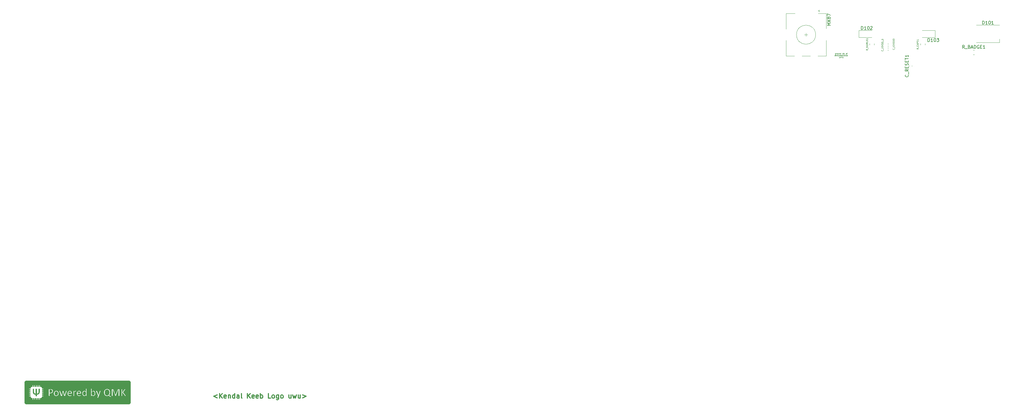
<source format=gbr>
%TF.GenerationSoftware,KiCad,Pcbnew,6.0.6*%
%TF.CreationDate,2022-08-21T10:35:57-04:00*%
%TF.ProjectId,Workeeb,576f726b-6565-4622-9e6b-696361645f70,rev?*%
%TF.SameCoordinates,Original*%
%TF.FileFunction,Legend,Top*%
%TF.FilePolarity,Positive*%
%FSLAX46Y46*%
G04 Gerber Fmt 4.6, Leading zero omitted, Abs format (unit mm)*
G04 Created by KiCad (PCBNEW 6.0.6) date 2022-08-21 10:35:57*
%MOMM*%
%LPD*%
G01*
G04 APERTURE LIST*
%ADD10C,0.038100*%
%ADD11C,0.020000*%
%ADD12C,0.300000*%
%ADD13C,0.150000*%
%ADD14C,0.076200*%
%ADD15C,0.120000*%
G04 APERTURE END LIST*
D10*
X368880571Y-39436947D02*
X368880571Y-39745375D01*
X368862428Y-39781661D01*
X368844285Y-39799804D01*
X368808000Y-39817947D01*
X368753571Y-39817947D01*
X368717285Y-39799804D01*
X368880571Y-39672804D02*
X368844285Y-39690947D01*
X368771714Y-39690947D01*
X368735428Y-39672804D01*
X368717285Y-39654661D01*
X368699142Y-39618375D01*
X368699142Y-39509518D01*
X368717285Y-39473232D01*
X368735428Y-39455090D01*
X368771714Y-39436947D01*
X368844285Y-39436947D01*
X368880571Y-39455090D01*
X369062000Y-39690947D02*
X369062000Y-39436947D01*
X369062000Y-39509518D02*
X369080142Y-39473232D01*
X369098285Y-39455090D01*
X369134571Y-39436947D01*
X369170857Y-39436947D01*
X369352285Y-39690947D02*
X369316000Y-39672804D01*
X369297857Y-39654661D01*
X369279714Y-39618375D01*
X369279714Y-39509518D01*
X369297857Y-39473232D01*
X369316000Y-39455090D01*
X369352285Y-39436947D01*
X369406714Y-39436947D01*
X369443000Y-39455090D01*
X369461142Y-39473232D01*
X369479285Y-39509518D01*
X369479285Y-39618375D01*
X369461142Y-39654661D01*
X369443000Y-39672804D01*
X369406714Y-39690947D01*
X369352285Y-39690947D01*
X369805857Y-39436947D02*
X369805857Y-39690947D01*
X369642571Y-39436947D02*
X369642571Y-39636518D01*
X369660714Y-39672804D01*
X369697000Y-39690947D01*
X369751428Y-39690947D01*
X369787714Y-39672804D01*
X369805857Y-39654661D01*
X369987285Y-39436947D02*
X369987285Y-39690947D01*
X369987285Y-39473232D02*
X370005428Y-39455090D01*
X370041714Y-39436947D01*
X370096142Y-39436947D01*
X370132428Y-39455090D01*
X370150571Y-39491375D01*
X370150571Y-39690947D01*
X370495285Y-39690947D02*
X370495285Y-39309947D01*
X370495285Y-39672804D02*
X370459000Y-39690947D01*
X370386428Y-39690947D01*
X370350142Y-39672804D01*
X370332000Y-39654661D01*
X370313857Y-39618375D01*
X370313857Y-39509518D01*
X370332000Y-39473232D01*
X370350142Y-39455090D01*
X370386428Y-39436947D01*
X370459000Y-39436947D01*
X370495285Y-39455090D01*
X370930714Y-39436947D02*
X371021428Y-39690947D01*
X371112142Y-39436947D01*
X371257285Y-39690947D02*
X371257285Y-39436947D01*
X371257285Y-39309947D02*
X371239142Y-39328090D01*
X371257285Y-39346232D01*
X371275428Y-39328090D01*
X371257285Y-39309947D01*
X371257285Y-39346232D01*
X371602000Y-39690947D02*
X371602000Y-39491375D01*
X371583857Y-39455090D01*
X371547571Y-39436947D01*
X371475000Y-39436947D01*
X371438714Y-39455090D01*
X371602000Y-39672804D02*
X371565714Y-39690947D01*
X371475000Y-39690947D01*
X371438714Y-39672804D01*
X371420571Y-39636518D01*
X371420571Y-39600232D01*
X371438714Y-39563947D01*
X371475000Y-39545804D01*
X371565714Y-39545804D01*
X371602000Y-39527661D01*
X372128142Y-39690947D02*
X372091857Y-39672804D01*
X372073714Y-39654661D01*
X372055571Y-39618375D01*
X372055571Y-39509518D01*
X372073714Y-39473232D01*
X372091857Y-39455090D01*
X372128142Y-39436947D01*
X372182571Y-39436947D01*
X372218857Y-39455090D01*
X372237000Y-39473232D01*
X372255142Y-39509518D01*
X372255142Y-39618375D01*
X372237000Y-39654661D01*
X372218857Y-39672804D01*
X372182571Y-39690947D01*
X372128142Y-39690947D01*
X372364000Y-39436947D02*
X372509142Y-39436947D01*
X372418428Y-39690947D02*
X372418428Y-39364375D01*
X372436571Y-39328090D01*
X372472857Y-39309947D01*
X372509142Y-39309947D01*
X368581214Y-40195500D02*
X368762642Y-40195500D01*
X368544928Y-40304357D02*
X368671928Y-39923357D01*
X368798928Y-40304357D01*
X368889642Y-39923357D02*
X368980357Y-40304357D01*
X369052928Y-40032214D01*
X369125500Y-40304357D01*
X369216214Y-39923357D01*
X369343214Y-40286214D02*
X369397642Y-40304357D01*
X369488357Y-40304357D01*
X369524642Y-40286214D01*
X369542785Y-40268071D01*
X369560928Y-40231785D01*
X369560928Y-40195500D01*
X369542785Y-40159214D01*
X369524642Y-40141071D01*
X369488357Y-40122928D01*
X369415785Y-40104785D01*
X369379500Y-40086642D01*
X369361357Y-40068500D01*
X369343214Y-40032214D01*
X369343214Y-39995928D01*
X369361357Y-39959642D01*
X369379500Y-39941500D01*
X369415785Y-39923357D01*
X369506500Y-39923357D01*
X369560928Y-39941500D01*
X369724214Y-39923357D02*
X369724214Y-40231785D01*
X369742357Y-40268071D01*
X369760500Y-40286214D01*
X369796785Y-40304357D01*
X369869357Y-40304357D01*
X369905642Y-40286214D01*
X369923785Y-40268071D01*
X369941928Y-40231785D01*
X369941928Y-39923357D01*
X370123357Y-40304357D02*
X370123357Y-39923357D01*
X370250357Y-40195500D01*
X370377357Y-39923357D01*
X370377357Y-40304357D01*
X370558785Y-40304357D02*
X370558785Y-39923357D01*
X370776500Y-40304357D01*
X370776500Y-39923357D01*
X370957928Y-40104785D02*
X371084928Y-40104785D01*
X371139357Y-40304357D02*
X370957928Y-40304357D01*
X370957928Y-39923357D01*
X371139357Y-39923357D01*
X371284500Y-40286214D02*
X371338928Y-40304357D01*
X371429642Y-40304357D01*
X371465928Y-40286214D01*
X371484071Y-40268071D01*
X371502214Y-40231785D01*
X371502214Y-40195500D01*
X371484071Y-40159214D01*
X371465928Y-40141071D01*
X371429642Y-40122928D01*
X371357071Y-40104785D01*
X371320785Y-40086642D01*
X371302642Y-40068500D01*
X371284500Y-40032214D01*
X371284500Y-39995928D01*
X371302642Y-39959642D01*
X371320785Y-39941500D01*
X371357071Y-39923357D01*
X371447785Y-39923357D01*
X371502214Y-39941500D01*
X371647357Y-40286214D02*
X371701785Y-40304357D01*
X371792500Y-40304357D01*
X371828785Y-40286214D01*
X371846928Y-40268071D01*
X371865071Y-40231785D01*
X371865071Y-40195500D01*
X371846928Y-40159214D01*
X371828785Y-40141071D01*
X371792500Y-40122928D01*
X371719928Y-40104785D01*
X371683642Y-40086642D01*
X371665500Y-40068500D01*
X371647357Y-40032214D01*
X371647357Y-39995928D01*
X371665500Y-39959642D01*
X371683642Y-39941500D01*
X371719928Y-39923357D01*
X371810642Y-39923357D01*
X371865071Y-39941500D01*
X372010214Y-40286214D02*
X372064642Y-40304357D01*
X372155357Y-40304357D01*
X372191642Y-40286214D01*
X372209785Y-40268071D01*
X372227928Y-40231785D01*
X372227928Y-40195500D01*
X372209785Y-40159214D01*
X372191642Y-40141071D01*
X372155357Y-40122928D01*
X372082785Y-40104785D01*
X372046500Y-40086642D01*
X372028357Y-40068500D01*
X372010214Y-40032214D01*
X372010214Y-39995928D01*
X372028357Y-39959642D01*
X372046500Y-39941500D01*
X372082785Y-39923357D01*
X372173500Y-39923357D01*
X372227928Y-39941500D01*
X372373071Y-40286214D02*
X372427500Y-40304357D01*
X372518214Y-40304357D01*
X372554500Y-40286214D01*
X372572642Y-40268071D01*
X372590785Y-40231785D01*
X372590785Y-40195500D01*
X372572642Y-40159214D01*
X372554500Y-40141071D01*
X372518214Y-40122928D01*
X372445642Y-40104785D01*
X372409357Y-40086642D01*
X372391214Y-40068500D01*
X372373071Y-40032214D01*
X372373071Y-39995928D01*
X372391214Y-39959642D01*
X372409357Y-39941500D01*
X372445642Y-39923357D01*
X372536357Y-39923357D01*
X372590785Y-39941500D01*
X370041714Y-40536767D02*
X370114285Y-40536767D01*
X370150571Y-40554910D01*
X370186857Y-40591195D01*
X370205000Y-40663767D01*
X370205000Y-40790767D01*
X370186857Y-40863338D01*
X370150571Y-40899624D01*
X370114285Y-40917767D01*
X370041714Y-40917767D01*
X370005428Y-40899624D01*
X369969142Y-40863338D01*
X369951000Y-40790767D01*
X369951000Y-40663767D01*
X369969142Y-40591195D01*
X370005428Y-40554910D01*
X370041714Y-40536767D01*
X370495285Y-40718195D02*
X370368285Y-40718195D01*
X370368285Y-40917767D02*
X370368285Y-40536767D01*
X370549714Y-40536767D01*
X370640428Y-40536767D02*
X370858142Y-40536767D01*
X370749285Y-40917767D02*
X370749285Y-40536767D01*
X371057714Y-40536767D02*
X371130285Y-40536767D01*
X371166571Y-40554910D01*
X371202857Y-40591195D01*
X371221000Y-40663767D01*
X371221000Y-40790767D01*
X371202857Y-40863338D01*
X371166571Y-40899624D01*
X371130285Y-40917767D01*
X371057714Y-40917767D01*
X371021428Y-40899624D01*
X370985142Y-40863338D01*
X370967000Y-40790767D01*
X370967000Y-40663767D01*
X370985142Y-40591195D01*
X371021428Y-40554910D01*
X371057714Y-40536767D01*
D11*
G36*
X113983373Y-143084125D02*
G01*
X113985950Y-143050282D01*
X113990193Y-143016929D01*
X113996061Y-142984108D01*
X114003512Y-142951861D01*
X114012502Y-142920229D01*
X114022992Y-142889256D01*
X114034937Y-142858983D01*
X114048297Y-142829451D01*
X114063029Y-142800704D01*
X114079092Y-142772783D01*
X114096442Y-142745730D01*
X114115039Y-142719586D01*
X114134840Y-142694395D01*
X114155803Y-142670199D01*
X114177886Y-142647038D01*
X114201048Y-142624955D01*
X114225245Y-142603993D01*
X114250437Y-142584192D01*
X114276580Y-142565596D01*
X114303633Y-142548247D01*
X114331555Y-142532185D01*
X114360302Y-142517454D01*
X114389833Y-142504095D01*
X114420105Y-142492150D01*
X114451078Y-142481661D01*
X114482708Y-142472671D01*
X114514954Y-142465221D01*
X114547774Y-142459354D01*
X114581125Y-142455111D01*
X114614966Y-142452534D01*
X114649255Y-142451666D01*
X146653252Y-142451666D01*
X146687540Y-142452534D01*
X146721381Y-142455111D01*
X146754732Y-142459354D01*
X146787552Y-142465221D01*
X146819798Y-142472671D01*
X146851428Y-142481661D01*
X146882401Y-142492150D01*
X146912673Y-142504095D01*
X146942204Y-142517454D01*
X146970951Y-142532185D01*
X146998872Y-142548247D01*
X147025926Y-142565596D01*
X147052069Y-142584192D01*
X147077260Y-142603993D01*
X147101457Y-142624955D01*
X147124619Y-142647038D01*
X147146702Y-142670199D01*
X147167665Y-142694395D01*
X147187466Y-142719586D01*
X147206063Y-142745730D01*
X147223414Y-142772783D01*
X147239476Y-142800704D01*
X147254208Y-142829451D01*
X147267568Y-142858983D01*
X147279513Y-142889256D01*
X147290003Y-142920229D01*
X147298993Y-142951861D01*
X147306444Y-142984108D01*
X147312311Y-143016929D01*
X147316555Y-143050282D01*
X147319132Y-143084125D01*
X147320000Y-143118416D01*
X147320000Y-149193249D01*
X147319132Y-149227538D01*
X147316555Y-149261379D01*
X147312311Y-149294730D01*
X147306444Y-149327550D01*
X147298993Y-149359796D01*
X147290003Y-149391427D01*
X147279513Y-149422399D01*
X147267568Y-149452672D01*
X147254208Y-149482203D01*
X147239476Y-149510950D01*
X147223414Y-149538871D01*
X147206063Y-149565925D01*
X147187466Y-149592068D01*
X147167665Y-149617259D01*
X147146702Y-149641457D01*
X147124619Y-149664618D01*
X147101457Y-149686701D01*
X147077260Y-149707665D01*
X147052069Y-149727466D01*
X147025926Y-149746062D01*
X146998872Y-149763413D01*
X146970951Y-149779476D01*
X146942204Y-149794208D01*
X146912673Y-149807568D01*
X146882401Y-149819513D01*
X146851428Y-149830002D01*
X146819798Y-149838993D01*
X146787552Y-149846443D01*
X146754732Y-149852311D01*
X146721381Y-149856554D01*
X146687540Y-149859131D01*
X146653252Y-149860000D01*
X114649255Y-149860000D01*
X114614966Y-149859131D01*
X114581125Y-149856554D01*
X114547774Y-149852311D01*
X114514954Y-149846443D01*
X114482708Y-149838993D01*
X114451078Y-149830002D01*
X114420105Y-149819513D01*
X114389833Y-149807567D01*
X114360302Y-149794207D01*
X114331555Y-149779475D01*
X114303633Y-149763413D01*
X114276580Y-149746062D01*
X114250437Y-149727465D01*
X114225245Y-149707664D01*
X114201048Y-149686701D01*
X114177886Y-149664618D01*
X114155803Y-149641456D01*
X114134840Y-149617259D01*
X114115039Y-149592067D01*
X114096442Y-149565924D01*
X114079091Y-149538871D01*
X114063029Y-149510949D01*
X114048297Y-149482202D01*
X114034937Y-149452671D01*
X114022992Y-149422399D01*
X114012502Y-149391426D01*
X114003512Y-149359796D01*
X113996061Y-149327550D01*
X113990193Y-149294730D01*
X113985950Y-149261379D01*
X113983373Y-149227538D01*
X113982505Y-149193249D01*
X113982505Y-147287958D01*
X115360506Y-147287958D01*
X115360589Y-147291235D01*
X115360835Y-147294468D01*
X115361240Y-147297655D01*
X115361800Y-147300790D01*
X115362511Y-147303871D01*
X115363369Y-147306893D01*
X115364371Y-147309852D01*
X115365511Y-147312743D01*
X115366787Y-147315564D01*
X115368193Y-147318310D01*
X115369727Y-147320977D01*
X115371383Y-147323561D01*
X115373159Y-147326058D01*
X115375049Y-147328464D01*
X115377050Y-147330775D01*
X115379159Y-147332987D01*
X115381370Y-147335096D01*
X115383680Y-147337098D01*
X115386085Y-147338988D01*
X115388581Y-147340764D01*
X115391164Y-147342421D01*
X115393830Y-147343955D01*
X115396575Y-147345362D01*
X115399394Y-147346637D01*
X115402285Y-147347778D01*
X115405242Y-147348779D01*
X115408262Y-147349638D01*
X115411341Y-147350349D01*
X115414475Y-147350909D01*
X115417659Y-147351314D01*
X115420890Y-147351560D01*
X115424164Y-147351643D01*
X115833475Y-147351643D01*
X115833475Y-147441654D01*
X115834192Y-147469996D01*
X115836322Y-147497968D01*
X115839829Y-147525535D01*
X115844679Y-147552662D01*
X115850837Y-147579315D01*
X115858268Y-147605458D01*
X115866938Y-147631058D01*
X115876811Y-147656079D01*
X115887853Y-147680487D01*
X115900029Y-147704247D01*
X115913305Y-147727324D01*
X115927645Y-147749684D01*
X115943016Y-147771291D01*
X115959382Y-147792112D01*
X115976708Y-147812111D01*
X115994960Y-147831253D01*
X116014103Y-147849505D01*
X116034102Y-147866830D01*
X116054923Y-147883195D01*
X116076531Y-147898565D01*
X116098891Y-147912905D01*
X116121968Y-147926180D01*
X116145728Y-147938355D01*
X116170135Y-147949396D01*
X116195156Y-147959269D01*
X116220755Y-147967938D01*
X116246897Y-147975368D01*
X116273549Y-147981525D01*
X116300675Y-147986375D01*
X116328240Y-147989881D01*
X116356209Y-147992011D01*
X116384549Y-147992729D01*
X116474587Y-147992729D01*
X116474587Y-148402039D01*
X116474670Y-148405313D01*
X116474916Y-148408545D01*
X116475321Y-148411730D01*
X116475881Y-148414864D01*
X116476592Y-148417943D01*
X116477451Y-148420964D01*
X116478452Y-148423922D01*
X116479592Y-148426813D01*
X116480868Y-148429634D01*
X116482274Y-148432380D01*
X116483808Y-148435046D01*
X116485464Y-148437630D01*
X116487240Y-148440128D01*
X116489130Y-148442534D01*
X116491131Y-148444845D01*
X116493240Y-148447058D01*
X116495451Y-148449168D01*
X116497761Y-148451170D01*
X116500166Y-148453062D01*
X116502662Y-148454839D01*
X116505245Y-148456496D01*
X116507911Y-148458031D01*
X116510656Y-148459438D01*
X116513475Y-148460715D01*
X116516366Y-148461856D01*
X116519323Y-148462858D01*
X116522343Y-148463717D01*
X116525422Y-148464429D01*
X116528556Y-148464990D01*
X116531740Y-148465395D01*
X116534971Y-148465641D01*
X116538245Y-148465724D01*
X116665589Y-148465724D01*
X116668866Y-148465639D01*
X116672099Y-148465391D01*
X116675286Y-148464984D01*
X116678421Y-148464421D01*
X116681502Y-148463708D01*
X116684524Y-148462848D01*
X116687483Y-148461845D01*
X116690374Y-148460704D01*
X116693195Y-148459427D01*
X116695941Y-148458019D01*
X116698608Y-148456484D01*
X116701192Y-148454827D01*
X116703689Y-148453051D01*
X116706095Y-148451159D01*
X116708406Y-148449157D01*
X116710618Y-148447048D01*
X116712727Y-148444836D01*
X116714729Y-148442526D01*
X116716620Y-148440120D01*
X116718396Y-148437624D01*
X116720052Y-148435040D01*
X116721586Y-148432374D01*
X116722993Y-148429629D01*
X116724268Y-148426810D01*
X116725409Y-148423919D01*
X116726410Y-148420962D01*
X116727269Y-148417942D01*
X116727980Y-148414863D01*
X116728540Y-148411729D01*
X116728946Y-148408544D01*
X116729192Y-148405313D01*
X116729274Y-148402039D01*
X116729274Y-147992729D01*
X117008807Y-147992729D01*
X117008807Y-148402039D01*
X117008890Y-148405313D01*
X117009136Y-148408545D01*
X117009541Y-148411730D01*
X117010102Y-148414864D01*
X117010814Y-148417943D01*
X117011673Y-148420964D01*
X117012675Y-148423922D01*
X117013816Y-148426813D01*
X117015093Y-148429634D01*
X117016500Y-148432380D01*
X117018035Y-148435046D01*
X117019692Y-148437630D01*
X117021469Y-148440128D01*
X117023361Y-148442534D01*
X117025363Y-148444845D01*
X117027473Y-148447058D01*
X117029686Y-148449168D01*
X117031997Y-148451170D01*
X117034403Y-148453062D01*
X117036901Y-148454839D01*
X117039485Y-148456496D01*
X117042152Y-148458031D01*
X117044897Y-148459438D01*
X117047718Y-148460715D01*
X117050609Y-148461856D01*
X117053567Y-148462858D01*
X117056588Y-148463717D01*
X117059667Y-148464429D01*
X117062801Y-148464990D01*
X117065986Y-148465395D01*
X117069218Y-148465641D01*
X117072492Y-148465724D01*
X117199836Y-148465724D01*
X117203112Y-148465639D01*
X117206346Y-148465391D01*
X117209532Y-148464984D01*
X117212668Y-148464421D01*
X117215749Y-148463708D01*
X117218770Y-148462848D01*
X117221729Y-148461845D01*
X117224621Y-148460704D01*
X117227442Y-148459427D01*
X117230188Y-148458019D01*
X117232855Y-148456484D01*
X117235439Y-148454827D01*
X117237936Y-148453051D01*
X117240342Y-148451159D01*
X117242653Y-148449157D01*
X117244865Y-148447048D01*
X117246974Y-148444836D01*
X117248975Y-148442526D01*
X117250866Y-148440120D01*
X117252642Y-148437624D01*
X117254299Y-148435040D01*
X117255833Y-148432374D01*
X117257239Y-148429629D01*
X117258515Y-148426810D01*
X117259656Y-148423919D01*
X117260657Y-148420962D01*
X117261516Y-148417942D01*
X117262227Y-148414863D01*
X117262787Y-148411729D01*
X117263192Y-148408544D01*
X117263438Y-148405313D01*
X117263521Y-148402039D01*
X117263521Y-147992729D01*
X117543053Y-147992729D01*
X117543053Y-148402039D01*
X117543136Y-148405313D01*
X117543382Y-148408545D01*
X117543787Y-148411730D01*
X117544348Y-148414864D01*
X117545059Y-148417943D01*
X117545917Y-148420964D01*
X117546919Y-148423922D01*
X117548059Y-148426813D01*
X117549335Y-148429634D01*
X117550742Y-148432380D01*
X117552275Y-148435046D01*
X117553932Y-148437630D01*
X117555708Y-148440128D01*
X117557599Y-148442534D01*
X117559601Y-148444845D01*
X117561710Y-148447058D01*
X117563922Y-148449168D01*
X117566233Y-148451170D01*
X117568639Y-148453062D01*
X117571136Y-148454839D01*
X117573720Y-148456496D01*
X117576386Y-148458031D01*
X117579132Y-148459438D01*
X117581953Y-148460715D01*
X117584845Y-148461856D01*
X117587804Y-148462858D01*
X117590826Y-148463717D01*
X117593906Y-148464429D01*
X117597042Y-148464990D01*
X117600229Y-148465395D01*
X117603462Y-148465641D01*
X117606739Y-148465724D01*
X117734083Y-148465724D01*
X117737357Y-148465639D01*
X117740588Y-148465391D01*
X117743772Y-148464984D01*
X117746906Y-148464421D01*
X117749985Y-148463708D01*
X117753005Y-148462848D01*
X117755962Y-148461845D01*
X117758853Y-148460704D01*
X117761672Y-148459427D01*
X117764417Y-148458019D01*
X117767083Y-148456484D01*
X117769666Y-148454827D01*
X117772162Y-148453051D01*
X117774567Y-148451159D01*
X117776877Y-148449157D01*
X117779088Y-148447048D01*
X117781197Y-148444836D01*
X117783198Y-148442526D01*
X117785089Y-148440120D01*
X117786864Y-148437624D01*
X117788521Y-148435040D01*
X117790054Y-148432374D01*
X117791461Y-148429629D01*
X117792736Y-148426810D01*
X117793876Y-148423919D01*
X117794878Y-148420962D01*
X117795736Y-148417942D01*
X117796447Y-148414863D01*
X117797008Y-148411729D01*
X117797413Y-148408544D01*
X117797659Y-148405313D01*
X117797742Y-148402039D01*
X117797742Y-147992729D01*
X118077300Y-147992729D01*
X118077300Y-148402039D01*
X118077383Y-148405313D01*
X118077629Y-148408545D01*
X118078034Y-148411730D01*
X118078594Y-148414864D01*
X118079306Y-148417943D01*
X118080164Y-148420964D01*
X118081165Y-148423922D01*
X118082306Y-148426813D01*
X118083581Y-148429634D01*
X118084988Y-148432380D01*
X118086521Y-148435046D01*
X118088178Y-148437630D01*
X118089953Y-148440128D01*
X118091844Y-148442534D01*
X118093845Y-148444845D01*
X118095953Y-148447058D01*
X118098165Y-148449168D01*
X118100475Y-148451170D01*
X118102880Y-148453062D01*
X118105376Y-148454839D01*
X118107959Y-148456496D01*
X118110625Y-148458031D01*
X118113369Y-148459438D01*
X118116189Y-148460715D01*
X118119079Y-148461856D01*
X118122037Y-148462858D01*
X118125057Y-148463717D01*
X118128136Y-148464429D01*
X118131269Y-148464990D01*
X118134454Y-148465395D01*
X118137685Y-148465641D01*
X118140959Y-148465724D01*
X118268303Y-148465724D01*
X118271580Y-148465639D01*
X118274813Y-148465391D01*
X118278000Y-148464984D01*
X118281135Y-148464421D01*
X118284216Y-148463708D01*
X118287238Y-148462848D01*
X118290196Y-148461845D01*
X118293088Y-148460704D01*
X118295909Y-148459427D01*
X118298655Y-148458019D01*
X118301322Y-148456484D01*
X118303906Y-148454827D01*
X118306403Y-148453051D01*
X118308809Y-148451159D01*
X118311120Y-148449157D01*
X118313332Y-148447048D01*
X118315441Y-148444836D01*
X118317442Y-148442526D01*
X118319333Y-148440120D01*
X118321109Y-148437624D01*
X118322766Y-148435040D01*
X118324300Y-148432374D01*
X118325706Y-148429629D01*
X118326982Y-148426810D01*
X118328123Y-148423919D01*
X118329124Y-148420962D01*
X118329982Y-148417942D01*
X118330694Y-148414863D01*
X118331254Y-148411729D01*
X118331659Y-148408544D01*
X118331905Y-148405313D01*
X118331988Y-148402039D01*
X118331988Y-147992729D01*
X118611521Y-147992729D01*
X118611521Y-148402039D01*
X118611604Y-148405313D01*
X118611850Y-148408545D01*
X118612255Y-148411730D01*
X118612815Y-148414864D01*
X118613526Y-148417943D01*
X118614385Y-148420964D01*
X118615386Y-148423922D01*
X118616527Y-148426813D01*
X118617802Y-148429634D01*
X118619209Y-148432380D01*
X118620743Y-148435046D01*
X118622400Y-148437630D01*
X118624175Y-148440128D01*
X118626066Y-148442534D01*
X118628068Y-148444845D01*
X118630177Y-148447058D01*
X118632389Y-148449168D01*
X118634700Y-148451170D01*
X118637106Y-148453062D01*
X118639603Y-148454839D01*
X118642187Y-148456496D01*
X118644854Y-148458031D01*
X118647600Y-148459438D01*
X118650420Y-148460715D01*
X118653312Y-148461856D01*
X118656271Y-148462858D01*
X118659293Y-148463717D01*
X118662373Y-148464429D01*
X118665509Y-148464990D01*
X118668696Y-148465395D01*
X118671929Y-148465641D01*
X118675205Y-148465724D01*
X118802550Y-148465724D01*
X118805824Y-148465639D01*
X118809055Y-148465391D01*
X118812239Y-148464984D01*
X118815373Y-148464421D01*
X118818452Y-148463708D01*
X118821472Y-148462848D01*
X118824429Y-148461845D01*
X118827320Y-148460704D01*
X118830139Y-148459427D01*
X118832884Y-148458019D01*
X118835550Y-148456484D01*
X118838133Y-148454827D01*
X118840629Y-148453051D01*
X118843034Y-148451159D01*
X118845344Y-148449157D01*
X118847555Y-148447048D01*
X118849664Y-148444836D01*
X118851665Y-148442526D01*
X118853556Y-148440120D01*
X118855331Y-148437624D01*
X118856988Y-148435040D01*
X118858521Y-148432374D01*
X118859927Y-148429629D01*
X118861203Y-148426810D01*
X118862343Y-148423919D01*
X118863345Y-148420962D01*
X118864203Y-148417942D01*
X118864914Y-148414863D01*
X118865475Y-148411729D01*
X118865880Y-148408544D01*
X118866126Y-148405313D01*
X118866209Y-148402039D01*
X118866209Y-147992729D01*
X118956246Y-147992729D01*
X118984586Y-147992011D01*
X119012556Y-147989881D01*
X119040121Y-147986375D01*
X119067246Y-147981525D01*
X119093898Y-147975368D01*
X119120040Y-147967938D01*
X119145639Y-147959269D01*
X119170660Y-147949396D01*
X119195068Y-147938355D01*
X119218827Y-147926180D01*
X119241904Y-147912905D01*
X119264264Y-147898565D01*
X119285872Y-147883195D01*
X119306693Y-147866830D01*
X119326692Y-147849505D01*
X119345835Y-147831253D01*
X119364087Y-147812111D01*
X119381414Y-147792112D01*
X119397780Y-147771291D01*
X119413150Y-147749684D01*
X119427491Y-147727324D01*
X119440766Y-147704247D01*
X119452943Y-147680487D01*
X119463985Y-147656079D01*
X119473858Y-147631058D01*
X119482527Y-147605458D01*
X119489958Y-147579315D01*
X119496116Y-147552662D01*
X119500966Y-147525535D01*
X119504473Y-147497968D01*
X119506603Y-147469996D01*
X119507321Y-147441654D01*
X119507321Y-147351643D01*
X119916631Y-147351643D01*
X119919905Y-147351558D01*
X119923136Y-147351310D01*
X119926321Y-147350903D01*
X119929454Y-147350340D01*
X119932533Y-147349627D01*
X119935553Y-147348767D01*
X119938510Y-147347764D01*
X119941401Y-147346623D01*
X119944220Y-147345346D01*
X119946965Y-147343938D01*
X119949631Y-147342404D01*
X119952214Y-147340746D01*
X119954710Y-147338970D01*
X119957115Y-147337078D01*
X119959425Y-147335076D01*
X119961637Y-147332967D01*
X119963745Y-147330755D01*
X119965746Y-147328445D01*
X119967637Y-147326039D01*
X119969412Y-147323543D01*
X119971069Y-147320959D01*
X119972602Y-147318293D01*
X119974009Y-147315548D01*
X119975284Y-147312729D01*
X119976425Y-147309838D01*
X119977426Y-147306881D01*
X119978284Y-147303861D01*
X119978996Y-147300782D01*
X119979556Y-147297648D01*
X119979961Y-147294464D01*
X119980207Y-147291232D01*
X119980290Y-147287958D01*
X119980290Y-147225702D01*
X121582686Y-147225702D01*
X121582712Y-147227395D01*
X121582792Y-147229060D01*
X121582924Y-147230699D01*
X121583109Y-147232310D01*
X121583347Y-147233894D01*
X121583638Y-147235451D01*
X121583982Y-147236981D01*
X121584379Y-147238484D01*
X121584830Y-147239960D01*
X121585334Y-147241409D01*
X121585892Y-147242832D01*
X121586503Y-147244227D01*
X121587168Y-147245596D01*
X121587887Y-147246937D01*
X121588659Y-147248253D01*
X121589485Y-147249541D01*
X121590378Y-147250804D01*
X121591351Y-147252034D01*
X121592403Y-147253230D01*
X121593534Y-147254393D01*
X121594745Y-147255522D01*
X121596036Y-147256618D01*
X121597406Y-147257680D01*
X121598855Y-147258709D01*
X121600385Y-147259704D01*
X121601994Y-147260666D01*
X121603683Y-147261594D01*
X121605452Y-147262489D01*
X121607300Y-147263350D01*
X121609229Y-147264178D01*
X121611237Y-147264972D01*
X121613325Y-147265733D01*
X121617755Y-147267195D01*
X121622531Y-147268605D01*
X121627654Y-147269962D01*
X121633122Y-147271267D01*
X121638935Y-147272517D01*
X121645092Y-147273714D01*
X121651592Y-147274857D01*
X121658436Y-147275946D01*
X121665687Y-147276942D01*
X121673392Y-147277806D01*
X121681550Y-147278538D01*
X121690159Y-147279138D01*
X121699220Y-147279605D01*
X121708732Y-147279939D01*
X121718694Y-147280139D01*
X121729106Y-147280206D01*
X121739525Y-147280139D01*
X121749490Y-147279939D01*
X121759003Y-147279605D01*
X121768062Y-147279138D01*
X121776669Y-147278538D01*
X121784823Y-147277806D01*
X121792525Y-147276942D01*
X121799776Y-147275946D01*
X121806613Y-147274857D01*
X121813077Y-147273714D01*
X121819167Y-147272517D01*
X121824885Y-147271266D01*
X121830231Y-147269962D01*
X121835205Y-147268605D01*
X121839808Y-147267195D01*
X121844041Y-147265733D01*
X121846031Y-147264972D01*
X121847955Y-147264178D01*
X121849812Y-147263350D01*
X121851601Y-147262489D01*
X121853324Y-147261594D01*
X121854981Y-147260666D01*
X121856570Y-147259704D01*
X121858093Y-147258709D01*
X121859549Y-147257680D01*
X121860939Y-147256618D01*
X121862262Y-147255522D01*
X121863519Y-147254393D01*
X121864709Y-147253230D01*
X121865832Y-147252034D01*
X121866889Y-147250804D01*
X121867880Y-147249541D01*
X121868808Y-147248253D01*
X121869676Y-147246937D01*
X121870484Y-147245596D01*
X121871233Y-147244227D01*
X121871922Y-147242832D01*
X121872552Y-147241409D01*
X121873121Y-147239960D01*
X121873631Y-147238484D01*
X121874081Y-147236981D01*
X121874471Y-147235451D01*
X121874802Y-147233894D01*
X121875072Y-147232310D01*
X121875282Y-147230699D01*
X121875432Y-147229060D01*
X121875523Y-147227395D01*
X121875553Y-147225702D01*
X121875553Y-146474814D01*
X123174710Y-146474814D01*
X123175428Y-146522703D01*
X123177582Y-146569315D01*
X123181173Y-146614651D01*
X123186199Y-146658709D01*
X123192662Y-146701492D01*
X123200561Y-146742999D01*
X123209896Y-146783230D01*
X123220668Y-146822186D01*
X123226599Y-146841160D01*
X123232903Y-146859776D01*
X123239579Y-146878032D01*
X123246629Y-146895930D01*
X123254051Y-146913468D01*
X123261845Y-146930648D01*
X123270012Y-146947468D01*
X123278552Y-146963929D01*
X123287465Y-146980032D01*
X123296750Y-146995775D01*
X123306408Y-147011159D01*
X123316439Y-147026184D01*
X123326842Y-147040850D01*
X123337618Y-147055157D01*
X123348767Y-147069105D01*
X123360288Y-147082694D01*
X123372179Y-147095904D01*
X123384435Y-147108714D01*
X123397056Y-147121125D01*
X123410042Y-147133137D01*
X123423395Y-147144750D01*
X123437112Y-147155963D01*
X123451196Y-147166778D01*
X123465645Y-147177193D01*
X123480461Y-147187209D01*
X123495642Y-147196827D01*
X123511189Y-147206045D01*
X123527102Y-147214864D01*
X123543382Y-147223285D01*
X123560028Y-147231307D01*
X123577040Y-147238929D01*
X123594419Y-147246153D01*
X123612165Y-147252958D01*
X123630291Y-147259324D01*
X123648796Y-147265249D01*
X123667681Y-147270736D01*
X123686945Y-147275783D01*
X123706589Y-147280391D01*
X123726611Y-147284559D01*
X123747013Y-147288288D01*
X123767795Y-147291579D01*
X123788955Y-147294430D01*
X123810494Y-147296843D01*
X123832413Y-147298816D01*
X123877387Y-147301448D01*
X123923877Y-147302324D01*
X123947958Y-147302075D01*
X123971674Y-147301327D01*
X123995023Y-147300081D01*
X124018006Y-147298336D01*
X124040624Y-147296092D01*
X124062876Y-147293349D01*
X124084761Y-147290107D01*
X124106281Y-147286367D01*
X124127435Y-147282128D01*
X124148224Y-147277389D01*
X124168646Y-147272152D01*
X124188702Y-147266416D01*
X124208393Y-147260181D01*
X124227718Y-147253447D01*
X124246677Y-147246213D01*
X124265270Y-147238481D01*
X124283487Y-147230303D01*
X124301318Y-147221733D01*
X124318764Y-147212770D01*
X124335824Y-147203416D01*
X124352498Y-147193669D01*
X124368787Y-147183531D01*
X124384690Y-147172999D01*
X124400207Y-147162076D01*
X124415338Y-147150759D01*
X124430084Y-147139051D01*
X124444444Y-147126949D01*
X124458418Y-147114455D01*
X124472007Y-147101568D01*
X124485210Y-147088288D01*
X124498027Y-147074615D01*
X124510459Y-147060549D01*
X124522508Y-147046121D01*
X124534178Y-147031354D01*
X124545469Y-147016246D01*
X124556382Y-147000800D01*
X124566915Y-146985014D01*
X124577069Y-146968888D01*
X124586844Y-146952423D01*
X124596240Y-146935619D01*
X124605257Y-146918475D01*
X124613894Y-146900993D01*
X124622152Y-146883171D01*
X124630031Y-146865011D01*
X124637530Y-146846511D01*
X124644650Y-146827673D01*
X124651391Y-146808496D01*
X124657752Y-146788980D01*
X124669323Y-146749135D01*
X124679352Y-146708360D01*
X124687837Y-146666655D01*
X124694780Y-146624019D01*
X124700180Y-146580454D01*
X124704037Y-146535958D01*
X124706352Y-146490532D01*
X124707123Y-146444176D01*
X124707122Y-146444175D01*
X124706391Y-146396685D01*
X124704195Y-146350419D01*
X124700537Y-146305376D01*
X124695415Y-146261556D01*
X124688829Y-146218961D01*
X124680780Y-146177591D01*
X124671267Y-146137444D01*
X124665962Y-146117831D01*
X124660292Y-146098523D01*
X124654255Y-146079549D01*
X124647853Y-146060933D01*
X124641086Y-146042677D01*
X124633953Y-146024779D01*
X124626455Y-146007241D01*
X124618591Y-145990061D01*
X124610361Y-145973241D01*
X124601766Y-145956780D01*
X124592804Y-145940677D01*
X124583477Y-145924934D01*
X124573784Y-145909550D01*
X124563724Y-145894525D01*
X124553299Y-145879859D01*
X124542507Y-145865552D01*
X124531349Y-145851604D01*
X124519824Y-145838015D01*
X124507934Y-145824805D01*
X124495678Y-145811995D01*
X124483057Y-145799583D01*
X124470071Y-145787572D01*
X124456718Y-145775959D01*
X124443001Y-145764745D01*
X124428917Y-145753931D01*
X124414468Y-145743516D01*
X124399652Y-145733499D01*
X124384471Y-145723882D01*
X124368924Y-145714664D01*
X124353010Y-145705844D01*
X124336731Y-145697424D01*
X124324637Y-145691596D01*
X124936993Y-145691596D01*
X124937046Y-145694653D01*
X124937206Y-145697871D01*
X124937473Y-145701250D01*
X124937846Y-145704789D01*
X124938326Y-145708487D01*
X124938913Y-145712346D01*
X124939606Y-145716364D01*
X124940406Y-145720541D01*
X124941330Y-145724930D01*
X124942416Y-145729585D01*
X124943662Y-145734505D01*
X124945070Y-145739690D01*
X124946639Y-145745141D01*
X124948369Y-145750857D01*
X124950260Y-145756839D01*
X124952313Y-145763086D01*
X125400119Y-147218903D01*
X125400779Y-147221011D01*
X125401479Y-147223080D01*
X125402218Y-147225109D01*
X125402997Y-147227098D01*
X125403816Y-147229047D01*
X125404674Y-147230956D01*
X125405572Y-147232826D01*
X125406509Y-147234655D01*
X125407487Y-147236445D01*
X125408504Y-147238194D01*
X125409561Y-147239903D01*
X125410657Y-147241573D01*
X125411793Y-147243202D01*
X125412969Y-147244791D01*
X125414184Y-147246339D01*
X125415439Y-147247848D01*
X125416762Y-147249316D01*
X125418171Y-147250745D01*
X125419667Y-147252134D01*
X125421248Y-147253483D01*
X125422916Y-147254793D01*
X125424670Y-147256063D01*
X125426510Y-147257293D01*
X125428437Y-147258484D01*
X125430449Y-147259635D01*
X125432548Y-147260746D01*
X125434733Y-147261818D01*
X125437004Y-147262850D01*
X125439362Y-147263842D01*
X125441806Y-147264794D01*
X125444335Y-147265707D01*
X125446952Y-147266580D01*
X125452457Y-147268232D01*
X125458336Y-147269776D01*
X125464588Y-147271212D01*
X125471213Y-147272540D01*
X125478210Y-147273762D01*
X125485579Y-147274877D01*
X125493319Y-147275888D01*
X125501428Y-147276793D01*
X125510038Y-147277593D01*
X125519259Y-147278286D01*
X125529090Y-147278873D01*
X125539532Y-147279353D01*
X125562251Y-147279993D01*
X125587418Y-147280206D01*
X125611945Y-147280047D01*
X125634451Y-147279568D01*
X125654938Y-147278766D01*
X125664425Y-147278244D01*
X125673408Y-147277640D01*
X125681931Y-147276938D01*
X125690056Y-147276102D01*
X125697784Y-147275132D01*
X125705115Y-147274028D01*
X125712047Y-147272790D01*
X125718581Y-147271419D01*
X125724716Y-147269913D01*
X125730452Y-147268273D01*
X125733173Y-147267405D01*
X125735808Y-147266496D01*
X125738357Y-147265547D01*
X125740820Y-147264558D01*
X125743197Y-147263528D01*
X125745489Y-147262458D01*
X125747694Y-147261348D01*
X125749813Y-147260197D01*
X125751846Y-147259006D01*
X125753793Y-147257775D01*
X125755653Y-147256504D01*
X125757427Y-147255192D01*
X125759115Y-147253840D01*
X125760716Y-147252447D01*
X125762230Y-147251014D01*
X125763658Y-147249541D01*
X125765018Y-147248026D01*
X125766332Y-147246458D01*
X125767598Y-147244836D01*
X125768818Y-147243161D01*
X125769990Y-147241433D01*
X125771116Y-147239651D01*
X125772196Y-147237817D01*
X125773229Y-147235928D01*
X125774215Y-147233987D01*
X125775155Y-147231992D01*
X125776048Y-147229943D01*
X125776896Y-147227842D01*
X125777697Y-147225687D01*
X125778452Y-147223479D01*
X125779161Y-147221217D01*
X125779824Y-147218902D01*
X126077797Y-146107044D01*
X126081210Y-146091725D01*
X126084597Y-146107044D01*
X126406409Y-147218902D01*
X126407069Y-147221011D01*
X126407768Y-147223079D01*
X126408508Y-147225108D01*
X126409286Y-147227097D01*
X126410105Y-147229047D01*
X126410963Y-147230956D01*
X126411861Y-147232825D01*
X126412799Y-147234655D01*
X126413776Y-147236444D01*
X126414793Y-147238194D01*
X126415850Y-147239903D01*
X126416946Y-147241572D01*
X126418082Y-147243201D01*
X126419258Y-147244790D01*
X126420474Y-147246339D01*
X126421729Y-147247848D01*
X126423052Y-147249316D01*
X126424461Y-147250745D01*
X126425956Y-147252134D01*
X126427538Y-147253483D01*
X126429206Y-147254793D01*
X126430960Y-147256063D01*
X126432800Y-147257293D01*
X126434726Y-147258484D01*
X126436739Y-147259635D01*
X126438838Y-147260746D01*
X126441023Y-147261817D01*
X126443294Y-147262849D01*
X126445651Y-147263841D01*
X126448095Y-147264794D01*
X126450625Y-147265707D01*
X126453240Y-147266580D01*
X126458786Y-147268232D01*
X126464784Y-147269776D01*
X126471236Y-147271211D01*
X126478141Y-147272540D01*
X126485499Y-147273761D01*
X126493309Y-147274877D01*
X126501571Y-147275887D01*
X126510285Y-147276793D01*
X126519490Y-147277593D01*
X126529226Y-147278286D01*
X126539494Y-147278873D01*
X126550294Y-147279353D01*
X126573489Y-147279993D01*
X126598815Y-147280206D01*
X126623291Y-147280047D01*
X126645642Y-147279568D01*
X126665865Y-147278766D01*
X126675178Y-147278244D01*
X126683957Y-147277640D01*
X126692244Y-147276937D01*
X126700080Y-147276101D01*
X126707463Y-147275132D01*
X126714394Y-147274028D01*
X126720873Y-147272790D01*
X126726898Y-147271418D01*
X126729741Y-147270682D01*
X126732470Y-147269913D01*
X126735086Y-147269109D01*
X126737589Y-147268273D01*
X126740001Y-147267405D01*
X126742348Y-147266496D01*
X126744629Y-147265547D01*
X126746844Y-147264557D01*
X126748993Y-147263528D01*
X126751075Y-147262458D01*
X126753091Y-147261347D01*
X126755041Y-147260197D01*
X126756923Y-147259006D01*
X126758740Y-147257775D01*
X126760489Y-147256503D01*
X126762171Y-147255191D01*
X126763786Y-147253839D01*
X126765334Y-147252447D01*
X126766814Y-147251014D01*
X126768227Y-147249541D01*
X126769588Y-147248026D01*
X126770902Y-147246458D01*
X126772170Y-147244836D01*
X126773391Y-147243161D01*
X126774566Y-147241433D01*
X126775694Y-147239651D01*
X126776776Y-147237816D01*
X126777811Y-147235928D01*
X126778800Y-147233986D01*
X126779742Y-147231991D01*
X126780638Y-147229943D01*
X126781488Y-147227842D01*
X126782290Y-147225687D01*
X126783047Y-147223478D01*
X126783756Y-147221217D01*
X126784420Y-147218902D01*
X127017152Y-146468015D01*
X127467200Y-146468015D01*
X127467971Y-146519149D01*
X127470286Y-146568687D01*
X127474143Y-146616630D01*
X127479543Y-146662977D01*
X127486486Y-146707727D01*
X127490536Y-146729504D01*
X127494972Y-146750882D01*
X127499793Y-146771860D01*
X127505000Y-146792439D01*
X127510593Y-146812619D01*
X127516571Y-146832400D01*
X127522929Y-146851774D01*
X127529660Y-146870736D01*
X127536763Y-146889286D01*
X127544238Y-146907424D01*
X127552086Y-146925149D01*
X127560307Y-146942461D01*
X127568900Y-146959362D01*
X127577865Y-146975850D01*
X127587203Y-146991925D01*
X127596913Y-147007588D01*
X127606996Y-147022839D01*
X127617450Y-147037678D01*
X127628277Y-147052104D01*
X127639477Y-147066118D01*
X127651048Y-147079719D01*
X127662992Y-147092908D01*
X127675302Y-147105691D01*
X127687965Y-147118075D01*
X127700980Y-147130059D01*
X127714347Y-147141645D01*
X127728067Y-147152831D01*
X127742138Y-147163618D01*
X127756562Y-147174005D01*
X127771339Y-147183994D01*
X127786467Y-147193584D01*
X127801948Y-147202774D01*
X127817780Y-147211566D01*
X127833965Y-147219959D01*
X127850503Y-147227953D01*
X127867392Y-147235548D01*
X127884634Y-147242744D01*
X127902228Y-147249541D01*
X127920181Y-147255933D01*
X127938501Y-147261913D01*
X127957187Y-147267480D01*
X127976239Y-147272634D01*
X127995658Y-147277377D01*
X128015442Y-147281707D01*
X128056110Y-147289129D01*
X128098240Y-147294903D01*
X128141834Y-147299027D01*
X128186890Y-147301501D01*
X128233408Y-147302326D01*
X128260454Y-147302074D01*
X128287100Y-147301318D01*
X128313347Y-147300057D01*
X128339195Y-147298291D01*
X128364643Y-147296019D01*
X128389692Y-147293240D01*
X128414341Y-147289954D01*
X128438591Y-147286160D01*
X128462283Y-147282046D01*
X128485255Y-147277800D01*
X128507508Y-147273422D01*
X128529044Y-147268912D01*
X128549861Y-147264269D01*
X128569960Y-147259493D01*
X128589341Y-147254584D01*
X128608005Y-147249541D01*
X128625884Y-147244427D01*
X128642911Y-147239283D01*
X128659086Y-147234110D01*
X128674409Y-147228910D01*
X128678531Y-147227421D01*
X129304418Y-147227421D01*
X129304441Y-147229106D01*
X129304511Y-147230759D01*
X129304627Y-147232378D01*
X129304789Y-147233964D01*
X129304999Y-147235518D01*
X129305254Y-147237038D01*
X129305556Y-147238525D01*
X129305905Y-147239979D01*
X129306300Y-147241400D01*
X129306742Y-147242788D01*
X129307230Y-147244142D01*
X129307765Y-147245463D01*
X129308346Y-147246751D01*
X129308974Y-147248005D01*
X129309649Y-147249226D01*
X129310370Y-147250414D01*
X129311154Y-147251574D01*
X129312018Y-147252714D01*
X129312962Y-147253834D01*
X129313986Y-147254934D01*
X129315090Y-147256013D01*
X129316274Y-147257073D01*
X129317537Y-147258112D01*
X129318880Y-147259132D01*
X129320303Y-147260131D01*
X129321805Y-147261111D01*
X129323387Y-147262071D01*
X129325048Y-147263012D01*
X129326789Y-147263933D01*
X129328610Y-147264834D01*
X129330510Y-147265717D01*
X129332489Y-147266580D01*
X129336710Y-147268232D01*
X129341275Y-147269775D01*
X129346186Y-147271211D01*
X129351441Y-147272539D01*
X129357040Y-147273761D01*
X129362984Y-147274877D01*
X129369273Y-147275887D01*
X129375907Y-147276792D01*
X129382935Y-147277592D01*
X129390388Y-147278286D01*
X129398266Y-147278872D01*
X129406569Y-147279352D01*
X129415297Y-147279725D01*
X129424451Y-147279992D01*
X129434031Y-147280152D01*
X129444037Y-147280205D01*
X129454436Y-147280152D01*
X129464357Y-147279992D01*
X129473801Y-147279725D01*
X129482766Y-147279352D01*
X129491253Y-147278872D01*
X129499260Y-147278286D01*
X129506787Y-147277592D01*
X129513834Y-147276792D01*
X129520463Y-147275887D01*
X129526718Y-147274877D01*
X129532599Y-147273761D01*
X129538107Y-147272539D01*
X129540720Y-147271888D01*
X129543241Y-147271211D01*
X129545668Y-147270506D01*
X129548002Y-147269775D01*
X129550242Y-147269017D01*
X129552390Y-147268232D01*
X129554444Y-147267419D01*
X129556406Y-147266580D01*
X129558288Y-147265717D01*
X129560103Y-147264834D01*
X129561852Y-147263933D01*
X129563535Y-147263012D01*
X129565151Y-147262071D01*
X129566701Y-147261111D01*
X129568185Y-147260131D01*
X129569602Y-147259132D01*
X129570953Y-147258112D01*
X129572237Y-147257073D01*
X129573456Y-147256013D01*
X129574607Y-147254934D01*
X129575693Y-147253834D01*
X129576712Y-147252714D01*
X129577665Y-147251574D01*
X129578551Y-147250414D01*
X129579373Y-147249226D01*
X129580143Y-147248005D01*
X129580859Y-147246751D01*
X129581523Y-147245463D01*
X129582134Y-147244142D01*
X129582692Y-147242788D01*
X129583197Y-147241400D01*
X129583649Y-147239979D01*
X129584047Y-147238525D01*
X129584393Y-147237038D01*
X129584686Y-147235518D01*
X129584926Y-147233964D01*
X129585112Y-147232378D01*
X129585245Y-147230759D01*
X129585325Y-147229106D01*
X129585352Y-147227421D01*
X129585352Y-146468015D01*
X130371981Y-146468015D01*
X130372753Y-146519149D01*
X130375070Y-146568687D01*
X130378931Y-146616630D01*
X130384336Y-146662977D01*
X130391284Y-146707727D01*
X130395336Y-146729504D01*
X130399774Y-146750882D01*
X130404597Y-146771860D01*
X130409805Y-146792439D01*
X130415399Y-146812619D01*
X130421378Y-146832400D01*
X130427736Y-146851774D01*
X130434466Y-146870736D01*
X130441569Y-146889286D01*
X130449045Y-146907424D01*
X130456893Y-146925149D01*
X130465113Y-146942461D01*
X130473706Y-146959362D01*
X130482672Y-146975850D01*
X130492010Y-146991925D01*
X130501720Y-147007588D01*
X130511802Y-147022839D01*
X130522257Y-147037678D01*
X130533084Y-147052104D01*
X130544283Y-147066118D01*
X130555855Y-147079719D01*
X130567798Y-147092908D01*
X130580109Y-147105691D01*
X130592771Y-147118075D01*
X130605786Y-147130059D01*
X130619154Y-147141645D01*
X130632873Y-147152831D01*
X130646945Y-147163618D01*
X130661369Y-147174005D01*
X130676145Y-147183994D01*
X130691273Y-147193584D01*
X130706754Y-147202774D01*
X130722587Y-147211566D01*
X130738772Y-147219959D01*
X130755309Y-147227953D01*
X130772199Y-147235548D01*
X130789441Y-147242744D01*
X130807035Y-147249541D01*
X130824988Y-147255933D01*
X130843308Y-147261913D01*
X130861994Y-147267480D01*
X130881046Y-147272634D01*
X130900464Y-147277377D01*
X130920249Y-147281707D01*
X130960916Y-147289129D01*
X131003047Y-147294903D01*
X131046640Y-147299027D01*
X131091696Y-147301501D01*
X131138214Y-147302326D01*
X131165252Y-147302074D01*
X131191892Y-147301318D01*
X131218134Y-147300057D01*
X131243979Y-147298291D01*
X131269425Y-147296019D01*
X131294473Y-147293240D01*
X131319122Y-147289954D01*
X131343372Y-147286160D01*
X131367064Y-147282046D01*
X131390040Y-147277800D01*
X131412297Y-147273422D01*
X131433837Y-147268912D01*
X131454659Y-147264269D01*
X131474762Y-147259493D01*
X131494146Y-147254584D01*
X131512812Y-147249541D01*
X131530683Y-147244427D01*
X131547706Y-147239283D01*
X131563880Y-147234110D01*
X131579203Y-147228910D01*
X131593675Y-147223683D01*
X131607295Y-147218429D01*
X131620064Y-147213148D01*
X131631980Y-147207843D01*
X131642906Y-147202702D01*
X131652687Y-147197935D01*
X131661322Y-147193543D01*
X131665211Y-147191486D01*
X131668813Y-147189524D01*
X131672129Y-147187654D01*
X131675158Y-147185878D01*
X131677902Y-147184195D01*
X131680360Y-147182605D01*
X131682531Y-147181109D01*
X131684417Y-147179705D01*
X131686017Y-147178395D01*
X131687331Y-147177178D01*
X131689619Y-147174823D01*
X131691800Y-147172444D01*
X131693874Y-147170038D01*
X131695843Y-147167606D01*
X131697704Y-147165147D01*
X131699459Y-147162659D01*
X131701108Y-147160143D01*
X131702649Y-147157598D01*
X131703380Y-147156313D01*
X131704085Y-147155008D01*
X131704762Y-147153682D01*
X131705414Y-147152336D01*
X131706038Y-147150969D01*
X131706636Y-147149583D01*
X131707753Y-147146750D01*
X131708765Y-147143839D01*
X131709671Y-147140848D01*
X131710473Y-147137779D01*
X131711170Y-147134633D01*
X131711792Y-147131385D01*
X131712390Y-147128030D01*
X131712962Y-147124570D01*
X131713508Y-147121003D01*
X131714522Y-147113555D01*
X131715430Y-147105687D01*
X131715830Y-147101546D01*
X131716175Y-147097219D01*
X131716466Y-147092707D01*
X131716704Y-147088010D01*
X131716888Y-147083128D01*
X131717019Y-147078061D01*
X131717124Y-147067376D01*
X131717084Y-147059854D01*
X131716964Y-147052627D01*
X131716765Y-147045694D01*
X131716485Y-147039056D01*
X131716125Y-147032711D01*
X131715684Y-147026660D01*
X131715161Y-147020903D01*
X131714557Y-147015438D01*
X131713873Y-147010258D01*
X131713109Y-147005372D01*
X131712266Y-147000781D01*
X131711343Y-146996484D01*
X131710341Y-146992481D01*
X131709810Y-146990590D01*
X131709259Y-146988772D01*
X131708689Y-146987027D01*
X131708098Y-146985356D01*
X131707488Y-146983758D01*
X131706858Y-146982233D01*
X131706201Y-146980768D01*
X131705510Y-146979348D01*
X131704785Y-146977975D01*
X131704026Y-146976648D01*
X131703234Y-146975367D01*
X131702407Y-146974132D01*
X131701547Y-146972944D01*
X131700654Y-146971802D01*
X131699727Y-146970706D01*
X131698766Y-146969657D01*
X131697773Y-146968655D01*
X131696746Y-146967700D01*
X131695685Y-146966791D01*
X131694592Y-146965930D01*
X131693466Y-146965115D01*
X131692307Y-146964347D01*
X131691121Y-146963626D01*
X131689915Y-146962952D01*
X131688690Y-146962324D01*
X131687444Y-146961742D01*
X131686179Y-146961208D01*
X131684893Y-146960719D01*
X131683588Y-146960277D01*
X131682262Y-146959882D01*
X131680916Y-146959533D01*
X131679550Y-146959231D01*
X131678164Y-146958975D01*
X131676757Y-146958766D01*
X131675331Y-146958603D01*
X131673883Y-146958487D01*
X131672416Y-146958417D01*
X131670928Y-146958394D01*
X131668286Y-146958463D01*
X131665490Y-146958673D01*
X131662541Y-146959022D01*
X131659437Y-146959510D01*
X131656180Y-146960138D01*
X131652769Y-146960906D01*
X131649204Y-146961814D01*
X131645484Y-146962862D01*
X131637583Y-146965376D01*
X131629066Y-146968451D01*
X131619931Y-146972085D01*
X131610179Y-146976280D01*
X131588688Y-146985477D01*
X131564416Y-146995210D01*
X131537361Y-147005479D01*
X131507521Y-147016284D01*
X131491544Y-147021754D01*
X131474848Y-147027089D01*
X131457430Y-147032291D01*
X131439292Y-147037358D01*
X131420431Y-147042292D01*
X131400848Y-147047092D01*
X131380542Y-147051757D01*
X131359513Y-147056289D01*
X131337755Y-147060483D01*
X131315247Y-147064118D01*
X131291989Y-147067192D01*
X131267980Y-147069706D01*
X131243223Y-147071662D01*
X131217717Y-147073058D01*
X131191463Y-147073896D01*
X131164463Y-147074175D01*
X131147306Y-147074022D01*
X131130484Y-147073563D01*
X131113995Y-147072799D01*
X131097842Y-147071729D01*
X131082022Y-147070352D01*
X131066537Y-147068670D01*
X131051386Y-147066682D01*
X131036569Y-147064389D01*
X131022086Y-147061789D01*
X131007938Y-147058883D01*
X130994124Y-147055670D01*
X130980644Y-147052152D01*
X130967499Y-147048327D01*
X130954688Y-147044197D01*
X130942210Y-147039760D01*
X130930068Y-147035016D01*
X130918232Y-147029987D01*
X130906677Y-147024692D01*
X130895402Y-147019130D01*
X130884408Y-147013302D01*
X130873694Y-147007209D01*
X130863260Y-147000849D01*
X130853107Y-146994224D01*
X130843234Y-146987332D01*
X130833643Y-146980174D01*
X130824331Y-146972751D01*
X130815301Y-146965061D01*
X130806551Y-146957105D01*
X130798082Y-146948883D01*
X130789893Y-146940395D01*
X130781986Y-146931642D01*
X130774359Y-146922622D01*
X130767007Y-146913360D01*
X130759922Y-146903872D01*
X130753105Y-146894157D01*
X130746554Y-146884215D01*
X130740272Y-146874046D01*
X130734256Y-146863651D01*
X130728508Y-146853029D01*
X130723028Y-146842181D01*
X130717815Y-146831107D01*
X130712870Y-146819806D01*
X130708192Y-146808280D01*
X130703782Y-146796527D01*
X130699640Y-146784548D01*
X130695766Y-146772343D01*
X130692159Y-146759912D01*
X130688820Y-146747255D01*
X130682803Y-146721317D01*
X130677589Y-146694580D01*
X130673178Y-146667045D01*
X130669569Y-146638710D01*
X130666763Y-146609577D01*
X130664759Y-146579645D01*
X130663557Y-146548915D01*
X130663156Y-146517386D01*
X131672357Y-146517386D01*
X131677668Y-146517276D01*
X131682906Y-146516947D01*
X131688069Y-146516398D01*
X131693158Y-146515629D01*
X131698174Y-146514642D01*
X131703116Y-146513434D01*
X131707985Y-146512007D01*
X131712779Y-146510361D01*
X131717500Y-146508495D01*
X131722147Y-146506409D01*
X131726720Y-146504104D01*
X131731219Y-146501580D01*
X131735645Y-146498836D01*
X131739997Y-146495872D01*
X131744275Y-146492689D01*
X131748479Y-146489287D01*
X131752516Y-146485630D01*
X131756292Y-146481672D01*
X131757739Y-146479921D01*
X132112152Y-146479921D01*
X132112684Y-146521389D01*
X132114281Y-146562351D01*
X132116941Y-146602807D01*
X132120665Y-146642755D01*
X132125454Y-146682197D01*
X132131307Y-146721130D01*
X132138223Y-146759556D01*
X132146204Y-146797474D01*
X132150617Y-146816158D01*
X132155342Y-146834536D01*
X132160380Y-146852608D01*
X132165730Y-146870374D01*
X132171393Y-146887835D01*
X132177369Y-146904990D01*
X132183658Y-146921838D01*
X132190260Y-146938381D01*
X132197174Y-146954618D01*
X132204402Y-146970548D01*
X132211942Y-146986173D01*
X132219795Y-147001491D01*
X132227961Y-147016503D01*
X132236441Y-147031209D01*
X132245233Y-147045609D01*
X132254338Y-147059702D01*
X132263772Y-147073463D01*
X132273559Y-147086865D01*
X132283698Y-147099907D01*
X132294190Y-147112591D01*
X132305035Y-147124915D01*
X132316232Y-147136881D01*
X132327782Y-147148487D01*
X132339684Y-147159735D01*
X132351939Y-147170623D01*
X132364546Y-147181152D01*
X132377506Y-147191322D01*
X132390819Y-147201134D01*
X132404483Y-147210586D01*
X132418500Y-147219679D01*
X132432869Y-147228413D01*
X132447591Y-147236788D01*
X132462681Y-147244727D01*
X132478158Y-147252153D01*
X132494020Y-147259067D01*
X132510268Y-147265468D01*
X132526902Y-147271356D01*
X132543921Y-147276732D01*
X132561327Y-147281596D01*
X132579119Y-147285947D01*
X132597296Y-147289787D01*
X132615860Y-147293114D01*
X132634810Y-147295929D01*
X132654146Y-147298232D01*
X132673868Y-147300023D01*
X132693976Y-147301302D01*
X132714471Y-147302069D01*
X132735352Y-147302325D01*
X132754623Y-147302039D01*
X132773701Y-147301182D01*
X132792586Y-147299752D01*
X132811279Y-147297751D01*
X132829778Y-147295178D01*
X132848085Y-147292032D01*
X132866199Y-147288315D01*
X132884120Y-147284026D01*
X132901848Y-147279165D01*
X132919384Y-147273731D01*
X132936726Y-147267726D01*
X132953875Y-147261148D01*
X132970832Y-147253998D01*
X132987596Y-147246276D01*
X133004167Y-147237982D01*
X133020545Y-147229115D01*
X133036790Y-147219736D01*
X133052962Y-147209905D01*
X133069061Y-147199622D01*
X133085086Y-147188887D01*
X133101039Y-147177699D01*
X133116918Y-147166060D01*
X133132725Y-147153969D01*
X133148458Y-147141425D01*
X133164117Y-147128430D01*
X133179704Y-147114982D01*
X133195218Y-147101083D01*
X133210658Y-147086731D01*
X133226025Y-147071927D01*
X133241319Y-147056671D01*
X133256540Y-147040964D01*
X133271688Y-147024804D01*
X133271688Y-147227422D01*
X133271714Y-147229110D01*
X133271794Y-147230772D01*
X133271928Y-147232407D01*
X133272114Y-147234015D01*
X133272354Y-147235597D01*
X133272647Y-147237153D01*
X133272994Y-147238682D01*
X133273394Y-147240185D01*
X133273847Y-147241661D01*
X133274354Y-147243111D01*
X133274914Y-147244535D01*
X133275527Y-147245932D01*
X133276194Y-147247303D01*
X133276914Y-147248649D01*
X133277688Y-147249968D01*
X133278514Y-147251261D01*
X133279396Y-147252519D01*
X133280345Y-147253745D01*
X133281360Y-147254937D01*
X133282443Y-147256097D01*
X133283592Y-147257224D01*
X133284808Y-147258317D01*
X133286091Y-147259378D01*
X133287441Y-147260405D01*
X133288857Y-147261399D01*
X133290340Y-147262360D01*
X133291889Y-147263288D01*
X133293505Y-147264183D01*
X133295188Y-147265044D01*
X133296936Y-147265871D01*
X133298752Y-147266666D01*
X133300634Y-147267426D01*
X133304597Y-147268875D01*
X133308828Y-147270244D01*
X133313326Y-147271534D01*
X133318089Y-147272745D01*
X133323118Y-147273876D01*
X133328412Y-147274928D01*
X133333969Y-147275900D01*
X133339791Y-147276793D01*
X133345940Y-147277593D01*
X133352461Y-147278286D01*
X133359355Y-147278873D01*
X133366620Y-147279353D01*
X133374257Y-147279726D01*
X133382266Y-147279993D01*
X133390648Y-147280153D01*
X133399402Y-147280206D01*
X133407755Y-147280153D01*
X133415788Y-147279993D01*
X133423502Y-147279726D01*
X133430896Y-147279353D01*
X133437973Y-147278873D01*
X133444730Y-147278286D01*
X133451170Y-147277593D01*
X133457292Y-147276793D01*
X133463100Y-147275900D01*
X133468617Y-147274927D01*
X133473844Y-147273876D01*
X133478779Y-147272745D01*
X133483424Y-147271534D01*
X133487776Y-147270244D01*
X133491836Y-147268875D01*
X133495604Y-147267426D01*
X133497377Y-147266666D01*
X133499083Y-147265871D01*
X133500724Y-147265044D01*
X133502299Y-147264183D01*
X133503808Y-147263288D01*
X133505251Y-147262361D01*
X133506628Y-147261400D01*
X133507938Y-147260405D01*
X133509183Y-147259378D01*
X133510360Y-147258318D01*
X133511472Y-147257224D01*
X133512516Y-147256097D01*
X133513495Y-147254937D01*
X133514406Y-147253745D01*
X133515250Y-147252519D01*
X133516028Y-147251261D01*
X133516749Y-147249968D01*
X133517423Y-147248649D01*
X133518051Y-147247303D01*
X133518632Y-147245932D01*
X133519167Y-147244535D01*
X133519656Y-147243111D01*
X133520097Y-147241661D01*
X133520493Y-147240185D01*
X133520841Y-147238682D01*
X133521144Y-147237153D01*
X133521399Y-147235597D01*
X133521609Y-147234015D01*
X133521771Y-147232407D01*
X133521888Y-147230772D01*
X133521957Y-147229110D01*
X133521981Y-147227422D01*
X133521985Y-147227422D01*
X133521985Y-147227421D01*
X134829659Y-147227421D01*
X134829679Y-147229110D01*
X134829738Y-147230771D01*
X134829837Y-147232406D01*
X134829977Y-147234015D01*
X134830155Y-147235597D01*
X134830374Y-147237152D01*
X134830633Y-147238681D01*
X134830932Y-147240184D01*
X134831270Y-147241661D01*
X134831649Y-147243111D01*
X134832068Y-147244534D01*
X134832527Y-147245932D01*
X134833026Y-147247303D01*
X134833565Y-147248648D01*
X134834145Y-147249967D01*
X134834764Y-147251260D01*
X134835444Y-147252519D01*
X134836203Y-147253744D01*
X134837041Y-147254937D01*
X134837959Y-147256097D01*
X134838957Y-147257223D01*
X134840034Y-147258317D01*
X134841190Y-147259377D01*
X134842427Y-147260405D01*
X134843743Y-147261399D01*
X134845139Y-147262360D01*
X134846614Y-147263288D01*
X134848170Y-147264182D01*
X134849805Y-147265043D01*
X134851520Y-147265871D01*
X134853315Y-147266665D01*
X134855190Y-147267426D01*
X134859153Y-147268875D01*
X134863384Y-147270244D01*
X134867882Y-147271534D01*
X134872645Y-147272744D01*
X134877674Y-147273875D01*
X134882968Y-147274927D01*
X134888526Y-147275899D01*
X134894347Y-147276792D01*
X134900469Y-147277592D01*
X134906909Y-147278286D01*
X134913667Y-147278872D01*
X134920743Y-147279352D01*
X134928138Y-147279725D01*
X134935851Y-147279992D01*
X134943884Y-147280152D01*
X134952237Y-147280205D01*
X134960977Y-147280152D01*
X134969318Y-147279992D01*
X134977260Y-147279725D01*
X134984804Y-147279352D01*
X134991950Y-147278872D01*
X134998698Y-147278286D01*
X135005049Y-147277592D01*
X135011002Y-147276792D01*
X135016626Y-147275899D01*
X135022010Y-147274927D01*
X135027156Y-147273875D01*
X135032062Y-147272744D01*
X135036730Y-147271534D01*
X135041161Y-147270244D01*
X135045356Y-147268875D01*
X135049314Y-147267426D01*
X135051195Y-147266665D01*
X135053011Y-147265871D01*
X135054759Y-147265043D01*
X135056442Y-147264182D01*
X135058058Y-147263288D01*
X135059607Y-147262360D01*
X135061090Y-147261399D01*
X135062506Y-147260405D01*
X135063855Y-147259378D01*
X135065138Y-147258317D01*
X135066354Y-147257224D01*
X135067504Y-147256097D01*
X135068586Y-147254937D01*
X135069602Y-147253744D01*
X135070551Y-147252519D01*
X135071433Y-147251260D01*
X135072259Y-147249967D01*
X135073032Y-147248648D01*
X135073752Y-147247303D01*
X135074419Y-147245932D01*
X135075032Y-147244534D01*
X135075592Y-147243111D01*
X135076099Y-147241661D01*
X135076552Y-147240184D01*
X135076953Y-147238681D01*
X135077299Y-147237152D01*
X135077593Y-147235597D01*
X135077833Y-147234015D01*
X135078019Y-147232406D01*
X135078153Y-147230771D01*
X135078233Y-147229110D01*
X135078260Y-147227421D01*
X135078260Y-147040123D01*
X135094752Y-147057257D01*
X135111032Y-147073753D01*
X135127098Y-147089611D01*
X135142953Y-147104830D01*
X135158596Y-147119411D01*
X135174026Y-147133353D01*
X135189246Y-147146655D01*
X135204254Y-147159318D01*
X135219148Y-147171395D01*
X135234044Y-147182941D01*
X135248942Y-147193956D01*
X135263841Y-147204439D01*
X135278742Y-147214390D01*
X135293644Y-147223809D01*
X135308546Y-147232695D01*
X135323448Y-147241048D01*
X135338383Y-147248855D01*
X135353398Y-147256104D01*
X135368495Y-147262794D01*
X135383672Y-147268925D01*
X135398930Y-147274496D01*
X135414268Y-147279509D01*
X135429687Y-147283961D01*
X135445185Y-147287852D01*
X135460895Y-147291247D01*
X135476950Y-147294188D01*
X135493351Y-147296676D01*
X135510097Y-147298710D01*
X135527190Y-147300292D01*
X135544628Y-147301422D01*
X135562413Y-147302099D01*
X135580545Y-147302325D01*
X135600200Y-147302093D01*
X135619574Y-147301395D01*
X135638670Y-147300232D01*
X135657485Y-147298604D01*
X135676021Y-147296510D01*
X135694278Y-147293951D01*
X135712255Y-147290926D01*
X135729953Y-147287436D01*
X135747371Y-147283480D01*
X135764510Y-147279058D01*
X135781369Y-147274170D01*
X135797950Y-147268816D01*
X135814251Y-147262997D01*
X135830273Y-147256711D01*
X135846016Y-147249959D01*
X135861479Y-147242741D01*
X135876654Y-147235084D01*
X135891530Y-147227015D01*
X135906107Y-147218534D01*
X135920384Y-147209641D01*
X135934363Y-147200336D01*
X135948042Y-147190618D01*
X135961422Y-147180489D01*
X135974502Y-147169947D01*
X135987283Y-147158993D01*
X135999765Y-147147627D01*
X136011946Y-147135848D01*
X136023828Y-147123656D01*
X136035410Y-147111052D01*
X136046692Y-147098035D01*
X136057675Y-147084605D01*
X136068357Y-147070762D01*
X136078734Y-147056534D01*
X136088792Y-147041940D01*
X136098531Y-147026979D01*
X136107950Y-147011653D01*
X136117050Y-146995960D01*
X136125831Y-146979901D01*
X136134292Y-146963476D01*
X136142434Y-146946685D01*
X136150256Y-146929528D01*
X136157760Y-146912006D01*
X136164943Y-146894118D01*
X136171808Y-146875864D01*
X136178353Y-146857244D01*
X136184578Y-146838259D01*
X136190484Y-146818909D01*
X136196071Y-146799193D01*
X136206247Y-146758763D01*
X136215067Y-146717084D01*
X136222529Y-146674156D01*
X136228635Y-146629979D01*
X136233384Y-146584552D01*
X136236776Y-146537874D01*
X136238812Y-146489944D01*
X136239490Y-146440762D01*
X136239485Y-146440762D01*
X136238953Y-146399316D01*
X136237357Y-146358401D01*
X136234697Y-146318018D01*
X136230972Y-146278166D01*
X136226184Y-146238846D01*
X136220331Y-146200059D01*
X136213415Y-146161804D01*
X136205434Y-146124083D01*
X136201021Y-146105500D01*
X136196296Y-146087217D01*
X136191258Y-146069233D01*
X136185908Y-146051549D01*
X136180244Y-146034164D01*
X136174268Y-146017079D01*
X136167979Y-146000293D01*
X136161378Y-145983807D01*
X136154463Y-145967621D01*
X136147236Y-145951734D01*
X136139695Y-145936146D01*
X136131842Y-145920858D01*
X136123676Y-145905869D01*
X136115196Y-145891180D01*
X136106404Y-145876791D01*
X136097298Y-145862701D01*
X136087868Y-145848937D01*
X136078092Y-145835525D01*
X136067970Y-145822465D01*
X136057502Y-145809758D01*
X136046688Y-145797403D01*
X136035528Y-145785401D01*
X136024021Y-145773751D01*
X136012169Y-145762453D01*
X135999971Y-145751508D01*
X135987426Y-145740916D01*
X135974536Y-145730676D01*
X135961300Y-145720789D01*
X135947717Y-145711255D01*
X135933789Y-145702073D01*
X135922321Y-145694981D01*
X136442107Y-145694981D01*
X136442160Y-145697596D01*
X136442320Y-145700330D01*
X136442587Y-145703184D01*
X136442960Y-145706158D01*
X136444025Y-145712464D01*
X136445516Y-145719250D01*
X136447433Y-145726514D01*
X136449775Y-145734257D01*
X136452542Y-145742478D01*
X136455733Y-145751179D01*
X137002309Y-147215489D01*
X137002978Y-147217610D01*
X137003713Y-147219719D01*
X137004515Y-147221815D01*
X137005384Y-147223897D01*
X137006320Y-147225966D01*
X137007323Y-147228022D01*
X137008392Y-147230065D01*
X137009529Y-147232094D01*
X137010731Y-147234111D01*
X137012001Y-147236113D01*
X137013337Y-147238103D01*
X137014739Y-147240079D01*
X137016208Y-147242041D01*
X137017744Y-147243990D01*
X137019346Y-147245925D01*
X137021015Y-147247847D01*
X137022727Y-147249729D01*
X137024453Y-147251544D01*
X137026191Y-147253293D01*
X137027941Y-147254976D01*
X137029704Y-147256592D01*
X137031480Y-147258142D01*
X137033269Y-147259626D01*
X137035071Y-147261043D01*
X137036886Y-147262394D01*
X137038714Y-147263679D01*
X137040555Y-147264897D01*
X137042409Y-147266049D01*
X137044277Y-147267135D01*
X137046158Y-147268154D01*
X137048053Y-147269107D01*
X137049961Y-147269993D01*
X136838849Y-147802916D01*
X136837616Y-147805871D01*
X136836476Y-147808773D01*
X136835430Y-147811621D01*
X136834478Y-147814416D01*
X136833619Y-147817158D01*
X136832853Y-147819846D01*
X136832181Y-147822481D01*
X136831602Y-147825062D01*
X136831116Y-147827590D01*
X136830724Y-147830065D01*
X136830425Y-147832487D01*
X136830220Y-147834855D01*
X136830107Y-147837170D01*
X136830088Y-147839432D01*
X136830162Y-147841640D01*
X136830329Y-147843795D01*
X136830592Y-147845896D01*
X136830954Y-147847945D01*
X136831416Y-147849940D01*
X136831977Y-147851882D01*
X136832637Y-147853770D01*
X136833398Y-147855606D01*
X136834258Y-147857388D01*
X136835217Y-147859117D01*
X136836277Y-147860794D01*
X136837436Y-147862417D01*
X136838696Y-147863987D01*
X136840055Y-147865505D01*
X136841515Y-147866970D01*
X136843075Y-147868381D01*
X136844735Y-147869740D01*
X136846495Y-147871047D01*
X136848356Y-147872298D01*
X136850316Y-147873504D01*
X136852375Y-147874662D01*
X136854534Y-147875775D01*
X136856792Y-147876841D01*
X136859149Y-147877861D01*
X136861607Y-147878834D01*
X136864164Y-147879761D01*
X136866821Y-147880642D01*
X136869577Y-147881477D01*
X136872434Y-147882266D01*
X136875391Y-147883009D01*
X136878448Y-147883705D01*
X136881605Y-147884356D01*
X136888220Y-147885519D01*
X136895293Y-147886514D01*
X136902900Y-147887375D01*
X136911040Y-147888103D01*
X136919713Y-147888698D01*
X136928919Y-147889160D01*
X136938659Y-147889489D01*
X136948932Y-147889687D01*
X136959738Y-147889753D01*
X136980342Y-147889527D01*
X136999590Y-147888849D01*
X137017480Y-147887720D01*
X137025916Y-147886985D01*
X137034013Y-147886138D01*
X137041771Y-147885177D01*
X137049190Y-147884103D01*
X137056269Y-147882916D01*
X137063009Y-147881616D01*
X137069411Y-147880202D01*
X137075472Y-147878675D01*
X137081195Y-147877034D01*
X137086579Y-147875280D01*
X137091670Y-147873424D01*
X137096515Y-147871468D01*
X137101113Y-147869411D01*
X137105466Y-147867254D01*
X137109573Y-147864997D01*
X137113433Y-147862640D01*
X137117048Y-147860183D01*
X137120417Y-147857626D01*
X137123540Y-147854969D01*
X137126416Y-147852212D01*
X137129048Y-147849356D01*
X137131433Y-147846400D01*
X137132534Y-147844885D01*
X137133573Y-147843345D01*
X137134551Y-147841780D01*
X137135467Y-147840190D01*
X137136322Y-147838575D01*
X137137115Y-147836935D01*
X137137847Y-147835271D01*
X137138518Y-147833582D01*
X137342829Y-147269993D01*
X137342829Y-147269992D01*
X137736119Y-146180253D01*
X138919480Y-146180253D01*
X138920384Y-146247395D01*
X138923096Y-146312592D01*
X138927618Y-146375846D01*
X138933949Y-146437157D01*
X138942089Y-146496526D01*
X138952039Y-146553953D01*
X138963799Y-146609439D01*
X138977370Y-146662985D01*
X138984844Y-146688999D01*
X138992790Y-146714475D01*
X139001207Y-146739412D01*
X139010097Y-146763811D01*
X139019459Y-146787672D01*
X139029293Y-146810994D01*
X139039600Y-146833777D01*
X139050378Y-146856022D01*
X139061629Y-146877729D01*
X139073352Y-146898896D01*
X139085547Y-146919526D01*
X139098215Y-146939616D01*
X139111355Y-146959168D01*
X139124967Y-146978181D01*
X139139052Y-146996655D01*
X139153609Y-147014590D01*
X139168644Y-147031990D01*
X139184172Y-147048857D01*
X139200193Y-147065191D01*
X139216707Y-147080993D01*
X139233713Y-147096263D01*
X139251212Y-147111000D01*
X139269203Y-147125205D01*
X139287687Y-147138878D01*
X139306663Y-147152019D01*
X139326132Y-147164628D01*
X139346092Y-147176705D01*
X139366545Y-147188250D01*
X139387490Y-147199264D01*
X139408927Y-147209746D01*
X139430856Y-147219696D01*
X139453276Y-147229114D01*
X139476206Y-147237981D01*
X139499661Y-147246276D01*
X139523642Y-147253998D01*
X139548148Y-147261148D01*
X139573180Y-147267725D01*
X139598738Y-147273731D01*
X139624821Y-147279164D01*
X139651429Y-147284025D01*
X139678563Y-147288315D01*
X139706221Y-147292032D01*
X139734405Y-147295177D01*
X139763114Y-147297750D01*
X139822107Y-147301181D01*
X139883199Y-147302324D01*
X139924706Y-147301739D01*
X139964935Y-147299983D01*
X140003885Y-147297057D01*
X140041557Y-147292962D01*
X140077952Y-147287696D01*
X140113070Y-147281262D01*
X140146912Y-147273658D01*
X140179479Y-147264886D01*
X140210715Y-147255307D01*
X140240567Y-147245301D01*
X140269035Y-147234869D01*
X140296119Y-147224011D01*
X140321819Y-147212729D01*
X140346135Y-147201020D01*
X140357774Y-147195007D01*
X140369067Y-147188888D01*
X140380014Y-147182662D01*
X140390615Y-147176330D01*
X140417112Y-147201471D01*
X140443822Y-147225815D01*
X140470743Y-147249361D01*
X140497877Y-147272110D01*
X140525225Y-147294059D01*
X140552786Y-147315209D01*
X140580562Y-147335560D01*
X140608553Y-147355109D01*
X140636438Y-147373909D01*
X140663897Y-147391989D01*
X140690929Y-147409350D01*
X140717534Y-147425991D01*
X140743713Y-147441913D01*
X140769465Y-147457116D01*
X140794790Y-147471600D01*
X140819689Y-147485364D01*
X140844016Y-147498379D01*
X140867626Y-147510595D01*
X140890519Y-147522011D01*
X140912694Y-147532628D01*
X140934151Y-147542445D01*
X140954889Y-147551462D01*
X140974909Y-147559678D01*
X140994210Y-147567094D01*
X141012498Y-147573679D01*
X141029485Y-147579387D01*
X141045169Y-147584216D01*
X141052522Y-147586302D01*
X141059550Y-147588168D01*
X141066251Y-147589814D01*
X141072627Y-147591241D01*
X141078677Y-147592448D01*
X141084401Y-147593436D01*
X141089799Y-147594205D01*
X141094871Y-147594753D01*
X141099616Y-147595083D01*
X141104036Y-147595192D01*
X141105311Y-147595173D01*
X141106587Y-147595113D01*
X141107863Y-147595014D01*
X141109140Y-147594875D01*
X141110417Y-147594696D01*
X141111694Y-147594477D01*
X141112971Y-147594218D01*
X141114249Y-147593919D01*
X141115526Y-147593580D01*
X141116804Y-147593202D01*
X141118081Y-147592783D01*
X141119358Y-147592324D01*
X141120634Y-147591825D01*
X141121911Y-147591285D01*
X141123186Y-147590706D01*
X141124462Y-147590086D01*
X141125735Y-147589414D01*
X141126995Y-147588668D01*
X141128241Y-147587849D01*
X141129474Y-147586956D01*
X141130692Y-147585989D01*
X141131897Y-147584949D01*
X141133089Y-147583835D01*
X141134266Y-147582648D01*
X141135430Y-147581387D01*
X141136580Y-147580053D01*
X141137717Y-147578645D01*
X141138840Y-147577164D01*
X141139949Y-147575610D01*
X141141045Y-147573982D01*
X141142128Y-147572281D01*
X141143196Y-147570507D01*
X141144246Y-147568650D01*
X141145262Y-147566700D01*
X141146245Y-147564658D01*
X141147194Y-147562524D01*
X141148110Y-147560296D01*
X141148992Y-147557976D01*
X141150656Y-147553057D01*
X141152186Y-147547766D01*
X141153583Y-147542103D01*
X141154845Y-147536066D01*
X141155974Y-147529655D01*
X141156971Y-147522857D01*
X141157836Y-147515660D01*
X141158568Y-147508064D01*
X141159167Y-147500068D01*
X141159634Y-147491673D01*
X141159967Y-147482878D01*
X141160168Y-147473684D01*
X141160234Y-147464091D01*
X141160128Y-147452054D01*
X141159808Y-147440627D01*
X141159274Y-147429812D01*
X141158527Y-147419608D01*
X141157567Y-147410018D01*
X141156394Y-147401041D01*
X141155007Y-147392677D01*
X141153408Y-147384928D01*
X141152519Y-147381256D01*
X141151549Y-147377690D01*
X141150499Y-147374231D01*
X141149369Y-147370878D01*
X141148159Y-147367632D01*
X141146868Y-147364493D01*
X141145497Y-147361459D01*
X141144046Y-147358533D01*
X141142515Y-147355712D01*
X141140905Y-147352998D01*
X141139214Y-147350390D01*
X141137444Y-147347888D01*
X141135594Y-147345493D01*
X141133665Y-147343204D01*
X141131656Y-147341020D01*
X141129567Y-147338943D01*
X141127372Y-147336933D01*
X141125045Y-147334950D01*
X141122584Y-147332994D01*
X141119991Y-147331065D01*
X141117266Y-147329163D01*
X141114407Y-147327288D01*
X141111415Y-147325439D01*
X141108291Y-147323618D01*
X141105033Y-147321823D01*
X141101643Y-147320054D01*
X141098119Y-147318312D01*
X141094462Y-147316597D01*
X141086749Y-147313245D01*
X141078502Y-147309998D01*
X141069562Y-147306551D01*
X141059770Y-147302601D01*
X141037630Y-147293184D01*
X141012088Y-147281743D01*
X140983147Y-147268273D01*
X140967313Y-147260601D01*
X140950469Y-147252051D01*
X140932616Y-147242622D01*
X140913753Y-147232313D01*
X140902009Y-147225702D01*
X141390001Y-147225702D01*
X141390025Y-147227395D01*
X141390098Y-147229061D01*
X141390218Y-147230699D01*
X141390387Y-147232310D01*
X141390604Y-147233895D01*
X141390869Y-147235452D01*
X141391182Y-147236982D01*
X141391542Y-147238485D01*
X141391951Y-147239961D01*
X141392407Y-147241410D01*
X141392911Y-147242832D01*
X141393462Y-147244227D01*
X141394061Y-147245596D01*
X141394707Y-147246938D01*
X141395400Y-147248253D01*
X141396141Y-147249541D01*
X141396951Y-147250804D01*
X141397843Y-147252034D01*
X141398817Y-147253230D01*
X141399873Y-147254393D01*
X141401010Y-147255522D01*
X141402230Y-147256618D01*
X141403532Y-147257680D01*
X141404916Y-147258709D01*
X141406382Y-147259704D01*
X141407930Y-147260666D01*
X141409561Y-147261594D01*
X141411274Y-147262489D01*
X141413069Y-147263351D01*
X141414947Y-147264178D01*
X141416907Y-147264973D01*
X141418950Y-147265734D01*
X141423294Y-147267196D01*
X141427994Y-147268606D01*
X141433048Y-147269963D01*
X141438459Y-147271267D01*
X141444225Y-147272518D01*
X141450348Y-147273715D01*
X141456828Y-147274858D01*
X141463665Y-147275947D01*
X141470898Y-147276942D01*
X141478571Y-147277806D01*
X141486682Y-147278538D01*
X141495231Y-147279138D01*
X141504218Y-147279605D01*
X141513642Y-147279939D01*
X141523504Y-147280140D01*
X141533803Y-147280206D01*
X141544520Y-147280140D01*
X141554743Y-147279939D01*
X141564472Y-147279605D01*
X141573709Y-147279138D01*
X141582451Y-147278538D01*
X141590700Y-147277806D01*
X141598456Y-147276942D01*
X141605718Y-147275947D01*
X141612568Y-147274858D01*
X141619088Y-147273715D01*
X141625279Y-147272518D01*
X141631142Y-147271267D01*
X141636675Y-147269963D01*
X141641880Y-147268606D01*
X141646758Y-147267196D01*
X141651308Y-147265734D01*
X141653460Y-147264973D01*
X141655529Y-147264178D01*
X141657517Y-147263351D01*
X141659423Y-147262489D01*
X141661246Y-147261594D01*
X141662987Y-147260666D01*
X141664646Y-147259704D01*
X141666223Y-147258709D01*
X141667717Y-147257680D01*
X141669128Y-147256618D01*
X141670457Y-147255522D01*
X141671703Y-147254393D01*
X141672866Y-147253230D01*
X141673947Y-147252034D01*
X141674945Y-147250804D01*
X141675859Y-147249541D01*
X141676710Y-147248253D01*
X141677506Y-147246938D01*
X141678246Y-147245596D01*
X141678931Y-147244227D01*
X141679562Y-147242832D01*
X141680137Y-147241410D01*
X141680657Y-147239961D01*
X141681122Y-147238485D01*
X141681533Y-147236982D01*
X141681888Y-147235452D01*
X141682189Y-147233895D01*
X141682435Y-147232310D01*
X141682627Y-147230699D01*
X141682763Y-147229061D01*
X141682845Y-147227395D01*
X141682872Y-147225702D01*
X141682872Y-145306785D01*
X141684590Y-145306785D01*
X142426958Y-147234222D01*
X142427408Y-147235495D01*
X142427905Y-147236754D01*
X142428448Y-147238000D01*
X142429037Y-147239232D01*
X142429673Y-147240451D01*
X142430356Y-147241656D01*
X142431085Y-147242847D01*
X142431861Y-147244025D01*
X142432683Y-147245189D01*
X142433551Y-147246339D01*
X142434466Y-147247476D01*
X142435428Y-147248599D01*
X142436436Y-147249708D01*
X142437490Y-147250804D01*
X142438591Y-147251886D01*
X142439739Y-147252954D01*
X142440939Y-147254011D01*
X142442198Y-147255047D01*
X142443518Y-147256062D01*
X142444897Y-147257057D01*
X142446336Y-147258032D01*
X142447834Y-147258987D01*
X142449393Y-147259921D01*
X142451011Y-147260836D01*
X142452689Y-147261730D01*
X142454427Y-147262604D01*
X142456225Y-147263457D01*
X142458083Y-147264291D01*
X142460001Y-147265105D01*
X142461979Y-147265899D01*
X142466115Y-147267427D01*
X142470504Y-147268876D01*
X142475159Y-147270245D01*
X142480079Y-147271535D01*
X142485267Y-147272745D01*
X142490721Y-147273876D01*
X142496442Y-147274928D01*
X142502431Y-147275900D01*
X142508687Y-147276793D01*
X142515236Y-147277593D01*
X142522103Y-147278286D01*
X142529287Y-147278873D01*
X142536790Y-147279353D01*
X142544612Y-147279726D01*
X142552752Y-147279993D01*
X142561212Y-147280153D01*
X142569991Y-147280206D01*
X142578357Y-147280167D01*
X142586431Y-147280047D01*
X142594212Y-147279848D01*
X142601701Y-147279568D01*
X142608897Y-147279208D01*
X142615800Y-147278766D01*
X142622411Y-147278244D01*
X142628728Y-147277640D01*
X142634792Y-147276952D01*
X142640643Y-147276157D01*
X142646282Y-147275255D01*
X142651709Y-147274247D01*
X142656924Y-147273132D01*
X142661927Y-147271910D01*
X142666719Y-147270582D01*
X142671300Y-147269147D01*
X142673500Y-147268388D01*
X142675633Y-147267610D01*
X142677700Y-147266813D01*
X142679700Y-147265996D01*
X142681634Y-147265159D01*
X142683502Y-147264303D01*
X142685303Y-147263428D01*
X142687038Y-147262532D01*
X142688706Y-147261617D01*
X142690309Y-147260682D01*
X142691844Y-147259726D01*
X142693314Y-147258751D01*
X142694717Y-147257756D01*
X142696054Y-147256740D01*
X142697324Y-147255704D01*
X142698528Y-147254648D01*
X142699682Y-147253573D01*
X142700802Y-147252471D01*
X142701890Y-147251342D01*
X142702945Y-147250187D01*
X142703967Y-147249005D01*
X142704956Y-147247796D01*
X142705911Y-147246560D01*
X142706834Y-147245298D01*
X142707722Y-147244008D01*
X142708577Y-147242691D01*
X142709399Y-147241347D01*
X142710187Y-147239977D01*
X142710941Y-147238579D01*
X142711661Y-147237153D01*
X142712347Y-147235701D01*
X142712999Y-147234221D01*
X143489443Y-145306785D01*
X143492858Y-145306785D01*
X143492858Y-147225702D01*
X143492885Y-147227395D01*
X143492967Y-147229060D01*
X143493103Y-147230699D01*
X143493295Y-147232310D01*
X143493541Y-147233894D01*
X143493841Y-147235451D01*
X143494197Y-147236981D01*
X143494607Y-147238484D01*
X143495073Y-147239960D01*
X143495593Y-147241409D01*
X143496168Y-147242832D01*
X143496799Y-147244227D01*
X143497484Y-147245596D01*
X143498224Y-147246937D01*
X143499020Y-147248253D01*
X143499871Y-147249541D01*
X143500782Y-147250804D01*
X143501768Y-147252034D01*
X143502830Y-147253230D01*
X143503968Y-147254393D01*
X143505182Y-147255522D01*
X143506471Y-147256618D01*
X143507836Y-147257680D01*
X143509276Y-147258709D01*
X143510792Y-147259704D01*
X143512384Y-147260666D01*
X143514052Y-147261594D01*
X143515795Y-147262489D01*
X143517614Y-147263350D01*
X143519508Y-147264178D01*
X143521479Y-147264972D01*
X143523525Y-147265733D01*
X143527885Y-147267195D01*
X143532628Y-147268605D01*
X143537756Y-147269962D01*
X143543266Y-147271267D01*
X143549160Y-147272517D01*
X143555437Y-147273714D01*
X143562097Y-147274857D01*
X143569139Y-147275946D01*
X143576551Y-147276942D01*
X143584319Y-147277806D01*
X143592444Y-147278538D01*
X143600925Y-147279138D01*
X143609763Y-147279605D01*
X143618956Y-147279939D01*
X143628504Y-147280139D01*
X143638408Y-147280206D01*
X143649110Y-147280139D01*
X143659289Y-147279939D01*
X143668945Y-147279605D01*
X143678081Y-147279138D01*
X143686695Y-147278538D01*
X143694789Y-147277806D01*
X143702364Y-147276942D01*
X143709420Y-147275946D01*
X143716065Y-147274857D01*
X143722408Y-147273714D01*
X143728449Y-147272517D01*
X143734188Y-147271266D01*
X143739626Y-147269962D01*
X143744762Y-147268605D01*
X143749598Y-147267195D01*
X143754134Y-147265733D01*
X143756286Y-147264972D01*
X143758355Y-147264178D01*
X143760343Y-147263350D01*
X143762249Y-147262489D01*
X143764072Y-147261594D01*
X143765813Y-147260666D01*
X143767472Y-147259704D01*
X143769049Y-147258709D01*
X143770543Y-147257680D01*
X143771954Y-147256618D01*
X143773283Y-147255522D01*
X143774529Y-147254393D01*
X143775692Y-147253230D01*
X143776773Y-147252034D01*
X143777771Y-147250804D01*
X143778685Y-147249541D01*
X143779536Y-147248253D01*
X143780332Y-147246937D01*
X143781072Y-147245596D01*
X143781757Y-147244227D01*
X143782388Y-147242832D01*
X143782963Y-147241409D01*
X143783483Y-147239960D01*
X143783948Y-147238484D01*
X143784359Y-147236981D01*
X143784714Y-147235451D01*
X143785015Y-147233894D01*
X143785261Y-147232310D01*
X143785452Y-147230699D01*
X143785589Y-147229060D01*
X143785671Y-147227395D01*
X143785698Y-147225702D01*
X144371608Y-147225702D01*
X144371635Y-147227191D01*
X144371715Y-147228674D01*
X144371848Y-147230148D01*
X144372035Y-147231616D01*
X144372275Y-147233077D01*
X144372569Y-147234530D01*
X144372915Y-147235977D01*
X144373316Y-147237416D01*
X144373769Y-147238849D01*
X144374276Y-147240275D01*
X144374836Y-147241694D01*
X144375450Y-147243107D01*
X144376117Y-147244513D01*
X144376837Y-147245913D01*
X144377611Y-147247307D01*
X144378438Y-147248694D01*
X144379326Y-147250058D01*
X144380295Y-147251383D01*
X144381345Y-147252668D01*
X144382475Y-147253913D01*
X144383685Y-147255118D01*
X144384975Y-147256283D01*
X144386346Y-147257408D01*
X144387797Y-147258494D01*
X144389327Y-147259539D01*
X144390938Y-147260544D01*
X144392628Y-147261510D01*
X144394399Y-147262435D01*
X144396249Y-147263320D01*
X144398178Y-147264164D01*
X144400187Y-147264969D01*
X144402275Y-147265733D01*
X144406719Y-147267195D01*
X144411534Y-147268605D01*
X144416721Y-147269962D01*
X144422280Y-147271267D01*
X144428211Y-147272517D01*
X144434513Y-147273714D01*
X144441188Y-147274857D01*
X144448235Y-147275946D01*
X144455656Y-147276942D01*
X144463451Y-147277806D01*
X144471619Y-147278538D01*
X144480161Y-147279138D01*
X144489076Y-147279605D01*
X144498365Y-147279939D01*
X144508026Y-147280139D01*
X144518059Y-147280206D01*
X144528470Y-147280139D01*
X144538430Y-147279939D01*
X144547938Y-147279605D01*
X144556994Y-147279138D01*
X144565599Y-147278538D01*
X144573752Y-147277806D01*
X144581454Y-147276942D01*
X144588704Y-147275946D01*
X144595557Y-147274857D01*
X144602065Y-147273714D01*
X144608228Y-147272517D01*
X144614044Y-147271266D01*
X144619515Y-147269962D01*
X144624639Y-147268605D01*
X144629416Y-147267195D01*
X144633846Y-147265733D01*
X144635933Y-147264969D01*
X144637941Y-147264164D01*
X144639869Y-147263320D01*
X144641717Y-147262435D01*
X144643486Y-147261510D01*
X144645175Y-147260544D01*
X144646784Y-147259539D01*
X144648313Y-147258494D01*
X144649763Y-147257408D01*
X144651133Y-147256283D01*
X144652424Y-147255118D01*
X144653634Y-147253913D01*
X144654766Y-147252668D01*
X144655818Y-147251383D01*
X144656790Y-147250058D01*
X144657683Y-147248694D01*
X144658505Y-147247307D01*
X144659274Y-147245913D01*
X144659990Y-147244513D01*
X144660653Y-147243107D01*
X144661264Y-147241694D01*
X144661822Y-147240275D01*
X144662327Y-147238849D01*
X144662779Y-147237416D01*
X144663178Y-147235977D01*
X144663524Y-147234530D01*
X144663816Y-147233076D01*
X144664056Y-147231616D01*
X144664242Y-147230148D01*
X144664376Y-147228673D01*
X144664456Y-147227191D01*
X144664482Y-147225702D01*
X144664482Y-146124083D01*
X145474953Y-147225702D01*
X145476473Y-147227821D01*
X145478045Y-147229914D01*
X145479670Y-147231979D01*
X145481348Y-147234017D01*
X145483079Y-147236027D01*
X145484863Y-147238011D01*
X145486700Y-147239968D01*
X145488589Y-147241897D01*
X145490532Y-147243800D01*
X145492528Y-147245676D01*
X145494577Y-147247525D01*
X145496679Y-147249347D01*
X145498834Y-147251142D01*
X145501043Y-147252910D01*
X145503305Y-147254652D01*
X145505620Y-147256367D01*
X145508035Y-147258035D01*
X145510596Y-147259637D01*
X145513303Y-147261173D01*
X145516157Y-147262642D01*
X145519157Y-147264045D01*
X145522304Y-147265382D01*
X145525597Y-147266652D01*
X145529036Y-147267856D01*
X145532622Y-147268994D01*
X145536354Y-147270065D01*
X145540232Y-147271070D01*
X145544257Y-147272009D01*
X145548428Y-147272881D01*
X145552745Y-147273687D01*
X145557208Y-147274426D01*
X145561818Y-147275099D01*
X145571521Y-147276291D01*
X145581919Y-147277326D01*
X145593010Y-147278203D01*
X145604796Y-147278922D01*
X145617274Y-147279483D01*
X145630446Y-147279884D01*
X145644311Y-147280125D01*
X145658867Y-147280205D01*
X145670091Y-147280138D01*
X145680784Y-147279938D01*
X145690946Y-147279604D01*
X145700576Y-147279137D01*
X145709673Y-147278538D01*
X145718238Y-147277806D01*
X145726270Y-147276942D01*
X145733769Y-147275946D01*
X145740825Y-147274843D01*
X145747507Y-147273660D01*
X145753815Y-147272395D01*
X145759750Y-147271051D01*
X145765311Y-147269628D01*
X145770499Y-147268125D01*
X145775314Y-147266544D01*
X145779756Y-147264886D01*
X145781842Y-147264017D01*
X145783840Y-147263114D01*
X145785752Y-147262178D01*
X145787577Y-147261210D01*
X145789315Y-147260208D01*
X145790967Y-147259174D01*
X145792532Y-147258106D01*
X145794012Y-147257005D01*
X145795405Y-147255871D01*
X145796711Y-147254704D01*
X145797932Y-147253503D01*
X145799067Y-147252270D01*
X145800116Y-147251002D01*
X145801079Y-147249702D01*
X145801957Y-147248368D01*
X145802748Y-147247001D01*
X145803470Y-147245607D01*
X145804144Y-147244193D01*
X145804772Y-147242759D01*
X145805354Y-147241306D01*
X145805889Y-147239832D01*
X145806377Y-147238339D01*
X145806819Y-147236826D01*
X145807214Y-147235293D01*
X145807563Y-147233740D01*
X145807865Y-147232167D01*
X145808121Y-147230575D01*
X145808330Y-147228963D01*
X145808493Y-147227331D01*
X145808609Y-147225679D01*
X145808679Y-147224007D01*
X145808702Y-147222315D01*
X145808696Y-147222315D01*
X145808673Y-147221013D01*
X145808603Y-147219664D01*
X145808487Y-147218269D01*
X145808324Y-147216828D01*
X145807859Y-147213807D01*
X145807208Y-147210601D01*
X145806371Y-147207209D01*
X145805348Y-147203630D01*
X145804138Y-147199864D01*
X145802742Y-147195910D01*
X145800887Y-147191432D01*
X145798316Y-147186073D01*
X145795029Y-147179836D01*
X145791025Y-147172719D01*
X145786303Y-147164725D01*
X145780861Y-147155853D01*
X145774700Y-147146104D01*
X145767818Y-147135479D01*
X144981188Y-146090005D01*
X145711650Y-145216536D01*
X145719005Y-145207009D01*
X145725746Y-145198016D01*
X145731875Y-145189556D01*
X145737392Y-145181627D01*
X145742298Y-145174231D01*
X145746592Y-145167367D01*
X145750276Y-145161034D01*
X145751889Y-145158066D01*
X145753350Y-145155232D01*
X145754690Y-145152464D01*
X145755944Y-145149697D01*
X145757113Y-145146930D01*
X145758195Y-145144163D01*
X145759190Y-145141397D01*
X145760099Y-145138631D01*
X145760922Y-145135865D01*
X145761659Y-145133099D01*
X145762309Y-145130334D01*
X145762872Y-145127568D01*
X145763349Y-145124802D01*
X145763739Y-145122036D01*
X145764043Y-145119269D01*
X145764260Y-145116502D01*
X145764390Y-145113735D01*
X145764434Y-145110967D01*
X145764410Y-145109485D01*
X145764341Y-145108017D01*
X145764224Y-145106561D01*
X145764061Y-145105118D01*
X145763852Y-145103688D01*
X145763595Y-145102272D01*
X145763292Y-145100868D01*
X145762942Y-145099478D01*
X145762546Y-145098100D01*
X145762102Y-145096735D01*
X145761612Y-145095384D01*
X145761075Y-145094045D01*
X145760490Y-145092720D01*
X145759859Y-145091407D01*
X145759181Y-145090108D01*
X145758455Y-145088822D01*
X145757671Y-145087560D01*
X145756807Y-145086324D01*
X145755863Y-145085114D01*
X145754839Y-145083931D01*
X145753736Y-145082774D01*
X145752552Y-145081643D01*
X145751288Y-145080539D01*
X145749945Y-145079462D01*
X145748522Y-145078411D01*
X145747020Y-145077387D01*
X145745438Y-145076390D01*
X145743776Y-145075420D01*
X145742035Y-145074476D01*
X145740215Y-145073560D01*
X145738315Y-145072671D01*
X145736336Y-145071809D01*
X145732116Y-145070143D01*
X145727550Y-145068559D01*
X145722640Y-145067056D01*
X145717385Y-145065634D01*
X145711786Y-145064293D01*
X145705841Y-145063032D01*
X145699552Y-145061851D01*
X145692919Y-145060749D01*
X145685836Y-145059746D01*
X145678223Y-145058878D01*
X145670080Y-145058146D01*
X145661405Y-145057548D01*
X145652201Y-145057084D01*
X145642465Y-145056753D01*
X145632198Y-145056555D01*
X145621401Y-145056489D01*
X145610583Y-145056543D01*
X145600272Y-145056702D01*
X145590468Y-145056968D01*
X145581171Y-145057339D01*
X145572380Y-145057816D01*
X145564095Y-145058398D01*
X145556314Y-145059085D01*
X145549037Y-145059876D01*
X145542146Y-145060769D01*
X145535520Y-145061741D01*
X145529159Y-145062793D01*
X145523065Y-145063924D01*
X145517238Y-145065135D01*
X145511678Y-145066424D01*
X145506385Y-145067794D01*
X145501360Y-145069242D01*
X145498937Y-145070003D01*
X145496560Y-145070797D01*
X145494229Y-145071625D01*
X145491944Y-145072487D01*
X145489705Y-145073381D01*
X145487513Y-145074310D01*
X145485367Y-145075272D01*
X145483268Y-145076267D01*
X145481215Y-145077296D01*
X145479209Y-145078358D01*
X145477249Y-145079454D01*
X145475336Y-145080583D01*
X145473470Y-145081746D01*
X145471651Y-145082942D01*
X145469879Y-145084171D01*
X145468154Y-145085435D01*
X145466465Y-145086730D01*
X145464804Y-145088065D01*
X145463169Y-145089441D01*
X145461560Y-145090857D01*
X145459978Y-145092312D01*
X145458423Y-145093809D01*
X145456894Y-145095345D01*
X145455391Y-145096921D01*
X145453915Y-145098537D01*
X145452465Y-145100193D01*
X145451041Y-145101889D01*
X145449643Y-145103625D01*
X145448272Y-145105401D01*
X145446926Y-145107216D01*
X145445607Y-145109072D01*
X145444313Y-145110967D01*
X144664482Y-146090005D01*
X144664482Y-145110967D01*
X144664456Y-145109278D01*
X144664376Y-145107616D01*
X144664243Y-145105979D01*
X144664056Y-145104369D01*
X144663817Y-145102786D01*
X144663524Y-145101229D01*
X144663179Y-145099698D01*
X144662780Y-145098194D01*
X144662328Y-145096716D01*
X144661823Y-145095266D01*
X144661265Y-145093842D01*
X144660655Y-145092445D01*
X144659991Y-145091075D01*
X144659275Y-145089732D01*
X144658505Y-145088416D01*
X144657683Y-145087128D01*
X144656790Y-145085869D01*
X144655818Y-145084643D01*
X144654766Y-145083451D01*
X144653634Y-145082291D01*
X144652424Y-145081164D01*
X144651133Y-145080071D01*
X144649763Y-145079010D01*
X144648313Y-145077983D01*
X144646784Y-145076989D01*
X144645175Y-145076028D01*
X144643486Y-145075100D01*
X144641717Y-145074206D01*
X144639869Y-145073345D01*
X144637941Y-145072517D01*
X144635933Y-145071722D01*
X144633846Y-145070962D01*
X144629414Y-145069492D01*
X144624636Y-145068078D01*
X144619512Y-145066721D01*
X144614042Y-145065419D01*
X144608226Y-145064171D01*
X144602064Y-145062977D01*
X144595557Y-145061836D01*
X144588704Y-145060749D01*
X144581454Y-145059745D01*
X144573752Y-145058878D01*
X144565599Y-145058145D01*
X144556994Y-145057547D01*
X144547938Y-145057083D01*
X144538430Y-145056753D01*
X144528470Y-145056555D01*
X144518059Y-145056489D01*
X144508026Y-145056555D01*
X144498365Y-145056753D01*
X144489076Y-145057083D01*
X144480161Y-145057547D01*
X144471619Y-145058145D01*
X144463451Y-145058878D01*
X144455656Y-145059745D01*
X144448235Y-145060749D01*
X144441188Y-145061836D01*
X144434513Y-145062977D01*
X144428210Y-145064171D01*
X144422278Y-145065419D01*
X144416719Y-145066721D01*
X144411532Y-145068078D01*
X144406718Y-145069492D01*
X144402275Y-145070962D01*
X144400187Y-145071722D01*
X144398178Y-145072517D01*
X144396249Y-145073345D01*
X144394399Y-145074206D01*
X144392628Y-145075100D01*
X144390938Y-145076028D01*
X144389327Y-145076989D01*
X144387797Y-145077983D01*
X144386346Y-145079010D01*
X144384975Y-145080071D01*
X144383685Y-145081164D01*
X144382475Y-145082291D01*
X144381345Y-145083451D01*
X144380295Y-145084643D01*
X144379326Y-145085869D01*
X144378438Y-145087128D01*
X144377611Y-145088416D01*
X144376837Y-145089732D01*
X144376117Y-145091075D01*
X144375450Y-145092445D01*
X144374836Y-145093842D01*
X144374276Y-145095266D01*
X144373769Y-145096716D01*
X144373316Y-145098194D01*
X144372915Y-145099698D01*
X144372569Y-145101229D01*
X144372275Y-145102786D01*
X144372035Y-145104369D01*
X144371848Y-145105979D01*
X144371715Y-145107616D01*
X144371635Y-145109278D01*
X144371608Y-145110967D01*
X144371608Y-147225702D01*
X143785698Y-147225702D01*
X143785698Y-145199497D01*
X143785658Y-145195071D01*
X143785537Y-145190731D01*
X143785335Y-145186478D01*
X143785052Y-145182312D01*
X143784689Y-145178233D01*
X143784244Y-145174240D01*
X143783719Y-145170333D01*
X143783112Y-145166514D01*
X143782424Y-145162780D01*
X143781655Y-145159133D01*
X143780804Y-145155573D01*
X143779872Y-145152099D01*
X143778859Y-145148711D01*
X143777764Y-145145410D01*
X143776587Y-145142195D01*
X143775328Y-145139066D01*
X143774010Y-145136014D01*
X143772643Y-145133028D01*
X143771229Y-145130108D01*
X143769767Y-145127254D01*
X143768258Y-145124467D01*
X143766701Y-145121746D01*
X143765097Y-145119092D01*
X143763446Y-145116504D01*
X143761746Y-145113982D01*
X143760000Y-145111527D01*
X143758206Y-145109138D01*
X143756365Y-145106815D01*
X143754476Y-145104559D01*
X143752541Y-145102369D01*
X143750558Y-145100245D01*
X143748528Y-145098188D01*
X143746442Y-145096202D01*
X143744303Y-145094282D01*
X143742110Y-145092427D01*
X143739864Y-145090638D01*
X143737565Y-145088916D01*
X143735212Y-145087260D01*
X143732806Y-145085669D01*
X143730346Y-145084145D01*
X143727832Y-145082688D01*
X143725265Y-145081297D01*
X143722644Y-145079972D01*
X143719970Y-145078714D01*
X143717241Y-145077523D01*
X143714459Y-145076398D01*
X143711623Y-145075340D01*
X143708733Y-145074349D01*
X143702857Y-145072555D01*
X143696897Y-145071000D01*
X143690854Y-145069686D01*
X143684729Y-145068611D01*
X143678522Y-145067776D01*
X143672233Y-145067179D01*
X143665863Y-145066822D01*
X143659413Y-145066703D01*
X143470873Y-145066703D01*
X143460221Y-145066849D01*
X143449893Y-145067288D01*
X143439891Y-145068020D01*
X143430214Y-145069044D01*
X143420861Y-145070361D01*
X143411834Y-145071971D01*
X143403131Y-145073874D01*
X143394753Y-145076069D01*
X143390669Y-145077286D01*
X143386632Y-145078596D01*
X143382643Y-145080000D01*
X143378701Y-145081496D01*
X143374806Y-145083085D01*
X143370958Y-145084768D01*
X143367157Y-145086543D01*
X143363404Y-145088412D01*
X143359699Y-145090373D01*
X143356041Y-145092428D01*
X143352430Y-145094575D01*
X143348867Y-145096815D01*
X143345351Y-145099149D01*
X143341883Y-145101575D01*
X143338463Y-145104095D01*
X143335091Y-145106708D01*
X143331754Y-145109423D01*
X143328452Y-145112253D01*
X143325183Y-145115195D01*
X143321949Y-145118251D01*
X143318748Y-145121421D01*
X143315581Y-145124703D01*
X143312449Y-145128099D01*
X143309350Y-145131608D01*
X143306285Y-145135230D01*
X143303253Y-145138966D01*
X143300255Y-145142814D01*
X143297291Y-145146776D01*
X143294361Y-145150850D01*
X143291464Y-145155038D01*
X143288601Y-145159338D01*
X143285771Y-145163752D01*
X143280200Y-145172931D01*
X143274738Y-145182588D01*
X143269385Y-145192725D01*
X143264142Y-145203340D01*
X143259007Y-145214434D01*
X143253982Y-145226006D01*
X143249066Y-145238058D01*
X143244258Y-145250588D01*
X142588726Y-146840919D01*
X142580208Y-146840919D01*
X141950206Y-145245481D01*
X141946235Y-145234177D01*
X141942100Y-145223242D01*
X141937802Y-145212679D01*
X141933341Y-145202487D01*
X141928718Y-145192667D01*
X141923933Y-145183219D01*
X141918986Y-145174145D01*
X141913878Y-145165445D01*
X141911248Y-145161235D01*
X141908536Y-145157118D01*
X141905742Y-145153094D01*
X141902867Y-145149164D01*
X141899910Y-145145326D01*
X141896871Y-145141582D01*
X141893751Y-145137931D01*
X141890550Y-145134373D01*
X141887268Y-145130908D01*
X141883904Y-145127537D01*
X141880459Y-145124260D01*
X141876933Y-145121076D01*
X141873326Y-145117985D01*
X141869638Y-145114988D01*
X141865869Y-145112084D01*
X141862020Y-145109274D01*
X141858090Y-145106552D01*
X141854079Y-145103924D01*
X141849986Y-145101388D01*
X141845813Y-145098946D01*
X141841558Y-145096596D01*
X141837223Y-145094340D01*
X141832806Y-145092178D01*
X141828309Y-145090108D01*
X141823730Y-145088132D01*
X141819071Y-145086249D01*
X141814331Y-145084460D01*
X141809510Y-145082764D01*
X141804608Y-145081161D01*
X141799625Y-145079653D01*
X141794562Y-145078237D01*
X141789418Y-145076915D01*
X141778824Y-145074517D01*
X141767798Y-145072440D01*
X141756341Y-145070684D01*
X141744452Y-145069249D01*
X141732131Y-145068134D01*
X141719379Y-145067338D01*
X141706195Y-145066861D01*
X141692580Y-145066702D01*
X141512770Y-145066702D01*
X141506970Y-145066822D01*
X141501236Y-145067181D01*
X141495569Y-145067780D01*
X141489970Y-145068617D01*
X141484438Y-145069694D01*
X141478973Y-145071011D01*
X141473576Y-145072567D01*
X141468246Y-145074362D01*
X141462984Y-145076397D01*
X141457789Y-145078671D01*
X141452662Y-145081184D01*
X141447603Y-145083937D01*
X141442612Y-145086929D01*
X141437689Y-145090160D01*
X141432834Y-145093631D01*
X141428047Y-145097341D01*
X141423443Y-145101331D01*
X141419136Y-145105640D01*
X141415125Y-145110268D01*
X141411410Y-145115215D01*
X141407993Y-145120482D01*
X141404871Y-145126069D01*
X141402047Y-145131974D01*
X141399520Y-145138199D01*
X141397290Y-145144744D01*
X141395357Y-145151607D01*
X141393721Y-145158791D01*
X141392382Y-145166293D01*
X141391340Y-145174115D01*
X141390596Y-145182256D01*
X141390150Y-145190717D01*
X141390001Y-145199497D01*
X141390001Y-147225702D01*
X140902009Y-147225702D01*
X140893880Y-147221126D01*
X140872998Y-147209059D01*
X140851107Y-147196111D01*
X140828206Y-147182284D01*
X140804312Y-147167322D01*
X140779460Y-147150950D01*
X140753651Y-147133168D01*
X140726884Y-147113975D01*
X140699160Y-147093371D01*
X140670479Y-147071355D01*
X140640840Y-147047926D01*
X140610243Y-147023084D01*
X140627830Y-147003641D01*
X140644831Y-146983611D01*
X140661247Y-146962994D01*
X140677077Y-146941791D01*
X140692322Y-146920003D01*
X140706982Y-146897630D01*
X140721056Y-146874672D01*
X140734545Y-146851132D01*
X140747462Y-146827024D01*
X140759820Y-146802385D01*
X140771620Y-146777215D01*
X140782861Y-146751513D01*
X140793542Y-146725279D01*
X140803664Y-146698512D01*
X140813226Y-146671213D01*
X140822228Y-146643381D01*
X140830667Y-146615079D01*
X140838520Y-146586350D01*
X140845787Y-146557194D01*
X140852467Y-146527612D01*
X140858561Y-146497604D01*
X140864068Y-146467168D01*
X140868988Y-146436306D01*
X140873320Y-146405018D01*
X140877114Y-146373330D01*
X140880400Y-146341270D01*
X140883179Y-146308837D01*
X140885451Y-146276033D01*
X140887217Y-146242857D01*
X140888478Y-146209309D01*
X140889234Y-146175388D01*
X140889485Y-146141096D01*
X140888528Y-146075220D01*
X140885656Y-146011262D01*
X140880868Y-145949221D01*
X140874166Y-145889096D01*
X140865549Y-145830888D01*
X140855018Y-145774595D01*
X140842571Y-145720218D01*
X140828209Y-145667756D01*
X140820309Y-145642255D01*
X140811936Y-145617267D01*
X140803091Y-145592792D01*
X140793775Y-145568829D01*
X140783987Y-145545379D01*
X140773727Y-145522442D01*
X140762995Y-145500018D01*
X140751791Y-145478106D01*
X140740115Y-145456706D01*
X140727967Y-145435819D01*
X140715347Y-145415445D01*
X140702256Y-145395583D01*
X140688692Y-145376233D01*
X140674657Y-145357395D01*
X140660150Y-145339070D01*
X140645171Y-145321257D01*
X140629725Y-145303959D01*
X140613826Y-145287186D01*
X140597476Y-145270938D01*
X140580674Y-145255217D01*
X140563419Y-145240021D01*
X140545713Y-145225351D01*
X140527554Y-145211207D01*
X140508943Y-145197588D01*
X140489880Y-145184494D01*
X140470365Y-145171927D01*
X140450398Y-145159884D01*
X140429979Y-145148367D01*
X140409108Y-145137376D01*
X140387785Y-145126910D01*
X140366010Y-145116969D01*
X140343782Y-145107553D01*
X140321107Y-145098687D01*
X140297985Y-145090392D01*
X140274417Y-145082670D01*
X140250404Y-145075520D01*
X140225944Y-145068943D01*
X140201039Y-145062937D01*
X140175688Y-145057504D01*
X140149890Y-145052642D01*
X140123647Y-145048353D01*
X140096958Y-145044636D01*
X140069824Y-145041491D01*
X140042243Y-145038918D01*
X140014216Y-145036916D01*
X139985744Y-145035487D01*
X139927461Y-145034343D01*
X139896210Y-145034659D01*
X139865451Y-145035607D01*
X139835184Y-145037187D01*
X139805408Y-145039398D01*
X139776125Y-145042242D01*
X139747333Y-145045717D01*
X139719033Y-145049825D01*
X139691226Y-145054564D01*
X139663910Y-145059935D01*
X139637087Y-145065938D01*
X139610755Y-145072573D01*
X139584916Y-145079840D01*
X139559569Y-145087739D01*
X139534714Y-145096269D01*
X139510351Y-145105432D01*
X139486481Y-145115226D01*
X139463103Y-145125603D01*
X139440216Y-145136511D01*
X139417822Y-145147952D01*
X139395919Y-145159924D01*
X139374509Y-145172429D01*
X139353590Y-145185466D01*
X139333163Y-145199034D01*
X139313228Y-145213135D01*
X139293786Y-145227768D01*
X139274835Y-145242933D01*
X139256377Y-145258630D01*
X139238411Y-145274859D01*
X139220936Y-145291620D01*
X139203955Y-145308914D01*
X139187465Y-145326739D01*
X139171468Y-145345096D01*
X139155967Y-145363965D01*
X139140958Y-145383327D01*
X139126441Y-145403179D01*
X139112414Y-145423524D01*
X139098879Y-145444361D01*
X139085836Y-145465691D01*
X139073285Y-145487512D01*
X139061226Y-145509826D01*
X139049659Y-145532632D01*
X139038583Y-145555930D01*
X139028001Y-145579721D01*
X139017910Y-145604005D01*
X139008312Y-145628781D01*
X138999207Y-145654050D01*
X138990595Y-145679812D01*
X138982476Y-145706067D01*
X138967714Y-145759845D01*
X138954919Y-145815193D01*
X138944092Y-145872111D01*
X138935232Y-145930599D01*
X138928341Y-145990658D01*
X138923418Y-146052286D01*
X138920464Y-146115485D01*
X138919480Y-146180253D01*
X137736119Y-146180253D01*
X137892816Y-145746071D01*
X137895207Y-145738571D01*
X137897281Y-145731387D01*
X137899036Y-145724523D01*
X137900473Y-145717976D01*
X137901071Y-145714822D01*
X137901591Y-145711748D01*
X137902030Y-145708754D01*
X137902390Y-145705840D01*
X137902669Y-145703005D01*
X137902869Y-145700250D01*
X137902989Y-145697575D01*
X137903029Y-145694980D01*
X137902972Y-145692459D01*
X137902802Y-145690005D01*
X137902519Y-145687617D01*
X137902122Y-145685296D01*
X137901613Y-145683043D01*
X137900990Y-145680855D01*
X137900254Y-145678735D01*
X137899405Y-145676681D01*
X137898444Y-145674694D01*
X137897369Y-145672774D01*
X137896182Y-145670920D01*
X137894882Y-145669133D01*
X137893470Y-145667412D01*
X137891945Y-145665758D01*
X137890307Y-145664170D01*
X137888558Y-145662649D01*
X137886684Y-145661186D01*
X137884684Y-145659783D01*
X137882559Y-145658442D01*
X137880307Y-145657161D01*
X137877929Y-145655940D01*
X137875424Y-145654779D01*
X137872794Y-145653678D01*
X137870037Y-145652637D01*
X137867153Y-145651656D01*
X137864143Y-145650735D01*
X137861006Y-145649874D01*
X137857743Y-145649072D01*
X137854352Y-145648329D01*
X137850835Y-145647646D01*
X137847191Y-145647021D01*
X137843419Y-145646456D01*
X137835493Y-145645460D01*
X137827033Y-145644596D01*
X137818041Y-145643864D01*
X137808517Y-145643264D01*
X137798460Y-145642797D01*
X137787872Y-145642464D01*
X137776753Y-145642263D01*
X137765102Y-145642196D01*
X137751879Y-145642263D01*
X137739454Y-145642464D01*
X137727828Y-145642797D01*
X137717001Y-145643264D01*
X137706972Y-145643864D01*
X137697742Y-145644596D01*
X137689311Y-145645460D01*
X137681679Y-145646456D01*
X137678114Y-145647011D01*
X137674663Y-145647606D01*
X137671325Y-145648239D01*
X137668101Y-145648912D01*
X137664990Y-145649625D01*
X137661993Y-145650377D01*
X137659109Y-145651168D01*
X137656338Y-145651999D01*
X137653681Y-145652870D01*
X137651138Y-145653780D01*
X137648708Y-145654730D01*
X137646391Y-145655720D01*
X137644188Y-145656751D01*
X137642099Y-145657821D01*
X137640123Y-145658931D01*
X137638260Y-145660082D01*
X137636466Y-145661343D01*
X137634706Y-145662783D01*
X137632979Y-145664403D01*
X137631286Y-145666203D01*
X137629626Y-145668183D01*
X137627999Y-145670342D01*
X137626406Y-145672681D01*
X137624847Y-145675200D01*
X137623321Y-145677898D01*
X137621828Y-145680775D01*
X137620369Y-145683832D01*
X137618944Y-145687068D01*
X137617551Y-145690484D01*
X137616193Y-145694079D01*
X137614868Y-145697853D01*
X137613576Y-145701807D01*
X137191300Y-146937967D01*
X137186194Y-146937967D01*
X136748599Y-145708607D01*
X136746479Y-145703218D01*
X136744387Y-145698124D01*
X136742322Y-145693323D01*
X136740284Y-145688816D01*
X136738274Y-145684602D01*
X136736291Y-145680679D01*
X136734335Y-145677048D01*
X136732407Y-145673708D01*
X136731413Y-145672134D01*
X136730345Y-145670606D01*
X136729205Y-145669125D01*
X136727991Y-145667691D01*
X136726705Y-145666303D01*
X136725345Y-145664962D01*
X136723912Y-145663668D01*
X136722405Y-145662420D01*
X136720826Y-145661220D01*
X136719174Y-145660066D01*
X136717448Y-145658959D01*
X136715649Y-145657899D01*
X136713777Y-145656886D01*
X136711831Y-145655920D01*
X136709813Y-145655001D01*
X136707721Y-145654129D01*
X136703279Y-145652490D01*
X136698464Y-145650984D01*
X136693277Y-145649612D01*
X136687719Y-145648374D01*
X136681788Y-145647271D01*
X136675485Y-145646301D01*
X136668810Y-145645465D01*
X136661763Y-145644763D01*
X136654175Y-145644167D01*
X136645897Y-145643648D01*
X136627271Y-145642845D01*
X136605881Y-145642359D01*
X136581726Y-145642196D01*
X136569276Y-145642263D01*
X136557463Y-145642464D01*
X136546288Y-145642798D01*
X136535752Y-145643265D01*
X136525854Y-145643864D01*
X136516596Y-145644596D01*
X136507977Y-145645460D01*
X136499997Y-145646456D01*
X136496234Y-145647022D01*
X136492603Y-145647646D01*
X136489105Y-145648329D01*
X136485740Y-145649072D01*
X136482508Y-145649874D01*
X136479409Y-145650736D01*
X136476442Y-145651657D01*
X136473609Y-145652638D01*
X136470909Y-145653678D01*
X136468341Y-145654779D01*
X136465907Y-145655940D01*
X136463606Y-145657161D01*
X136461438Y-145658442D01*
X136459403Y-145659784D01*
X136457501Y-145661186D01*
X136455733Y-145662649D01*
X136454084Y-145664170D01*
X136452542Y-145665758D01*
X136451105Y-145667413D01*
X136449775Y-145669133D01*
X136448551Y-145670921D01*
X136447433Y-145672774D01*
X136446422Y-145674695D01*
X136445516Y-145676682D01*
X136444718Y-145678735D01*
X136444025Y-145680856D01*
X136443439Y-145683043D01*
X136442960Y-145685297D01*
X136442587Y-145687617D01*
X136442320Y-145690005D01*
X136442160Y-145692459D01*
X136442107Y-145694981D01*
X135922321Y-145694981D01*
X135919514Y-145693244D01*
X135904894Y-145684768D01*
X135889915Y-145676728D01*
X135874558Y-145669206D01*
X135858820Y-145662202D01*
X135842703Y-145655718D01*
X135826207Y-145649751D01*
X135809331Y-145644303D01*
X135792076Y-145639374D01*
X135774441Y-145634964D01*
X135756427Y-145631072D01*
X135738033Y-145627699D01*
X135719260Y-145624845D01*
X135700107Y-145622510D01*
X135680575Y-145620694D01*
X135660663Y-145619396D01*
X135640372Y-145618618D01*
X135619701Y-145618358D01*
X135602782Y-145618571D01*
X135586075Y-145619211D01*
X135569581Y-145620276D01*
X135553300Y-145621768D01*
X135537231Y-145623684D01*
X135521373Y-145626026D01*
X135505727Y-145628793D01*
X135490293Y-145631984D01*
X135474972Y-145635640D01*
X135459650Y-145639802D01*
X135444326Y-145644471D01*
X135429002Y-145649645D01*
X135413678Y-145655325D01*
X135398354Y-145661512D01*
X135383032Y-145668204D01*
X135367711Y-145675402D01*
X135352344Y-145683133D01*
X135336899Y-145691421D01*
X135321375Y-145700268D01*
X135305773Y-145709672D01*
X135290091Y-145719635D01*
X135274330Y-145730156D01*
X135258488Y-145741235D01*
X135242565Y-145752872D01*
X135226534Y-145765143D01*
X135210369Y-145778104D01*
X135194071Y-145791755D01*
X135177639Y-145806096D01*
X135161075Y-145821129D01*
X135144379Y-145836852D01*
X135127550Y-145853267D01*
X135110590Y-145870374D01*
X135110590Y-144952613D01*
X135110563Y-144950925D01*
X135110484Y-144949262D01*
X135110352Y-144947626D01*
X135110167Y-144946016D01*
X135109929Y-144944432D01*
X135109638Y-144942875D01*
X135109294Y-144941345D01*
X135108897Y-144939841D01*
X135108446Y-144938363D01*
X135107941Y-144936913D01*
X135107384Y-144935489D01*
X135106773Y-144934092D01*
X135106108Y-144932722D01*
X135105389Y-144931379D01*
X135104617Y-144930063D01*
X135103791Y-144928774D01*
X135102904Y-144927513D01*
X135101951Y-144926277D01*
X135100932Y-144925067D01*
X135099846Y-144923884D01*
X135098694Y-144922727D01*
X135097476Y-144921596D01*
X135096192Y-144920492D01*
X135094841Y-144919415D01*
X135093424Y-144918364D01*
X135091940Y-144917340D01*
X135090390Y-144916343D01*
X135088774Y-144915372D01*
X135087091Y-144914429D01*
X135085342Y-144913513D01*
X135083527Y-144912624D01*
X135081645Y-144911762D01*
X135077630Y-144910108D01*
X135073241Y-144908562D01*
X135068480Y-144907122D01*
X135063346Y-144905789D01*
X135057839Y-144904562D01*
X135051958Y-144903442D01*
X135045703Y-144902429D01*
X135039073Y-144901522D01*
X135032028Y-144900731D01*
X135024503Y-144900044D01*
X135016498Y-144899462D01*
X135008015Y-144898986D01*
X134999051Y-144898614D01*
X134989607Y-144898349D01*
X134979682Y-144898189D01*
X134969277Y-144898136D01*
X134959270Y-144898189D01*
X134949691Y-144898349D01*
X134940538Y-144898614D01*
X134931811Y-144898986D01*
X134923512Y-144899462D01*
X134915639Y-144900044D01*
X134908193Y-144900731D01*
X134901174Y-144901522D01*
X134894531Y-144902429D01*
X134888235Y-144903442D01*
X134882287Y-144904562D01*
X134876686Y-144905789D01*
X134871432Y-144907122D01*
X134866526Y-144908562D01*
X134864203Y-144909322D01*
X134861966Y-144910108D01*
X134859817Y-144910922D01*
X134857755Y-144911762D01*
X134855771Y-144912624D01*
X134853867Y-144913513D01*
X134852044Y-144914429D01*
X134850300Y-144915372D01*
X134848636Y-144916343D01*
X134847052Y-144917340D01*
X134845548Y-144918364D01*
X134844124Y-144919415D01*
X134842780Y-144920492D01*
X134841516Y-144921596D01*
X134840332Y-144922727D01*
X134839228Y-144923884D01*
X134838204Y-144925067D01*
X134837260Y-144926277D01*
X134836395Y-144927512D01*
X134835611Y-144928774D01*
X134834890Y-144930063D01*
X134834216Y-144931379D01*
X134833588Y-144932722D01*
X134833007Y-144934092D01*
X134832472Y-144935489D01*
X134831984Y-144936913D01*
X134831542Y-144938363D01*
X134831147Y-144939841D01*
X134830798Y-144941345D01*
X134830496Y-144942875D01*
X134830240Y-144944432D01*
X134830031Y-144946016D01*
X134829868Y-144947626D01*
X134829752Y-144949262D01*
X134829682Y-144950925D01*
X134829659Y-144952613D01*
X134829659Y-147227421D01*
X133521985Y-147227421D01*
X133521985Y-144959413D01*
X133521955Y-144957929D01*
X133521866Y-144956451D01*
X133521717Y-144954979D01*
X133521508Y-144953515D01*
X133521240Y-144952057D01*
X133520912Y-144950605D01*
X133520524Y-144949160D01*
X133520076Y-144947722D01*
X133519569Y-144946291D01*
X133519002Y-144944865D01*
X133518374Y-144943446D01*
X133517687Y-144942034D01*
X133516940Y-144940628D01*
X133516132Y-144939228D01*
X133515265Y-144937835D01*
X133514337Y-144936448D01*
X133513345Y-144935083D01*
X133512295Y-144933759D01*
X133511185Y-144932474D01*
X133510016Y-144931229D01*
X133508787Y-144930024D01*
X133507500Y-144928859D01*
X133506153Y-144927734D01*
X133504746Y-144926648D01*
X133503280Y-144925603D01*
X133501755Y-144924598D01*
X133500170Y-144923632D01*
X133498525Y-144922707D01*
X133496820Y-144921822D01*
X133495055Y-144920977D01*
X133493230Y-144920173D01*
X133491345Y-144919409D01*
X133487328Y-144917946D01*
X133482937Y-144916537D01*
X133478173Y-144915180D01*
X133473036Y-144913875D01*
X133467527Y-144912625D01*
X133461646Y-144911428D01*
X133455395Y-144910285D01*
X133448773Y-144909196D01*
X133441719Y-144908200D01*
X133434188Y-144907336D01*
X133426179Y-144906604D01*
X133417692Y-144906004D01*
X133408726Y-144905537D01*
X133399281Y-144905203D01*
X133389356Y-144905003D01*
X133378951Y-144904936D01*
X133368966Y-144905003D01*
X133359430Y-144905203D01*
X133350345Y-144905537D01*
X133341710Y-144906004D01*
X133333527Y-144906604D01*
X133325796Y-144907336D01*
X133318518Y-144908200D01*
X133311693Y-144909196D01*
X133305242Y-144910285D01*
X133299083Y-144911428D01*
X133293217Y-144912625D01*
X133287643Y-144913875D01*
X133282363Y-144915180D01*
X133277374Y-144916537D01*
X133272679Y-144917946D01*
X133268276Y-144919409D01*
X133266191Y-144920173D01*
X133264193Y-144920977D01*
X133262282Y-144921822D01*
X133260458Y-144922707D01*
X133258720Y-144923632D01*
X133257068Y-144924598D01*
X133255504Y-144925603D01*
X133254026Y-144926648D01*
X133252634Y-144927734D01*
X133251329Y-144928859D01*
X133250110Y-144930024D01*
X133248977Y-144931229D01*
X133247931Y-144932474D01*
X133246971Y-144933759D01*
X133246097Y-144935083D01*
X133245310Y-144936448D01*
X133244584Y-144937835D01*
X133243906Y-144939228D01*
X133243274Y-144940628D01*
X133242690Y-144942034D01*
X133242153Y-144943446D01*
X133241662Y-144944865D01*
X133241218Y-144946290D01*
X133240822Y-144947722D01*
X133240472Y-144949160D01*
X133240169Y-144950605D01*
X133239912Y-144952057D01*
X133239702Y-144953514D01*
X133239539Y-144954979D01*
X133239423Y-144956450D01*
X133239353Y-144957929D01*
X133239330Y-144959413D01*
X133239330Y-145849948D01*
X133225702Y-145835902D01*
X133212054Y-145822288D01*
X133198385Y-145809107D01*
X133184696Y-145796359D01*
X133170986Y-145784044D01*
X133157257Y-145772162D01*
X133143507Y-145760711D01*
X133129737Y-145749694D01*
X133115946Y-145739109D01*
X133102136Y-145728957D01*
X133088305Y-145719237D01*
X133074455Y-145709949D01*
X133060584Y-145701094D01*
X133046693Y-145692671D01*
X133032783Y-145684681D01*
X133018852Y-145677122D01*
X133004818Y-145670005D01*
X132990605Y-145663347D01*
X132976213Y-145657148D01*
X132961643Y-145651409D01*
X132946893Y-145646129D01*
X132931963Y-145641309D01*
X132916855Y-145636948D01*
X132901567Y-145633046D01*
X132886100Y-145629603D01*
X132870453Y-145626620D01*
X132854626Y-145624095D01*
X132838619Y-145622030D01*
X132822432Y-145620423D01*
X132806065Y-145619276D01*
X132789518Y-145618588D01*
X132772791Y-145618358D01*
X132752724Y-145618594D01*
X132732957Y-145619303D01*
X132713488Y-145620484D01*
X132694318Y-145622138D01*
X132675448Y-145624264D01*
X132656876Y-145626862D01*
X132638603Y-145629933D01*
X132620629Y-145633476D01*
X132602953Y-145637491D01*
X132585577Y-145641978D01*
X132568500Y-145646938D01*
X132551721Y-145652369D01*
X132535242Y-145658273D01*
X132519061Y-145664648D01*
X132503179Y-145671496D01*
X132487596Y-145678816D01*
X132472324Y-145686574D01*
X132457364Y-145694738D01*
X132442715Y-145703307D01*
X132428379Y-145712282D01*
X132414355Y-145721663D01*
X132400643Y-145731450D01*
X132387244Y-145741642D01*
X132374157Y-145752241D01*
X132361382Y-145763245D01*
X132348921Y-145774655D01*
X132336772Y-145786471D01*
X132324935Y-145798693D01*
X132313412Y-145811321D01*
X132302201Y-145824355D01*
X132291304Y-145837795D01*
X132280719Y-145851641D01*
X132270451Y-145865869D01*
X132260502Y-145880463D01*
X132250872Y-145895423D01*
X132241562Y-145910750D01*
X132232570Y-145926443D01*
X132223898Y-145942502D01*
X132215546Y-145958927D01*
X132207512Y-145975718D01*
X132199797Y-145992875D01*
X132192402Y-146010397D01*
X132185325Y-146028285D01*
X132178567Y-146046539D01*
X132172128Y-146065159D01*
X132166008Y-146084144D01*
X132160207Y-146103494D01*
X132154724Y-146123210D01*
X132144744Y-146163614D01*
X132136096Y-146205214D01*
X132128779Y-146248010D01*
X132122792Y-146292001D01*
X132118137Y-146337187D01*
X132114812Y-146383570D01*
X132112817Y-146431147D01*
X132112152Y-146479921D01*
X131757739Y-146479921D01*
X131759808Y-146477415D01*
X131763064Y-146472857D01*
X131766059Y-146468000D01*
X131768794Y-146462843D01*
X131771268Y-146457386D01*
X131773482Y-146451630D01*
X131775435Y-146445574D01*
X131777128Y-146439219D01*
X131778561Y-146432565D01*
X131779733Y-146425611D01*
X131780644Y-146418358D01*
X131781295Y-146410806D01*
X131781686Y-146402954D01*
X131781816Y-146394804D01*
X131781813Y-146394805D01*
X131781813Y-146343714D01*
X131781215Y-146306538D01*
X131779422Y-146269920D01*
X131776432Y-146233860D01*
X131772245Y-146198359D01*
X131766862Y-146163415D01*
X131760281Y-146129030D01*
X131752503Y-146095202D01*
X131743527Y-146061933D01*
X131738566Y-146045571D01*
X131733266Y-146029475D01*
X131727627Y-146013645D01*
X131721649Y-145998081D01*
X131715333Y-145982783D01*
X131708678Y-145967751D01*
X131701684Y-145952985D01*
X131694351Y-145938485D01*
X131686680Y-145924251D01*
X131678669Y-145910283D01*
X131670320Y-145896581D01*
X131661631Y-145883145D01*
X131652604Y-145869976D01*
X131643237Y-145857072D01*
X131633531Y-145844434D01*
X131623487Y-145832063D01*
X131613091Y-145819980D01*
X131602343Y-145808211D01*
X131591243Y-145796753D01*
X131579790Y-145785609D01*
X131567986Y-145774776D01*
X131555829Y-145764257D01*
X131543320Y-145754050D01*
X131530459Y-145744155D01*
X131517245Y-145734573D01*
X131503680Y-145725303D01*
X131489762Y-145716346D01*
X131475492Y-145707702D01*
X131460870Y-145699370D01*
X131445895Y-145691351D01*
X131430569Y-145683644D01*
X131414890Y-145676250D01*
X131398825Y-145669243D01*
X131382340Y-145662687D01*
X131365437Y-145656582D01*
X131348114Y-145650930D01*
X131330373Y-145645729D01*
X131312212Y-145640980D01*
X131293632Y-145636683D01*
X131274632Y-145632838D01*
X131255214Y-145629445D01*
X131235376Y-145626504D01*
X131215120Y-145624016D01*
X131194444Y-145621979D01*
X131173349Y-145620396D01*
X131151835Y-145619264D01*
X131129901Y-145618585D01*
X131107549Y-145618359D01*
X131086606Y-145618588D01*
X131065915Y-145619277D01*
X131045477Y-145620424D01*
X131025292Y-145622030D01*
X131005359Y-145624096D01*
X130985679Y-145626620D01*
X130966251Y-145629604D01*
X130947076Y-145633046D01*
X130928154Y-145636948D01*
X130909484Y-145641310D01*
X130891067Y-145646130D01*
X130872903Y-145651410D01*
X130854992Y-145657149D01*
X130837334Y-145663347D01*
X130819928Y-145670005D01*
X130802776Y-145677123D01*
X130785906Y-145684664D01*
X130769349Y-145692605D01*
X130753104Y-145700944D01*
X130737172Y-145709682D01*
X130721553Y-145718820D01*
X130706246Y-145728356D01*
X130691251Y-145738292D01*
X130676569Y-145748627D01*
X130662200Y-145759361D01*
X130648143Y-145770494D01*
X130634399Y-145782028D01*
X130620967Y-145793960D01*
X130607848Y-145806293D01*
X130595042Y-145819025D01*
X130582548Y-145832157D01*
X130570366Y-145845689D01*
X130558517Y-145859602D01*
X130547020Y-145873888D01*
X130535875Y-145888546D01*
X130525083Y-145903578D01*
X130514643Y-145918981D01*
X130504555Y-145934757D01*
X130494820Y-145950906D01*
X130485437Y-145967427D01*
X130476407Y-145984320D01*
X130467730Y-146001586D01*
X130459405Y-146019224D01*
X130451433Y-146037234D01*
X130443813Y-146055617D01*
X130436547Y-146074371D01*
X130429633Y-146093498D01*
X130423072Y-146112997D01*
X130411099Y-146153001D01*
X130400722Y-146194253D01*
X130391941Y-146236754D01*
X130384756Y-146280505D01*
X130379167Y-146325505D01*
X130375175Y-146371757D01*
X130372779Y-146419260D01*
X130371981Y-146468015D01*
X129585352Y-146468015D01*
X129585352Y-146219412D01*
X129600093Y-146196458D01*
X129614513Y-146174406D01*
X129628613Y-146153258D01*
X129642393Y-146133012D01*
X129655854Y-146113670D01*
X129668997Y-146095230D01*
X129681823Y-146077693D01*
X129694333Y-146061059D01*
X129706609Y-146045286D01*
X129718751Y-146030310D01*
X129730760Y-146016134D01*
X129742636Y-146002755D01*
X129754379Y-145990173D01*
X129765990Y-145978389D01*
X129777469Y-145967401D01*
X129783159Y-145962206D01*
X129788816Y-145957210D01*
X129800030Y-145947763D01*
X129805587Y-145943299D01*
X129811111Y-145939008D01*
X129816601Y-145934890D01*
X129822058Y-145930945D01*
X129827482Y-145927174D01*
X129832872Y-145923575D01*
X129838230Y-145920149D01*
X129843554Y-145916896D01*
X129848845Y-145913816D01*
X129854103Y-145910910D01*
X129859328Y-145908176D01*
X129864520Y-145905615D01*
X129869679Y-145903227D01*
X129874805Y-145901013D01*
X129879921Y-145898951D01*
X129885051Y-145897023D01*
X129890193Y-145895228D01*
X129895349Y-145893566D01*
X129900517Y-145892037D01*
X129905699Y-145890642D01*
X129910893Y-145889379D01*
X129916101Y-145888250D01*
X129921321Y-145887253D01*
X129926554Y-145886390D01*
X129931801Y-145885659D01*
X129937061Y-145885062D01*
X129942333Y-145884597D01*
X129947619Y-145884265D01*
X129952917Y-145884066D01*
X129958229Y-145884000D01*
X129967089Y-145884105D01*
X129975791Y-145884422D01*
X129984333Y-145884951D01*
X129992715Y-145885693D01*
X130000937Y-145886648D01*
X130008999Y-145887817D01*
X130016900Y-145889201D01*
X130024640Y-145890799D01*
X130039591Y-145894263D01*
X130046790Y-145896032D01*
X130053803Y-145897828D01*
X130060631Y-145899649D01*
X130067271Y-145901496D01*
X130073724Y-145903371D01*
X130079990Y-145905272D01*
X130092015Y-145909102D01*
X130103402Y-145912932D01*
X130114149Y-145916762D01*
X130119282Y-145918677D01*
X130124254Y-145920592D01*
X130129054Y-145922387D01*
X130131384Y-145923196D01*
X130133669Y-145923944D01*
X130135907Y-145924634D01*
X130138100Y-145925263D01*
X130140245Y-145925833D01*
X130142345Y-145926342D01*
X130144398Y-145926793D01*
X130146404Y-145927183D01*
X130148364Y-145927513D01*
X130150277Y-145927783D01*
X130152143Y-145927994D01*
X130153963Y-145928144D01*
X130155735Y-145928234D01*
X130157460Y-145928264D01*
X130159138Y-145928234D01*
X130160770Y-145928144D01*
X130162356Y-145927994D01*
X130163894Y-145927783D01*
X130165387Y-145927513D01*
X130166833Y-145927183D01*
X130168232Y-145926793D01*
X130169585Y-145926342D01*
X130170891Y-145925833D01*
X130172151Y-145925263D01*
X130173364Y-145924634D01*
X130174531Y-145923944D01*
X130175651Y-145923196D01*
X130176725Y-145922387D01*
X130177752Y-145921519D01*
X130178733Y-145920592D01*
X130179680Y-145919607D01*
X130180607Y-145918570D01*
X130181515Y-145917479D01*
X130182403Y-145916335D01*
X130183271Y-145915138D01*
X130184119Y-145913888D01*
X130184948Y-145912585D01*
X130185756Y-145911229D01*
X130186545Y-145909819D01*
X130187314Y-145908357D01*
X130188063Y-145906841D01*
X130188792Y-145905273D01*
X130189502Y-145903652D01*
X130190192Y-145901978D01*
X130190862Y-145900252D01*
X130191512Y-145898472D01*
X130192737Y-145894678D01*
X130193854Y-145890539D01*
X130194863Y-145886055D01*
X130195765Y-145881225D01*
X130196560Y-145876049D01*
X130197248Y-145870526D01*
X130197832Y-145864657D01*
X130198311Y-145858441D01*
X130199060Y-145844933D01*
X130199598Y-145829929D01*
X130199922Y-145813432D01*
X130200031Y-145795444D01*
X130200029Y-145795443D01*
X130199975Y-145776869D01*
X130199815Y-145760320D01*
X130199550Y-145745794D01*
X130199184Y-145733293D01*
X130198939Y-145727720D01*
X130198643Y-145722493D01*
X130198294Y-145717611D01*
X130197894Y-145713075D01*
X130197441Y-145708885D01*
X130196936Y-145705041D01*
X130196379Y-145701544D01*
X130195769Y-145698394D01*
X130195112Y-145695483D01*
X130194430Y-145692704D01*
X130193723Y-145690057D01*
X130192992Y-145687543D01*
X130192236Y-145685161D01*
X130191454Y-145682912D01*
X130190648Y-145680797D01*
X130189817Y-145678815D01*
X130189363Y-145677854D01*
X130188857Y-145676886D01*
X130188297Y-145675912D01*
X130187684Y-145674931D01*
X130187018Y-145673943D01*
X130186299Y-145672949D01*
X130185526Y-145671948D01*
X130184701Y-145670940D01*
X130183822Y-145669926D01*
X130182891Y-145668905D01*
X130181906Y-145667878D01*
X130180869Y-145666845D01*
X130179778Y-145665805D01*
X130178635Y-145664759D01*
X130177439Y-145663707D01*
X130176190Y-145662649D01*
X130174855Y-145661582D01*
X130173406Y-145660517D01*
X130171845Y-145659451D01*
X130170172Y-145658386D01*
X130168386Y-145657322D01*
X130166487Y-145656257D01*
X130162350Y-145654129D01*
X130157760Y-145652001D01*
X130152717Y-145649872D01*
X130147219Y-145647741D01*
X130141266Y-145645609D01*
X130135001Y-145643511D01*
X130128551Y-145641463D01*
X130121914Y-145639467D01*
X130115091Y-145637523D01*
X130108083Y-145635633D01*
X130100888Y-145633796D01*
X130093507Y-145632015D01*
X130085941Y-145630290D01*
X130078321Y-145628651D01*
X130070781Y-145627145D01*
X130063319Y-145625773D01*
X130055938Y-145624536D01*
X130048635Y-145623432D01*
X130041412Y-145622462D01*
X130034268Y-145621626D01*
X130027204Y-145620924D01*
X130013527Y-145619809D01*
X130006967Y-145619368D01*
X130000594Y-145619006D01*
X129994407Y-145618723D01*
X129988405Y-145618520D01*
X129982590Y-145618398D01*
X129976961Y-145618357D01*
X129964632Y-145618557D01*
X129952329Y-145619156D01*
X129940053Y-145620155D01*
X129927804Y-145621552D01*
X129915581Y-145623350D01*
X129903383Y-145625546D01*
X129891211Y-145628142D01*
X129879064Y-145631137D01*
X129872993Y-145632814D01*
X129866917Y-145634651D01*
X129860834Y-145636646D01*
X129854745Y-145638802D01*
X129848649Y-145641117D01*
X129842547Y-145643591D01*
X129836439Y-145646226D01*
X129830324Y-145649019D01*
X129824203Y-145651973D01*
X129818075Y-145655086D01*
X129811941Y-145658359D01*
X129805799Y-145661792D01*
X129799652Y-145665384D01*
X129793497Y-145669137D01*
X129781168Y-145677122D01*
X129768723Y-145685803D01*
X129756095Y-145695258D01*
X129743282Y-145705487D01*
X129730285Y-145716488D01*
X129717103Y-145728262D01*
X129703736Y-145740809D01*
X129690184Y-145754127D01*
X129676445Y-145768218D01*
X129662494Y-145783217D01*
X129648302Y-145799283D01*
X129633869Y-145816414D01*
X129619196Y-145834611D01*
X129604282Y-145853874D01*
X129589128Y-145874202D01*
X129573732Y-145895594D01*
X129558097Y-145918051D01*
X129558097Y-145694981D01*
X129558073Y-145693296D01*
X129558004Y-145691645D01*
X129557887Y-145690027D01*
X129557725Y-145688442D01*
X129557516Y-145686891D01*
X129557260Y-145685373D01*
X129556958Y-145683888D01*
X129556609Y-145682437D01*
X129556214Y-145681018D01*
X129555772Y-145679633D01*
X129555284Y-145678281D01*
X129554749Y-145676962D01*
X129554168Y-145675676D01*
X129553540Y-145674423D01*
X129552865Y-145673203D01*
X129552144Y-145672016D01*
X129551370Y-145670851D01*
X129550536Y-145669700D01*
X129549642Y-145668562D01*
X129548688Y-145667437D01*
X129547673Y-145666325D01*
X129546599Y-145665227D01*
X129545465Y-145664141D01*
X129544271Y-145663069D01*
X129543017Y-145662011D01*
X129541703Y-145660965D01*
X129540329Y-145659933D01*
X129538896Y-145658915D01*
X129537403Y-145657910D01*
X129535850Y-145656919D01*
X129534238Y-145655941D01*
X129532566Y-145654976D01*
X129530820Y-145654039D01*
X129528989Y-145653141D01*
X129527070Y-145652283D01*
X129525065Y-145651464D01*
X129522973Y-145650686D01*
X129520795Y-145649947D01*
X129518530Y-145649249D01*
X129516178Y-145648590D01*
X129513740Y-145647971D01*
X129511215Y-145647392D01*
X129505907Y-145646355D01*
X129500253Y-145645479D01*
X129494254Y-145644763D01*
X129487883Y-145644167D01*
X129481112Y-145643648D01*
X129473942Y-145643207D01*
X129466373Y-145642845D01*
X129458404Y-145642563D01*
X129450037Y-145642360D01*
X129432103Y-145642197D01*
X129422551Y-145642238D01*
X129413479Y-145642360D01*
X129404888Y-145642563D01*
X129396775Y-145642845D01*
X129389142Y-145643207D01*
X129381986Y-145643648D01*
X129375308Y-145644167D01*
X129369107Y-145644763D01*
X129366159Y-145645101D01*
X129363278Y-145645479D01*
X129360464Y-145645897D01*
X129357717Y-145646355D01*
X129355036Y-145646854D01*
X129352422Y-145647392D01*
X129349875Y-145647971D01*
X129347395Y-145648590D01*
X129344981Y-145649249D01*
X129342634Y-145649947D01*
X129340354Y-145650686D01*
X129338140Y-145651464D01*
X129335992Y-145652283D01*
X129333911Y-145653141D01*
X129331897Y-145654039D01*
X129329949Y-145654976D01*
X129328074Y-145655941D01*
X129326278Y-145656919D01*
X129324562Y-145657910D01*
X129322925Y-145658915D01*
X129321368Y-145659933D01*
X129319891Y-145660965D01*
X129318494Y-145662011D01*
X129317176Y-145663069D01*
X129315939Y-145664141D01*
X129314782Y-145665227D01*
X129313705Y-145666325D01*
X129312708Y-145667437D01*
X129311791Y-145668562D01*
X129310955Y-145669700D01*
X129310199Y-145670851D01*
X129309523Y-145672016D01*
X129308904Y-145673203D01*
X129308324Y-145674423D01*
X129307785Y-145675676D01*
X129307286Y-145676962D01*
X129306827Y-145678281D01*
X129306408Y-145679633D01*
X129306030Y-145681018D01*
X129305691Y-145682437D01*
X129305392Y-145683888D01*
X129305133Y-145685373D01*
X129304915Y-145686891D01*
X129304736Y-145688442D01*
X129304596Y-145690027D01*
X129304497Y-145691645D01*
X129304438Y-145693296D01*
X129304418Y-145694981D01*
X129304418Y-147227421D01*
X128678531Y-147227421D01*
X128688881Y-147223683D01*
X128702503Y-147218429D01*
X128715276Y-147213148D01*
X128727199Y-147207843D01*
X128738117Y-147202702D01*
X128747891Y-147197935D01*
X128756522Y-147193543D01*
X128760409Y-147191486D01*
X128764010Y-147189524D01*
X128767324Y-147187654D01*
X128770353Y-147185878D01*
X128773096Y-147184195D01*
X128775554Y-147182605D01*
X128777725Y-147181109D01*
X128779611Y-147179705D01*
X128781210Y-147178395D01*
X128782524Y-147177178D01*
X128784812Y-147174823D01*
X128786993Y-147172444D01*
X128789068Y-147170038D01*
X128791036Y-147167606D01*
X128792898Y-147165147D01*
X128794653Y-147162659D01*
X128796301Y-147160143D01*
X128797843Y-147157598D01*
X128798574Y-147156313D01*
X128799279Y-147155008D01*
X128799958Y-147153682D01*
X128800611Y-147152336D01*
X128801237Y-147150969D01*
X128801837Y-147149583D01*
X128802957Y-147146750D01*
X128803970Y-147143839D01*
X128804876Y-147140848D01*
X128805674Y-147137779D01*
X128806363Y-147134633D01*
X128806986Y-147131385D01*
X128807583Y-147128030D01*
X128808155Y-147124570D01*
X128808702Y-147121003D01*
X128809716Y-147113555D01*
X128810623Y-147105687D01*
X128811023Y-147101546D01*
X128811368Y-147097219D01*
X128811660Y-147092707D01*
X128811897Y-147088010D01*
X128812081Y-147083128D01*
X128812213Y-147078061D01*
X128812317Y-147067376D01*
X128812277Y-147059854D01*
X128812158Y-147052627D01*
X128811959Y-147045694D01*
X128811679Y-147039056D01*
X128811319Y-147032711D01*
X128810878Y-147026660D01*
X128810355Y-147020903D01*
X128809751Y-147015438D01*
X128809075Y-147010258D01*
X128808317Y-147005372D01*
X128807477Y-147000781D01*
X128806556Y-146996484D01*
X128805553Y-146992481D01*
X128805020Y-146990590D01*
X128804468Y-146988772D01*
X128803894Y-146987027D01*
X128803300Y-146985356D01*
X128802686Y-146983758D01*
X128802051Y-146982233D01*
X128801394Y-146980768D01*
X128800704Y-146979348D01*
X128799980Y-146977975D01*
X128799223Y-146976648D01*
X128798433Y-146975367D01*
X128797608Y-146974132D01*
X128796751Y-146972944D01*
X128795860Y-146971802D01*
X128794935Y-146970706D01*
X128793977Y-146969657D01*
X128792986Y-146968655D01*
X128791961Y-146967700D01*
X128790902Y-146966791D01*
X128789810Y-146965930D01*
X128788685Y-146965115D01*
X128787526Y-146964347D01*
X128786340Y-146963626D01*
X128785134Y-146962952D01*
X128783907Y-146962324D01*
X128782660Y-146961742D01*
X128781393Y-146961208D01*
X128780106Y-146960719D01*
X128778799Y-146960277D01*
X128777472Y-146959882D01*
X128776125Y-146959533D01*
X128774758Y-146959231D01*
X128773372Y-146958975D01*
X128771966Y-146958766D01*
X128770540Y-146958603D01*
X128769095Y-146958487D01*
X128767631Y-146958417D01*
X128766147Y-146958394D01*
X128763501Y-146958463D01*
X128760701Y-146958673D01*
X128757748Y-146959022D01*
X128754642Y-146959510D01*
X128751383Y-146960138D01*
X128747970Y-146960906D01*
X128744404Y-146961814D01*
X128740684Y-146962862D01*
X128732784Y-146965376D01*
X128724271Y-146968451D01*
X128715142Y-146972085D01*
X128705399Y-146976280D01*
X128683893Y-146985477D01*
X128659613Y-146995210D01*
X128632555Y-147005479D01*
X128602715Y-147016284D01*
X128586745Y-147021754D01*
X128570052Y-147027089D01*
X128552635Y-147032291D01*
X128534495Y-147037358D01*
X128515632Y-147042292D01*
X128496045Y-147047092D01*
X128475737Y-147051757D01*
X128454706Y-147056289D01*
X128432950Y-147060483D01*
X128410444Y-147064118D01*
X128387189Y-147067192D01*
X128363184Y-147069706D01*
X128338428Y-147071662D01*
X128312922Y-147073058D01*
X128286665Y-147073896D01*
X128259656Y-147074175D01*
X128242504Y-147074022D01*
X128225684Y-147073563D01*
X128209199Y-147072799D01*
X128193046Y-147071729D01*
X128177227Y-147070352D01*
X128161742Y-147068670D01*
X128146590Y-147066682D01*
X128131772Y-147064389D01*
X128117288Y-147061789D01*
X128103138Y-147058883D01*
X128089323Y-147055670D01*
X128075841Y-147052152D01*
X128062694Y-147048327D01*
X128049882Y-147044197D01*
X128037404Y-147039760D01*
X128025261Y-147035016D01*
X128013426Y-147029987D01*
X128001870Y-147024692D01*
X127990596Y-147019130D01*
X127979601Y-147013302D01*
X127968887Y-147007209D01*
X127958454Y-147000849D01*
X127948300Y-146994224D01*
X127938428Y-146987332D01*
X127928836Y-146980174D01*
X127919525Y-146972751D01*
X127910494Y-146965061D01*
X127901744Y-146957105D01*
X127893275Y-146948883D01*
X127885087Y-146940395D01*
X127877179Y-146931642D01*
X127869553Y-146922622D01*
X127862201Y-146913360D01*
X127855117Y-146903872D01*
X127848300Y-146894157D01*
X127841752Y-146884215D01*
X127835470Y-146874046D01*
X127829457Y-146863651D01*
X127823710Y-146853029D01*
X127818231Y-146842181D01*
X127813020Y-146831107D01*
X127808075Y-146819806D01*
X127803398Y-146808280D01*
X127798987Y-146796527D01*
X127794844Y-146784548D01*
X127790968Y-146772343D01*
X127787358Y-146759912D01*
X127784015Y-146747255D01*
X127777997Y-146721317D01*
X127772783Y-146694580D01*
X127768372Y-146667045D01*
X127764764Y-146638710D01*
X127761958Y-146609577D01*
X127759954Y-146579645D01*
X127758752Y-146548915D01*
X127758351Y-146517386D01*
X128767551Y-146517386D01*
X128772862Y-146517276D01*
X128778099Y-146516947D01*
X128783262Y-146516398D01*
X128788352Y-146515629D01*
X128793368Y-146514642D01*
X128798310Y-146513434D01*
X128803178Y-146512007D01*
X128807973Y-146510361D01*
X128812693Y-146508495D01*
X128817340Y-146506409D01*
X128821913Y-146504104D01*
X128826413Y-146501580D01*
X128830838Y-146498836D01*
X128835190Y-146495872D01*
X128839468Y-146492689D01*
X128843672Y-146489287D01*
X128847714Y-146485630D01*
X128851494Y-146481672D01*
X128855014Y-146477415D01*
X128858272Y-146472857D01*
X128861270Y-146468000D01*
X128864007Y-146462843D01*
X128866483Y-146457386D01*
X128868698Y-146451630D01*
X128870652Y-146445574D01*
X128872346Y-146439219D01*
X128873779Y-146432565D01*
X128874952Y-146425611D01*
X128875864Y-146418358D01*
X128876515Y-146410806D01*
X128876906Y-146402954D01*
X128877036Y-146394804D01*
X128877031Y-146394805D01*
X128877031Y-146343714D01*
X128876432Y-146306538D01*
X128874635Y-146269920D01*
X128871641Y-146233860D01*
X128867450Y-146198359D01*
X128862062Y-146163415D01*
X128855477Y-146129030D01*
X128847696Y-146095202D01*
X128838719Y-146061933D01*
X128833758Y-146045571D01*
X128828458Y-146029475D01*
X128822819Y-146013645D01*
X128816842Y-145998081D01*
X128810525Y-145982783D01*
X128803870Y-145967751D01*
X128796877Y-145952985D01*
X128789544Y-145938485D01*
X128781872Y-145924251D01*
X128773862Y-145910283D01*
X128765512Y-145896581D01*
X128756824Y-145883145D01*
X128747796Y-145869976D01*
X128738430Y-145857072D01*
X128728724Y-145844434D01*
X128718679Y-145832063D01*
X128708283Y-145819980D01*
X128697536Y-145808211D01*
X128686437Y-145796753D01*
X128674986Y-145785609D01*
X128663183Y-145774776D01*
X128651028Y-145764257D01*
X128638521Y-145754050D01*
X128625661Y-145744155D01*
X128612449Y-145734573D01*
X128598884Y-145725303D01*
X128584966Y-145716346D01*
X128570695Y-145707702D01*
X128556072Y-145699370D01*
X128541095Y-145691351D01*
X128525765Y-145683644D01*
X128510082Y-145676250D01*
X128494017Y-145669243D01*
X128477533Y-145662687D01*
X128460630Y-145656582D01*
X128443308Y-145650930D01*
X128425567Y-145645729D01*
X128407407Y-145640980D01*
X128388827Y-145636683D01*
X128369829Y-145632838D01*
X128350413Y-145629445D01*
X128330577Y-145626504D01*
X128310322Y-145624016D01*
X128289649Y-145621979D01*
X128268557Y-145620396D01*
X128247046Y-145619264D01*
X128225116Y-145618585D01*
X128202768Y-145618359D01*
X128181820Y-145618588D01*
X128161126Y-145619277D01*
X128140684Y-145620424D01*
X128120495Y-145622030D01*
X128100560Y-145624096D01*
X128080877Y-145626620D01*
X128061448Y-145629604D01*
X128042271Y-145633046D01*
X128023348Y-145636948D01*
X128004677Y-145641310D01*
X127986260Y-145646130D01*
X127968096Y-145651410D01*
X127950184Y-145657149D01*
X127932526Y-145663347D01*
X127915120Y-145670005D01*
X127897968Y-145677123D01*
X127881098Y-145684664D01*
X127864541Y-145692605D01*
X127848296Y-145700944D01*
X127832364Y-145709682D01*
X127816745Y-145718820D01*
X127801438Y-145728356D01*
X127786443Y-145738292D01*
X127771761Y-145748627D01*
X127757392Y-145759361D01*
X127743335Y-145770494D01*
X127729591Y-145782028D01*
X127716159Y-145793960D01*
X127703040Y-145806293D01*
X127690234Y-145819025D01*
X127677740Y-145832157D01*
X127665558Y-145845689D01*
X127653709Y-145859602D01*
X127642212Y-145873888D01*
X127631067Y-145888546D01*
X127620275Y-145903578D01*
X127609835Y-145918981D01*
X127599747Y-145934757D01*
X127590012Y-145950906D01*
X127580630Y-145967427D01*
X127571600Y-145984320D01*
X127562923Y-146001586D01*
X127554598Y-146019224D01*
X127546626Y-146037234D01*
X127539007Y-146055617D01*
X127531740Y-146074371D01*
X127524826Y-146093498D01*
X127518265Y-146112997D01*
X127506294Y-146153001D01*
X127495921Y-146194253D01*
X127487144Y-146236754D01*
X127479963Y-146280505D01*
X127474379Y-146325505D01*
X127470390Y-146371757D01*
X127467998Y-146419260D01*
X127467200Y-146468015D01*
X127017152Y-146468015D01*
X127235640Y-145763085D01*
X127237684Y-145756838D01*
X127239569Y-145750857D01*
X127241296Y-145745140D01*
X127242863Y-145739690D01*
X127244272Y-145734504D01*
X127245522Y-145729584D01*
X127246614Y-145724929D01*
X127247547Y-145720540D01*
X127248346Y-145716363D01*
X127249040Y-145712345D01*
X127249626Y-145708486D01*
X127250106Y-145704788D01*
X127250479Y-145701249D01*
X127250745Y-145697870D01*
X127250905Y-145694652D01*
X127250958Y-145691595D01*
X127250957Y-145691595D01*
X127250934Y-145689702D01*
X127250864Y-145687863D01*
X127250748Y-145686078D01*
X127250585Y-145684347D01*
X127250376Y-145682669D01*
X127250120Y-145681046D01*
X127249818Y-145679476D01*
X127249469Y-145677959D01*
X127249074Y-145676497D01*
X127248632Y-145675087D01*
X127248144Y-145673732D01*
X127247609Y-145672430D01*
X127247028Y-145671181D01*
X127246400Y-145669986D01*
X127245725Y-145668845D01*
X127245005Y-145667756D01*
X127244223Y-145666697D01*
X127243375Y-145665650D01*
X127242461Y-145664618D01*
X127241482Y-145663599D01*
X127240436Y-145662593D01*
X127239324Y-145661601D01*
X127238146Y-145660622D01*
X127236902Y-145659657D01*
X127235591Y-145658705D01*
X127234214Y-145657766D01*
X127232770Y-145656840D01*
X127231260Y-145655928D01*
X127229683Y-145655029D01*
X127228039Y-145654143D01*
X127226329Y-145653270D01*
X127224552Y-145652411D01*
X127222705Y-145651582D01*
X127220779Y-145650793D01*
X127218772Y-145650044D01*
X127216684Y-145649335D01*
X127214517Y-145648665D01*
X127212269Y-145648035D01*
X127207532Y-145646894D01*
X127202476Y-145645912D01*
X127197100Y-145645088D01*
X127191406Y-145644423D01*
X127185393Y-145643917D01*
X127172039Y-145643169D01*
X127156663Y-145642631D01*
X127139268Y-145642306D01*
X127119857Y-145642198D01*
X127098723Y-145642360D01*
X127088915Y-145642563D01*
X127079613Y-145642846D01*
X127070818Y-145643208D01*
X127062528Y-145643649D01*
X127054744Y-145644168D01*
X127047466Y-145644764D01*
X127040636Y-145645453D01*
X127034176Y-145646251D01*
X127028086Y-145647157D01*
X127022367Y-145648170D01*
X127017018Y-145649290D01*
X127012041Y-145650516D01*
X127007435Y-145651847D01*
X127005272Y-145652552D01*
X127003202Y-145653283D01*
X127001215Y-145654047D01*
X126999295Y-145654851D01*
X126997440Y-145655695D01*
X126995651Y-145656578D01*
X126993929Y-145657501D01*
X126992272Y-145658464D01*
X126990682Y-145659467D01*
X126989158Y-145660510D01*
X126987701Y-145661593D01*
X126986309Y-145662716D01*
X126984985Y-145663879D01*
X126983727Y-145665082D01*
X126982536Y-145666325D01*
X126981411Y-145667609D01*
X126980354Y-145668932D01*
X126979363Y-145670296D01*
X126978422Y-145671697D01*
X126977515Y-145673131D01*
X126976641Y-145674599D01*
X126975800Y-145676100D01*
X126974993Y-145677634D01*
X126974219Y-145679202D01*
X126973478Y-145680803D01*
X126972771Y-145682437D01*
X126972097Y-145684105D01*
X126971456Y-145685805D01*
X126970848Y-145687539D01*
X126970273Y-145689305D01*
X126969731Y-145691105D01*
X126969222Y-145692937D01*
X126968746Y-145694803D01*
X126968303Y-145696702D01*
X126603919Y-146960087D01*
X126602226Y-146975406D01*
X126598812Y-146960087D01*
X126232735Y-145693289D01*
X126232295Y-145691600D01*
X126231830Y-145689938D01*
X126231338Y-145688301D01*
X126230819Y-145686691D01*
X126230275Y-145685108D01*
X126229704Y-145683551D01*
X126229106Y-145682020D01*
X126228482Y-145680516D01*
X126227831Y-145679038D01*
X126227154Y-145677588D01*
X126226449Y-145676164D01*
X126225718Y-145674767D01*
X126224960Y-145673397D01*
X126224174Y-145672054D01*
X126223362Y-145670738D01*
X126222522Y-145669449D01*
X126221636Y-145668191D01*
X126220684Y-145666965D01*
X126219666Y-145665773D01*
X126218582Y-145664613D01*
X126217432Y-145663486D01*
X126216215Y-145662393D01*
X126214932Y-145661332D01*
X126213582Y-145660305D01*
X126212166Y-145659311D01*
X126210683Y-145658350D01*
X126209133Y-145657422D01*
X126207516Y-145656528D01*
X126205832Y-145655666D01*
X126204081Y-145654839D01*
X126202263Y-145654044D01*
X126200376Y-145653283D01*
X126196374Y-145651847D01*
X126192027Y-145650516D01*
X126187334Y-145649290D01*
X126182296Y-145648171D01*
X126176911Y-145647157D01*
X126171181Y-145646252D01*
X126165103Y-145645454D01*
X126158679Y-145644764D01*
X126151854Y-145644168D01*
X126144576Y-145643649D01*
X126136845Y-145643208D01*
X126128662Y-145642846D01*
X126110942Y-145642360D01*
X126091422Y-145642198D01*
X126081029Y-145642238D01*
X126071142Y-145642360D01*
X126061760Y-145642563D01*
X126052885Y-145642846D01*
X126044516Y-145643208D01*
X126036653Y-145643649D01*
X126029296Y-145644168D01*
X126022445Y-145644764D01*
X126016021Y-145645453D01*
X126009943Y-145646251D01*
X126004213Y-145647157D01*
X125998828Y-145648170D01*
X125993789Y-145649290D01*
X125989096Y-145650516D01*
X125986880Y-145651169D01*
X125984749Y-145651847D01*
X125982705Y-145652552D01*
X125980747Y-145653283D01*
X125978862Y-145654047D01*
X125977036Y-145654851D01*
X125975270Y-145655695D01*
X125973564Y-145656578D01*
X125971917Y-145657501D01*
X125970330Y-145658464D01*
X125968803Y-145659467D01*
X125967336Y-145660510D01*
X125965928Y-145661593D01*
X125964581Y-145662716D01*
X125963293Y-145663879D01*
X125962065Y-145665082D01*
X125960898Y-145666325D01*
X125959790Y-145667609D01*
X125958742Y-145668932D01*
X125957755Y-145670296D01*
X125956814Y-145671697D01*
X125955906Y-145673131D01*
X125955031Y-145674599D01*
X125954189Y-145676100D01*
X125953380Y-145677634D01*
X125952604Y-145679202D01*
X125951862Y-145680803D01*
X125951154Y-145682437D01*
X125950478Y-145684105D01*
X125949836Y-145685805D01*
X125949228Y-145687539D01*
X125948654Y-145689305D01*
X125948113Y-145691105D01*
X125947607Y-145692937D01*
X125947134Y-145694803D01*
X125946695Y-145696702D01*
X125607843Y-146960087D01*
X125604457Y-146975406D01*
X125601044Y-146960087D01*
X125231553Y-145696702D01*
X125230247Y-145692938D01*
X125228889Y-145689306D01*
X125227479Y-145685805D01*
X125226017Y-145682437D01*
X125224502Y-145679202D01*
X125222936Y-145676100D01*
X125221317Y-145673131D01*
X125219647Y-145670296D01*
X125218760Y-145668932D01*
X125217807Y-145667609D01*
X125216788Y-145666325D01*
X125215703Y-145665082D01*
X125214551Y-145663879D01*
X125213333Y-145662716D01*
X125212048Y-145661593D01*
X125210697Y-145660510D01*
X125209280Y-145659467D01*
X125207796Y-145658464D01*
X125206246Y-145657501D01*
X125204630Y-145656578D01*
X125202947Y-145655695D01*
X125201198Y-145654852D01*
X125199383Y-145654048D01*
X125197501Y-145653284D01*
X125193458Y-145651848D01*
X125188988Y-145650516D01*
X125184093Y-145649291D01*
X125178772Y-145648171D01*
X125173025Y-145647157D01*
X125166853Y-145646252D01*
X125160257Y-145645454D01*
X125153236Y-145644764D01*
X125145701Y-145644168D01*
X125137584Y-145643649D01*
X125119597Y-145642846D01*
X125099275Y-145642361D01*
X125076613Y-145642198D01*
X125057772Y-145642307D01*
X125040421Y-145642631D01*
X125024564Y-145643169D01*
X125010202Y-145643918D01*
X125003568Y-145644410D01*
X124997279Y-145645034D01*
X124991335Y-145645790D01*
X124985735Y-145646679D01*
X124980480Y-145647701D01*
X124977982Y-145648261D01*
X124975570Y-145648855D01*
X124973244Y-145649482D01*
X124971005Y-145650143D01*
X124968851Y-145650837D01*
X124966784Y-145651564D01*
X124964797Y-145652322D01*
X124962884Y-145653107D01*
X124961044Y-145653919D01*
X124959278Y-145654758D01*
X124957585Y-145655624D01*
X124955965Y-145656516D01*
X124954420Y-145657435D01*
X124952947Y-145658380D01*
X124951547Y-145659352D01*
X124950221Y-145660350D01*
X124948967Y-145661375D01*
X124947787Y-145662425D01*
X124946679Y-145663501D01*
X124945644Y-145664603D01*
X124944682Y-145665730D01*
X124943792Y-145666884D01*
X124942970Y-145668078D01*
X124942201Y-145669318D01*
X124941485Y-145670605D01*
X124940821Y-145671939D01*
X124940210Y-145673320D01*
X124939653Y-145674747D01*
X124939148Y-145676221D01*
X124938696Y-145677741D01*
X124938297Y-145679309D01*
X124937951Y-145680923D01*
X124937659Y-145682584D01*
X124937419Y-145684293D01*
X124937233Y-145686048D01*
X124937100Y-145687850D01*
X124937020Y-145689699D01*
X124936993Y-145691596D01*
X124324637Y-145691596D01*
X124320085Y-145689402D01*
X124303073Y-145681779D01*
X124285694Y-145674555D01*
X124267948Y-145667750D01*
X124249822Y-145661384D01*
X124231317Y-145655457D01*
X124212432Y-145649969D01*
X124193168Y-145644920D01*
X124173524Y-145640310D01*
X124153502Y-145636139D01*
X124133100Y-145632407D01*
X124112318Y-145629115D01*
X124091158Y-145626261D01*
X124069618Y-145623846D01*
X124047700Y-145621870D01*
X124002726Y-145619236D01*
X123956236Y-145618358D01*
X123931951Y-145618604D01*
X123908053Y-145619343D01*
X123884540Y-145620573D01*
X123861413Y-145622297D01*
X123838672Y-145624512D01*
X123816316Y-145627219D01*
X123794347Y-145630419D01*
X123772764Y-145634111D01*
X123751566Y-145638294D01*
X123730755Y-145642970D01*
X123710330Y-145648138D01*
X123690291Y-145653798D01*
X123670638Y-145659949D01*
X123651371Y-145666593D01*
X123632491Y-145673728D01*
X123613997Y-145681355D01*
X123595881Y-145689432D01*
X123578145Y-145697908D01*
X123560788Y-145706783D01*
X123543810Y-145716057D01*
X123527211Y-145725729D01*
X123510992Y-145735800D01*
X123495153Y-145746270D01*
X123479692Y-145757138D01*
X123464611Y-145768406D01*
X123449908Y-145780072D01*
X123435585Y-145792136D01*
X123421641Y-145804600D01*
X123408076Y-145817462D01*
X123394890Y-145830723D01*
X123382083Y-145844383D01*
X123369655Y-145858441D01*
X123357609Y-145872873D01*
X123345949Y-145887643D01*
X123334675Y-145902753D01*
X123323786Y-145918201D01*
X123313284Y-145933988D01*
X123303167Y-145950114D01*
X123293436Y-145966579D01*
X123284092Y-145983384D01*
X123275133Y-146000527D01*
X123266560Y-146018010D01*
X123258374Y-146035832D01*
X123250574Y-146053994D01*
X123243160Y-146072495D01*
X123236132Y-146091335D01*
X123229490Y-146110516D01*
X123223235Y-146130036D01*
X123211859Y-146169872D01*
X123202001Y-146210640D01*
X123193661Y-146252341D01*
X123186837Y-146294974D01*
X123181531Y-146338537D01*
X123177741Y-146383032D01*
X123175467Y-146428458D01*
X123174710Y-146474814D01*
X121875553Y-146474814D01*
X121875553Y-146432269D01*
X122125849Y-146432269D01*
X122176036Y-146431470D01*
X122224442Y-146429075D01*
X122247977Y-146427278D01*
X122271066Y-146425082D01*
X122293710Y-146422487D01*
X122315909Y-146419493D01*
X122337662Y-146416100D01*
X122358969Y-146412308D01*
X122379831Y-146408117D01*
X122400247Y-146403527D01*
X122420217Y-146398538D01*
X122439741Y-146393150D01*
X122458820Y-146387363D01*
X122477453Y-146381178D01*
X122495684Y-146374627D01*
X122513555Y-146367744D01*
X122531067Y-146360528D01*
X122548221Y-146352980D01*
X122565014Y-146345099D01*
X122581449Y-146336885D01*
X122597524Y-146328339D01*
X122613241Y-146319461D01*
X122628597Y-146310249D01*
X122643594Y-146300705D01*
X122658232Y-146290828D01*
X122672511Y-146280619D01*
X122686430Y-146270076D01*
X122699989Y-146259201D01*
X122713189Y-146247992D01*
X122726029Y-146236451D01*
X122738511Y-146224590D01*
X122750628Y-146212424D01*
X122762378Y-146199952D01*
X122773763Y-146187174D01*
X122784782Y-146174091D01*
X122795435Y-146160701D01*
X122805722Y-146147006D01*
X122815644Y-146133005D01*
X122825199Y-146118699D01*
X122834389Y-146104087D01*
X122843212Y-146089169D01*
X122851670Y-146073945D01*
X122859762Y-146058416D01*
X122867488Y-146042581D01*
X122874848Y-146026440D01*
X122881842Y-146009994D01*
X122888441Y-145993263D01*
X122894613Y-145976281D01*
X122900359Y-145959045D01*
X122905680Y-145941558D01*
X122910574Y-145923818D01*
X122915043Y-145905826D01*
X122919086Y-145887581D01*
X122922704Y-145869084D01*
X122925895Y-145850334D01*
X122928661Y-145831332D01*
X122931002Y-145812078D01*
X122932916Y-145792571D01*
X122934405Y-145772812D01*
X122935469Y-145752800D01*
X122936107Y-145732537D01*
X122936320Y-145712020D01*
X122936321Y-145712020D01*
X122935775Y-145681277D01*
X122934138Y-145651200D01*
X122931411Y-145621787D01*
X122929638Y-145607331D01*
X122927593Y-145593041D01*
X122925275Y-145578917D01*
X122922684Y-145564960D01*
X122919822Y-145551169D01*
X122916686Y-145537545D01*
X122913279Y-145524088D01*
X122909599Y-145510798D01*
X122905646Y-145497674D01*
X122901422Y-145484717D01*
X122896940Y-145471935D01*
X122892225Y-145459345D01*
X122887278Y-145446949D01*
X122882099Y-145434746D01*
X122876687Y-145422735D01*
X122871042Y-145410918D01*
X122865165Y-145399294D01*
X122859055Y-145387863D01*
X122852713Y-145376625D01*
X122846138Y-145365580D01*
X122839331Y-145354729D01*
X122832291Y-145344071D01*
X122825019Y-145333606D01*
X122817514Y-145323334D01*
X122809776Y-145313256D01*
X122801806Y-145303372D01*
X122793610Y-145293675D01*
X122785193Y-145284173D01*
X122776557Y-145274863D01*
X122767700Y-145265747D01*
X122758624Y-145256825D01*
X122749328Y-145248095D01*
X122739813Y-145239559D01*
X122730078Y-145231216D01*
X122720123Y-145223067D01*
X122709949Y-145215110D01*
X122699555Y-145207346D01*
X122688942Y-145199776D01*
X122678110Y-145192399D01*
X122667059Y-145185214D01*
X122655789Y-145178223D01*
X122644300Y-145171424D01*
X122621156Y-145158543D01*
X122598118Y-145146728D01*
X122575186Y-145135978D01*
X122552360Y-145126293D01*
X122529640Y-145117672D01*
X122518319Y-145113760D01*
X122507024Y-145110114D01*
X122495756Y-145106734D01*
X122484514Y-145103620D01*
X122473297Y-145100771D01*
X122462107Y-145098187D01*
X122440136Y-145093508D01*
X122418908Y-145089253D01*
X122398425Y-145085423D01*
X122378685Y-145082018D01*
X122359690Y-145079038D01*
X122341438Y-145076485D01*
X122323931Y-145074357D01*
X122307168Y-145072655D01*
X122290685Y-145071260D01*
X122274018Y-145070051D01*
X122257167Y-145069027D01*
X122240130Y-145068190D01*
X122222906Y-145067539D01*
X122205496Y-145067074D01*
X122187899Y-145066795D01*
X122170114Y-145066702D01*
X121698468Y-145066702D01*
X121692965Y-145066815D01*
X121687529Y-145067154D01*
X121682160Y-145067718D01*
X121676858Y-145068509D01*
X121671623Y-145069525D01*
X121666454Y-145070768D01*
X121661352Y-145072237D01*
X121656317Y-145073932D01*
X121651348Y-145075853D01*
X121646447Y-145078001D01*
X121641611Y-145080375D01*
X121636842Y-145082976D01*
X121632140Y-145085804D01*
X121627504Y-145088858D01*
X121622935Y-145092139D01*
X121618432Y-145095647D01*
X121614102Y-145099417D01*
X121610052Y-145103493D01*
X121606281Y-145107875D01*
X121602789Y-145112564D01*
X121599578Y-145117558D01*
X121596645Y-145122859D01*
X121593993Y-145128466D01*
X121591619Y-145134379D01*
X121589525Y-145140598D01*
X121587711Y-145147123D01*
X121586175Y-145153954D01*
X121584919Y-145161091D01*
X121583942Y-145168534D01*
X121583244Y-145176282D01*
X121582826Y-145184336D01*
X121582686Y-145192697D01*
X121582686Y-147225702D01*
X119980290Y-147225702D01*
X119980290Y-147160614D01*
X119980207Y-147157340D01*
X119979961Y-147154109D01*
X119979556Y-147150924D01*
X119978996Y-147147791D01*
X119978284Y-147144712D01*
X119977426Y-147141692D01*
X119976425Y-147138735D01*
X119975284Y-147135844D01*
X119974009Y-147133025D01*
X119972602Y-147130280D01*
X119971069Y-147127614D01*
X119969412Y-147125031D01*
X119967637Y-147122535D01*
X119965746Y-147120130D01*
X119963745Y-147117820D01*
X119961637Y-147115608D01*
X119959425Y-147113500D01*
X119957115Y-147111499D01*
X119954710Y-147109608D01*
X119952214Y-147107833D01*
X119949631Y-147106176D01*
X119946965Y-147104643D01*
X119944220Y-147103236D01*
X119941401Y-147101961D01*
X119938510Y-147100820D01*
X119935553Y-147099819D01*
X119932533Y-147098961D01*
X119929454Y-147098249D01*
X119926321Y-147097689D01*
X119923136Y-147097284D01*
X119919905Y-147097038D01*
X119916631Y-147096955D01*
X119507321Y-147096955D01*
X119507321Y-146817397D01*
X119916631Y-146817397D01*
X119919905Y-146817314D01*
X119923136Y-146817068D01*
X119926321Y-146816663D01*
X119929454Y-146816103D01*
X119932533Y-146815391D01*
X119935553Y-146814533D01*
X119938510Y-146813532D01*
X119941401Y-146812391D01*
X119944220Y-146811116D01*
X119946965Y-146809709D01*
X119949631Y-146808176D01*
X119952214Y-146806519D01*
X119954710Y-146804744D01*
X119957115Y-146802853D01*
X119959425Y-146800852D01*
X119961637Y-146798744D01*
X119963745Y-146796532D01*
X119965746Y-146794222D01*
X119967637Y-146791817D01*
X119969412Y-146789321D01*
X119971069Y-146786738D01*
X119972602Y-146784072D01*
X119974009Y-146781327D01*
X119975284Y-146778508D01*
X119976425Y-146775617D01*
X119977426Y-146772660D01*
X119978284Y-146769640D01*
X119978996Y-146766561D01*
X119979556Y-146763428D01*
X119979961Y-146760243D01*
X119980207Y-146757012D01*
X119980290Y-146753738D01*
X119980290Y-146626394D01*
X119980207Y-146623120D01*
X119979961Y-146619888D01*
X119979556Y-146616703D01*
X119978996Y-146613569D01*
X119978284Y-146610490D01*
X119977426Y-146607469D01*
X119976425Y-146604511D01*
X119975284Y-146601620D01*
X119974009Y-146598799D01*
X119972602Y-146596053D01*
X119971069Y-146593386D01*
X119969412Y-146590802D01*
X119967637Y-146588305D01*
X119965746Y-146585899D01*
X119963745Y-146583587D01*
X119961637Y-146581375D01*
X119959425Y-146579265D01*
X119957115Y-146577263D01*
X119954710Y-146575371D01*
X119952214Y-146573594D01*
X119949631Y-146571937D01*
X119946965Y-146570402D01*
X119944220Y-146568995D01*
X119941401Y-146567718D01*
X119938510Y-146566577D01*
X119935553Y-146565575D01*
X119932533Y-146564716D01*
X119929454Y-146564004D01*
X119926321Y-146563443D01*
X119923136Y-146563038D01*
X119919905Y-146562791D01*
X119916631Y-146562708D01*
X119507321Y-146562708D01*
X119507321Y-146283176D01*
X119916631Y-146283176D01*
X119919905Y-146283091D01*
X119923136Y-146282843D01*
X119926321Y-146282435D01*
X119929454Y-146281873D01*
X119932533Y-146281160D01*
X119935553Y-146280300D01*
X119938510Y-146279297D01*
X119941401Y-146278155D01*
X119944220Y-146276879D01*
X119946965Y-146275471D01*
X119949631Y-146273936D01*
X119952214Y-146272279D01*
X119954710Y-146270502D01*
X119957115Y-146268611D01*
X119959425Y-146266609D01*
X119961637Y-146264500D01*
X119963745Y-146262288D01*
X119965746Y-146259977D01*
X119967637Y-146257572D01*
X119969412Y-146255075D01*
X119971069Y-146252492D01*
X119972602Y-146249826D01*
X119974009Y-146247081D01*
X119975284Y-146244261D01*
X119976425Y-146241371D01*
X119977426Y-146238414D01*
X119978284Y-146235393D01*
X119978996Y-146232314D01*
X119979556Y-146229181D01*
X119979961Y-146225996D01*
X119980207Y-146222765D01*
X119980290Y-146219491D01*
X119980290Y-146092147D01*
X119980207Y-146088873D01*
X119979961Y-146085642D01*
X119979556Y-146082457D01*
X119978996Y-146079323D01*
X119978284Y-146076245D01*
X119977426Y-146073225D01*
X119976425Y-146070267D01*
X119975284Y-146067377D01*
X119974009Y-146064557D01*
X119972602Y-146061812D01*
X119971069Y-146059146D01*
X119969412Y-146056563D01*
X119967637Y-146054066D01*
X119965746Y-146051661D01*
X119963745Y-146049350D01*
X119961637Y-146047138D01*
X119959425Y-146045029D01*
X119957115Y-146043027D01*
X119954710Y-146041136D01*
X119952214Y-146039360D01*
X119949631Y-146037702D01*
X119946965Y-146036167D01*
X119944220Y-146034760D01*
X119941401Y-146033483D01*
X119938510Y-146032341D01*
X119935553Y-146031338D01*
X119932533Y-146030478D01*
X119929454Y-146029765D01*
X119926321Y-146029203D01*
X119923136Y-146028796D01*
X119919905Y-146028547D01*
X119916631Y-146028462D01*
X119507321Y-146028462D01*
X119507321Y-145748929D01*
X119916631Y-145748929D01*
X119919905Y-145748846D01*
X119923136Y-145748600D01*
X119926321Y-145748195D01*
X119929454Y-145747635D01*
X119932533Y-145746924D01*
X119935553Y-145746066D01*
X119938510Y-145745064D01*
X119941401Y-145743924D01*
X119944220Y-145742648D01*
X119946965Y-145741242D01*
X119949631Y-145739708D01*
X119952214Y-145738052D01*
X119954710Y-145736277D01*
X119957115Y-145734386D01*
X119959425Y-145732385D01*
X119961637Y-145730276D01*
X119963745Y-145728065D01*
X119965746Y-145725755D01*
X119967637Y-145723350D01*
X119969412Y-145720854D01*
X119971069Y-145718271D01*
X119972602Y-145715605D01*
X119974009Y-145712860D01*
X119975284Y-145710041D01*
X119976425Y-145707150D01*
X119977426Y-145704193D01*
X119978284Y-145701173D01*
X119978996Y-145698094D01*
X119979556Y-145694961D01*
X119979961Y-145691776D01*
X119980207Y-145688545D01*
X119980290Y-145685271D01*
X119980290Y-145557900D01*
X119980207Y-145554626D01*
X119979961Y-145551395D01*
X119979556Y-145548211D01*
X119978996Y-145545077D01*
X119978284Y-145541998D01*
X119977426Y-145538978D01*
X119976425Y-145536021D01*
X119975284Y-145533130D01*
X119974009Y-145530311D01*
X119972602Y-145527566D01*
X119971069Y-145524900D01*
X119969412Y-145522317D01*
X119967637Y-145519821D01*
X119965746Y-145517416D01*
X119963745Y-145515106D01*
X119961637Y-145512895D01*
X119959425Y-145510786D01*
X119957115Y-145508785D01*
X119954710Y-145506895D01*
X119952214Y-145505119D01*
X119949631Y-145503463D01*
X119946965Y-145501929D01*
X119944220Y-145500523D01*
X119941401Y-145499247D01*
X119938510Y-145498107D01*
X119935553Y-145497105D01*
X119932533Y-145496247D01*
X119929454Y-145495536D01*
X119926321Y-145494976D01*
X119923136Y-145494571D01*
X119919905Y-145494325D01*
X119916631Y-145494242D01*
X119507321Y-145494242D01*
X119507321Y-145214709D01*
X119916631Y-145214709D01*
X119919905Y-145214624D01*
X119923136Y-145214376D01*
X119926321Y-145213969D01*
X119929454Y-145213406D01*
X119932533Y-145212693D01*
X119935553Y-145211833D01*
X119938510Y-145210830D01*
X119941401Y-145209688D01*
X119944220Y-145208412D01*
X119946965Y-145207004D01*
X119949631Y-145205469D01*
X119952214Y-145203812D01*
X119954710Y-145202036D01*
X119957115Y-145200144D01*
X119959425Y-145198142D01*
X119961637Y-145196033D01*
X119963745Y-145193821D01*
X119965746Y-145191510D01*
X119967637Y-145189105D01*
X119969412Y-145186609D01*
X119971069Y-145184025D01*
X119972602Y-145181359D01*
X119974009Y-145178614D01*
X119975284Y-145175795D01*
X119976425Y-145172904D01*
X119977426Y-145169947D01*
X119978284Y-145166927D01*
X119978996Y-145163848D01*
X119979556Y-145160714D01*
X119979961Y-145157529D01*
X119980207Y-145154298D01*
X119980290Y-145151024D01*
X119980290Y-145023680D01*
X119980207Y-145020406D01*
X119979961Y-145017175D01*
X119979556Y-145013990D01*
X119978996Y-145010857D01*
X119978284Y-145007778D01*
X119977426Y-145004758D01*
X119976425Y-145001800D01*
X119975284Y-144998910D01*
X119974009Y-144996090D01*
X119972602Y-144993345D01*
X119971069Y-144990679D01*
X119969412Y-144988096D01*
X119967637Y-144985599D01*
X119965746Y-144983194D01*
X119963745Y-144980883D01*
X119961637Y-144978671D01*
X119959425Y-144976562D01*
X119957115Y-144974560D01*
X119954710Y-144972669D01*
X119952214Y-144970892D01*
X119949631Y-144969235D01*
X119946965Y-144967700D01*
X119944220Y-144966293D01*
X119941401Y-144965016D01*
X119938510Y-144963874D01*
X119935553Y-144962871D01*
X119932533Y-144962011D01*
X119929454Y-144961298D01*
X119926321Y-144960736D01*
X119923136Y-144960329D01*
X119919905Y-144960080D01*
X119916631Y-144959995D01*
X119507321Y-144959995D01*
X119507321Y-144869984D01*
X119506603Y-144841644D01*
X119504473Y-144813674D01*
X119500966Y-144786109D01*
X119496116Y-144758984D01*
X119489958Y-144732332D01*
X119482527Y-144706190D01*
X119473858Y-144680590D01*
X119463985Y-144655570D01*
X119452943Y-144631162D01*
X119440766Y-144607403D01*
X119427491Y-144584325D01*
X119413150Y-144561966D01*
X119397780Y-144540358D01*
X119381414Y-144519537D01*
X119364087Y-144499538D01*
X119345835Y-144480395D01*
X119326692Y-144462143D01*
X119306693Y-144444816D01*
X119285872Y-144428450D01*
X119264264Y-144413080D01*
X119241904Y-144398739D01*
X119218827Y-144385464D01*
X119195068Y-144373287D01*
X119170660Y-144362245D01*
X119145639Y-144352372D01*
X119120040Y-144343703D01*
X119093898Y-144336272D01*
X119067246Y-144330114D01*
X119040121Y-144325264D01*
X119012556Y-144321757D01*
X118984586Y-144319627D01*
X118956246Y-144318909D01*
X118866209Y-144318909D01*
X118866209Y-143909599D01*
X118866126Y-143906325D01*
X118865880Y-143903093D01*
X118865475Y-143899909D01*
X118864914Y-143896775D01*
X118864203Y-143893695D01*
X118863345Y-143890674D01*
X118862343Y-143887716D01*
X118861203Y-143884825D01*
X118859927Y-143882004D01*
X118858521Y-143879259D01*
X118856988Y-143876592D01*
X118855331Y-143874008D01*
X118853556Y-143871510D01*
X118851665Y-143869104D01*
X118849664Y-143866793D01*
X118847555Y-143864580D01*
X118845344Y-143862471D01*
X118843034Y-143860468D01*
X118840629Y-143858576D01*
X118838133Y-143856800D01*
X118835550Y-143855142D01*
X118832884Y-143853607D01*
X118830139Y-143852200D01*
X118827320Y-143850924D01*
X118824429Y-143849782D01*
X118821472Y-143848780D01*
X118818452Y-143847921D01*
X118815373Y-143847209D01*
X118812239Y-143846649D01*
X118809055Y-143846243D01*
X118805824Y-143845997D01*
X118802550Y-143845914D01*
X118675205Y-143845914D01*
X118671929Y-143845997D01*
X118668696Y-143846243D01*
X118665509Y-143846649D01*
X118662373Y-143847209D01*
X118659293Y-143847921D01*
X118656271Y-143848780D01*
X118653312Y-143849782D01*
X118650420Y-143850924D01*
X118647600Y-143852200D01*
X118644854Y-143853608D01*
X118642187Y-143855142D01*
X118639603Y-143856800D01*
X118637106Y-143858576D01*
X118634700Y-143860468D01*
X118632389Y-143862471D01*
X118630177Y-143864580D01*
X118628068Y-143866793D01*
X118626066Y-143869104D01*
X118624175Y-143871511D01*
X118622400Y-143874008D01*
X118620743Y-143876592D01*
X118619209Y-143879259D01*
X118617802Y-143882004D01*
X118616527Y-143884825D01*
X118615386Y-143887716D01*
X118614385Y-143890674D01*
X118613526Y-143893695D01*
X118612815Y-143896775D01*
X118612255Y-143899909D01*
X118611850Y-143903094D01*
X118611604Y-143906325D01*
X118611521Y-143909599D01*
X118611521Y-144318909D01*
X118331988Y-144318909D01*
X118331988Y-143909599D01*
X118331905Y-143906325D01*
X118331659Y-143903093D01*
X118331253Y-143899909D01*
X118330693Y-143896775D01*
X118329981Y-143893695D01*
X118329122Y-143890674D01*
X118328120Y-143887716D01*
X118326978Y-143884825D01*
X118325702Y-143882004D01*
X118324294Y-143879259D01*
X118322760Y-143876592D01*
X118321102Y-143874008D01*
X118319326Y-143871510D01*
X118317434Y-143869104D01*
X118315431Y-143866793D01*
X118313322Y-143864580D01*
X118311109Y-143862471D01*
X118308798Y-143860468D01*
X118306391Y-143858576D01*
X118303894Y-143856800D01*
X118301310Y-143855142D01*
X118298643Y-143853607D01*
X118295898Y-143852200D01*
X118293077Y-143850924D01*
X118290186Y-143849782D01*
X118287228Y-143848780D01*
X118284207Y-143847921D01*
X118281128Y-143847209D01*
X118277993Y-143846649D01*
X118274809Y-143846243D01*
X118271577Y-143845997D01*
X118268303Y-143845914D01*
X118140959Y-143845914D01*
X118137685Y-143845997D01*
X118134454Y-143846243D01*
X118131269Y-143846649D01*
X118128136Y-143847209D01*
X118125057Y-143847921D01*
X118122037Y-143848780D01*
X118119079Y-143849782D01*
X118116189Y-143850924D01*
X118113369Y-143852200D01*
X118110625Y-143853608D01*
X118107959Y-143855142D01*
X118105376Y-143856800D01*
X118102880Y-143858576D01*
X118100475Y-143860468D01*
X118098165Y-143862471D01*
X118095953Y-143864580D01*
X118093845Y-143866793D01*
X118091844Y-143869104D01*
X118089953Y-143871511D01*
X118088178Y-143874008D01*
X118086521Y-143876592D01*
X118084988Y-143879259D01*
X118083581Y-143882004D01*
X118082306Y-143884825D01*
X118081165Y-143887716D01*
X118080164Y-143890674D01*
X118079306Y-143893695D01*
X118078594Y-143896775D01*
X118078034Y-143899909D01*
X118077629Y-143903094D01*
X118077383Y-143906325D01*
X118077300Y-143909599D01*
X118077300Y-144318909D01*
X117797742Y-144318909D01*
X117797742Y-143909599D01*
X117797659Y-143906325D01*
X117797413Y-143903093D01*
X117797008Y-143899909D01*
X117796447Y-143896775D01*
X117795736Y-143893695D01*
X117794878Y-143890674D01*
X117793876Y-143887716D01*
X117792736Y-143884825D01*
X117791461Y-143882004D01*
X117790054Y-143879259D01*
X117788521Y-143876592D01*
X117786864Y-143874008D01*
X117785089Y-143871510D01*
X117783198Y-143869104D01*
X117781197Y-143866793D01*
X117779088Y-143864580D01*
X117776877Y-143862471D01*
X117774567Y-143860468D01*
X117772162Y-143858576D01*
X117769666Y-143856800D01*
X117767083Y-143855142D01*
X117764417Y-143853607D01*
X117761672Y-143852200D01*
X117758853Y-143850924D01*
X117755962Y-143849782D01*
X117753005Y-143848780D01*
X117749985Y-143847921D01*
X117746906Y-143847209D01*
X117743772Y-143846649D01*
X117740588Y-143846243D01*
X117737357Y-143845997D01*
X117734083Y-143845914D01*
X117606739Y-143845914D01*
X117603462Y-143845997D01*
X117600229Y-143846243D01*
X117597042Y-143846649D01*
X117593906Y-143847209D01*
X117590826Y-143847921D01*
X117587804Y-143848780D01*
X117584845Y-143849782D01*
X117581953Y-143850924D01*
X117579132Y-143852200D01*
X117576386Y-143853608D01*
X117573720Y-143855142D01*
X117571136Y-143856800D01*
X117568639Y-143858576D01*
X117566233Y-143860468D01*
X117563922Y-143862471D01*
X117561710Y-143864580D01*
X117559601Y-143866793D01*
X117557599Y-143869104D01*
X117555708Y-143871511D01*
X117553932Y-143874008D01*
X117552275Y-143876592D01*
X117550742Y-143879259D01*
X117549335Y-143882004D01*
X117548059Y-143884825D01*
X117546919Y-143887716D01*
X117545917Y-143890674D01*
X117545059Y-143893695D01*
X117544348Y-143896775D01*
X117543787Y-143899909D01*
X117543382Y-143903094D01*
X117543136Y-143906325D01*
X117543053Y-143909599D01*
X117543053Y-144318909D01*
X117263521Y-144318909D01*
X117263521Y-143909599D01*
X117263438Y-143906325D01*
X117263192Y-143903093D01*
X117262787Y-143899909D01*
X117262226Y-143896775D01*
X117261514Y-143893695D01*
X117260655Y-143890674D01*
X117259653Y-143887716D01*
X117258512Y-143884825D01*
X117257235Y-143882004D01*
X117255828Y-143879259D01*
X117254293Y-143876592D01*
X117252636Y-143874008D01*
X117250859Y-143871510D01*
X117248967Y-143869104D01*
X117246965Y-143866793D01*
X117244855Y-143864580D01*
X117242643Y-143862471D01*
X117240331Y-143860468D01*
X117237925Y-143858576D01*
X117235428Y-143856800D01*
X117232844Y-143855142D01*
X117230177Y-143853607D01*
X117227431Y-143852200D01*
X117224610Y-143850924D01*
X117221719Y-143849782D01*
X117218761Y-143848780D01*
X117215740Y-143847921D01*
X117212661Y-143847209D01*
X117209527Y-143846649D01*
X117206342Y-143846243D01*
X117203110Y-143845997D01*
X117199836Y-143845914D01*
X117072492Y-143845914D01*
X117069218Y-143845997D01*
X117065987Y-143846243D01*
X117062802Y-143846649D01*
X117059668Y-143847209D01*
X117056588Y-143847921D01*
X117053567Y-143848780D01*
X117050609Y-143849782D01*
X117047718Y-143850924D01*
X117044898Y-143852200D01*
X117042152Y-143853608D01*
X117039485Y-143855142D01*
X117036901Y-143856800D01*
X117034404Y-143858576D01*
X117031997Y-143860468D01*
X117029686Y-143862471D01*
X117027473Y-143864580D01*
X117025364Y-143866793D01*
X117023361Y-143869104D01*
X117021469Y-143871511D01*
X117019693Y-143874008D01*
X117018035Y-143876592D01*
X117016501Y-143879259D01*
X117015093Y-143882004D01*
X117013817Y-143884825D01*
X117012675Y-143887716D01*
X117011673Y-143890674D01*
X117010814Y-143893695D01*
X117010102Y-143896775D01*
X117009541Y-143899909D01*
X117009136Y-143903094D01*
X117008890Y-143906325D01*
X117008807Y-143909599D01*
X117008807Y-144318909D01*
X116729275Y-144318909D01*
X116729275Y-143909599D01*
X116729192Y-143906325D01*
X116728946Y-143903093D01*
X116728541Y-143899909D01*
X116727980Y-143896775D01*
X116727269Y-143893695D01*
X116726411Y-143890674D01*
X116725409Y-143887716D01*
X116724269Y-143884825D01*
X116722993Y-143882004D01*
X116721586Y-143879259D01*
X116720053Y-143876592D01*
X116718396Y-143874008D01*
X116716620Y-143871510D01*
X116714729Y-143869104D01*
X116712727Y-143866793D01*
X116710618Y-143864580D01*
X116708406Y-143862471D01*
X116706095Y-143860468D01*
X116703689Y-143858576D01*
X116701192Y-143856800D01*
X116698608Y-143855142D01*
X116695942Y-143853607D01*
X116693196Y-143852200D01*
X116690375Y-143850924D01*
X116687483Y-143849782D01*
X116684524Y-143848780D01*
X116681502Y-143847921D01*
X116678422Y-143847209D01*
X116675286Y-143846649D01*
X116672099Y-143846243D01*
X116668866Y-143845997D01*
X116665589Y-143845914D01*
X116538245Y-143845914D01*
X116534971Y-143845997D01*
X116531740Y-143846243D01*
X116528556Y-143846649D01*
X116525422Y-143847209D01*
X116522343Y-143847921D01*
X116519323Y-143848780D01*
X116516366Y-143849782D01*
X116513476Y-143850924D01*
X116510656Y-143852200D01*
X116507911Y-143853608D01*
X116505245Y-143855142D01*
X116502663Y-143856800D01*
X116500167Y-143858576D01*
X116497761Y-143860468D01*
X116495451Y-143862471D01*
X116493240Y-143864580D01*
X116491132Y-143866793D01*
X116489130Y-143869104D01*
X116487240Y-143871511D01*
X116485464Y-143874008D01*
X116483808Y-143876592D01*
X116482274Y-143879259D01*
X116480868Y-143882004D01*
X116479592Y-143884825D01*
X116478452Y-143887716D01*
X116477451Y-143890674D01*
X116476592Y-143893695D01*
X116475881Y-143896775D01*
X116475321Y-143899909D01*
X116474916Y-143903094D01*
X116474670Y-143906325D01*
X116474587Y-143909599D01*
X116474587Y-144318909D01*
X116384549Y-144318909D01*
X116356209Y-144319627D01*
X116328240Y-144321757D01*
X116300675Y-144325263D01*
X116273549Y-144330113D01*
X116246897Y-144336270D01*
X116220755Y-144343700D01*
X116195156Y-144352369D01*
X116170135Y-144362242D01*
X116145728Y-144373283D01*
X116121968Y-144385458D01*
X116098891Y-144398733D01*
X116076531Y-144413073D01*
X116054923Y-144428443D01*
X116034102Y-144444808D01*
X116014103Y-144462133D01*
X115994960Y-144480385D01*
X115976708Y-144499527D01*
X115959382Y-144519526D01*
X115943016Y-144540347D01*
X115927645Y-144561954D01*
X115913305Y-144584314D01*
X115900029Y-144607391D01*
X115887853Y-144631151D01*
X115876811Y-144655559D01*
X115866938Y-144680580D01*
X115858268Y-144706180D01*
X115850837Y-144732323D01*
X115844679Y-144758976D01*
X115839829Y-144786103D01*
X115836322Y-144813670D01*
X115834192Y-144841642D01*
X115833475Y-144869984D01*
X115833475Y-144959995D01*
X115424164Y-144959995D01*
X115420890Y-144960078D01*
X115417659Y-144960324D01*
X115414475Y-144960730D01*
X115411341Y-144961290D01*
X115408262Y-144962002D01*
X115405242Y-144962861D01*
X115402285Y-144963863D01*
X115399394Y-144965005D01*
X115396575Y-144966281D01*
X115393830Y-144967689D01*
X115391164Y-144969223D01*
X115388581Y-144970881D01*
X115386085Y-144972657D01*
X115383680Y-144974549D01*
X115381370Y-144976552D01*
X115379159Y-144978661D01*
X115377050Y-144980874D01*
X115375049Y-144983185D01*
X115373159Y-144985592D01*
X115371383Y-144988089D01*
X115369727Y-144990673D01*
X115368193Y-144993340D01*
X115366787Y-144996085D01*
X115365511Y-144998906D01*
X115364371Y-145001797D01*
X115363369Y-145004755D01*
X115362511Y-145007776D01*
X115361800Y-145010856D01*
X115361240Y-145013990D01*
X115360835Y-145017175D01*
X115360589Y-145020406D01*
X115360506Y-145023680D01*
X115360506Y-145151024D01*
X115360589Y-145154298D01*
X115360835Y-145157530D01*
X115361240Y-145160715D01*
X115361800Y-145163849D01*
X115362511Y-145166928D01*
X115363369Y-145169949D01*
X115364371Y-145172907D01*
X115365511Y-145175798D01*
X115366787Y-145178619D01*
X115368193Y-145181364D01*
X115369727Y-145184031D01*
X115371383Y-145186615D01*
X115373159Y-145189113D01*
X115375049Y-145191519D01*
X115377050Y-145193830D01*
X115379159Y-145196043D01*
X115381370Y-145198152D01*
X115383680Y-145200155D01*
X115386085Y-145202047D01*
X115388581Y-145203823D01*
X115391164Y-145205481D01*
X115393830Y-145207016D01*
X115396575Y-145208423D01*
X115399394Y-145209700D01*
X115402285Y-145210841D01*
X115405242Y-145211843D01*
X115408262Y-145212702D01*
X115411341Y-145213414D01*
X115414475Y-145213975D01*
X115417659Y-145214380D01*
X115420890Y-145214626D01*
X115424164Y-145214709D01*
X115833475Y-145214709D01*
X115833475Y-145494242D01*
X115424164Y-145494242D01*
X115420890Y-145494325D01*
X115417659Y-145494571D01*
X115414475Y-145494976D01*
X115411341Y-145495536D01*
X115408262Y-145496247D01*
X115405242Y-145497105D01*
X115402285Y-145498107D01*
X115399394Y-145499247D01*
X115396575Y-145500523D01*
X115393830Y-145501929D01*
X115391164Y-145503463D01*
X115388581Y-145505119D01*
X115386085Y-145506895D01*
X115383680Y-145508785D01*
X115381370Y-145510786D01*
X115379159Y-145512895D01*
X115377050Y-145515106D01*
X115375049Y-145517416D01*
X115373159Y-145519821D01*
X115371383Y-145522317D01*
X115369727Y-145524900D01*
X115368193Y-145527566D01*
X115366787Y-145530311D01*
X115365511Y-145533130D01*
X115364371Y-145536021D01*
X115363369Y-145538978D01*
X115362511Y-145541998D01*
X115361800Y-145545077D01*
X115361240Y-145548211D01*
X115360835Y-145551395D01*
X115360589Y-145554626D01*
X115360506Y-145557900D01*
X115360506Y-145685271D01*
X115360589Y-145688545D01*
X115360835Y-145691776D01*
X115361240Y-145694961D01*
X115361800Y-145698094D01*
X115362511Y-145701173D01*
X115363369Y-145704193D01*
X115364371Y-145707150D01*
X115365511Y-145710041D01*
X115366787Y-145712860D01*
X115368193Y-145715605D01*
X115369727Y-145718271D01*
X115371383Y-145720854D01*
X115373159Y-145723350D01*
X115375049Y-145725755D01*
X115377050Y-145728065D01*
X115379159Y-145730276D01*
X115381370Y-145732385D01*
X115383680Y-145734386D01*
X115386085Y-145736276D01*
X115388581Y-145738052D01*
X115391164Y-145739708D01*
X115393830Y-145741242D01*
X115396575Y-145742648D01*
X115399394Y-145743924D01*
X115402285Y-145745064D01*
X115405242Y-145746066D01*
X115408262Y-145746924D01*
X115411341Y-145747635D01*
X115414475Y-145748195D01*
X115417659Y-145748600D01*
X115420890Y-145748846D01*
X115424164Y-145748929D01*
X115833475Y-145748929D01*
X115833475Y-146028462D01*
X115424164Y-146028462D01*
X115420890Y-146028545D01*
X115417659Y-146028791D01*
X115414475Y-146029197D01*
X115411341Y-146029757D01*
X115408262Y-146030469D01*
X115405242Y-146031328D01*
X115402285Y-146032330D01*
X115399394Y-146033472D01*
X115396575Y-146034748D01*
X115393830Y-146036156D01*
X115391164Y-146037690D01*
X115388581Y-146039348D01*
X115386085Y-146041124D01*
X115383680Y-146043016D01*
X115381370Y-146045019D01*
X115379159Y-146047128D01*
X115377050Y-146049341D01*
X115375049Y-146051652D01*
X115373159Y-146054059D01*
X115371383Y-146056556D01*
X115369727Y-146059140D01*
X115368193Y-146061807D01*
X115366787Y-146064552D01*
X115365511Y-146067373D01*
X115364371Y-146070264D01*
X115363369Y-146073222D01*
X115362511Y-146076243D01*
X115361800Y-146079322D01*
X115361240Y-146082457D01*
X115360835Y-146085641D01*
X115360589Y-146088873D01*
X115360506Y-146092147D01*
X115360506Y-146219491D01*
X115360589Y-146222765D01*
X115360835Y-146225997D01*
X115361240Y-146229181D01*
X115361800Y-146232316D01*
X115362511Y-146235395D01*
X115363369Y-146238416D01*
X115364371Y-146241374D01*
X115365511Y-146244265D01*
X115366787Y-146247086D01*
X115368193Y-146249831D01*
X115369727Y-146252498D01*
X115371383Y-146255082D01*
X115373159Y-146257580D01*
X115375049Y-146259986D01*
X115377050Y-146262297D01*
X115379159Y-146264510D01*
X115381370Y-146266619D01*
X115383680Y-146268622D01*
X115386085Y-146270514D01*
X115388581Y-146272290D01*
X115391164Y-146273948D01*
X115393830Y-146275483D01*
X115396575Y-146276890D01*
X115399394Y-146278166D01*
X115402285Y-146279308D01*
X115405242Y-146280310D01*
X115408262Y-146281169D01*
X115411341Y-146281881D01*
X115414475Y-146282442D01*
X115417659Y-146282847D01*
X115420890Y-146283093D01*
X115424164Y-146283176D01*
X115833475Y-146283176D01*
X115833475Y-146562708D01*
X115424164Y-146562708D01*
X115420890Y-146562791D01*
X115417659Y-146563037D01*
X115414475Y-146563442D01*
X115411341Y-146564003D01*
X115408262Y-146564714D01*
X115405242Y-146565572D01*
X115402285Y-146566574D01*
X115399394Y-146567714D01*
X115396575Y-146568990D01*
X115393830Y-146570397D01*
X115391164Y-146571931D01*
X115388581Y-146573587D01*
X115386085Y-146575363D01*
X115383680Y-146577254D01*
X115381370Y-146579256D01*
X115379159Y-146581365D01*
X115377050Y-146583577D01*
X115375049Y-146585888D01*
X115373159Y-146588294D01*
X115371383Y-146590791D01*
X115369727Y-146593375D01*
X115368193Y-146596042D01*
X115366787Y-146598788D01*
X115365511Y-146601608D01*
X115364371Y-146604500D01*
X115363369Y-146607459D01*
X115362511Y-146610481D01*
X115361800Y-146613562D01*
X115361240Y-146616697D01*
X115360835Y-146619884D01*
X115360589Y-146623117D01*
X115360506Y-146626394D01*
X115360506Y-146753738D01*
X115360589Y-146757012D01*
X115360835Y-146760243D01*
X115361240Y-146763428D01*
X115361800Y-146766561D01*
X115362511Y-146769640D01*
X115363369Y-146772660D01*
X115364371Y-146775617D01*
X115365511Y-146778508D01*
X115366787Y-146781327D01*
X115368193Y-146784072D01*
X115369727Y-146786738D01*
X115371383Y-146789321D01*
X115373159Y-146791817D01*
X115375049Y-146794222D01*
X115377050Y-146796532D01*
X115379159Y-146798744D01*
X115381370Y-146800852D01*
X115383680Y-146802853D01*
X115386085Y-146804744D01*
X115388581Y-146806519D01*
X115391164Y-146808176D01*
X115393830Y-146809709D01*
X115396575Y-146811116D01*
X115399394Y-146812391D01*
X115402285Y-146813532D01*
X115405242Y-146814533D01*
X115408262Y-146815391D01*
X115411341Y-146816103D01*
X115414475Y-146816663D01*
X115417659Y-146817068D01*
X115420890Y-146817314D01*
X115424164Y-146817397D01*
X115833475Y-146817397D01*
X115833475Y-147096955D01*
X115424164Y-147096955D01*
X115420890Y-147097038D01*
X115417659Y-147097284D01*
X115414475Y-147097689D01*
X115411341Y-147098249D01*
X115408262Y-147098961D01*
X115405242Y-147099819D01*
X115402285Y-147100820D01*
X115399394Y-147101961D01*
X115396575Y-147103236D01*
X115393830Y-147104643D01*
X115391164Y-147106176D01*
X115388581Y-147107833D01*
X115386085Y-147109608D01*
X115383680Y-147111499D01*
X115381370Y-147113500D01*
X115379159Y-147115608D01*
X115377050Y-147117820D01*
X115375049Y-147120130D01*
X115373159Y-147122535D01*
X115371383Y-147125031D01*
X115369727Y-147127614D01*
X115368193Y-147130280D01*
X115366787Y-147133025D01*
X115365511Y-147135844D01*
X115364371Y-147138735D01*
X115363369Y-147141692D01*
X115362511Y-147144712D01*
X115361800Y-147147791D01*
X115361240Y-147150924D01*
X115360835Y-147154109D01*
X115360589Y-147157340D01*
X115360506Y-147160614D01*
X115360506Y-147287958D01*
X113982505Y-147287958D01*
X113982505Y-143118416D01*
X113983373Y-143084125D01*
G37*
X113983373Y-143084125D02*
X113985950Y-143050282D01*
X113990193Y-143016929D01*
X113996061Y-142984108D01*
X114003512Y-142951861D01*
X114012502Y-142920229D01*
X114022992Y-142889256D01*
X114034937Y-142858983D01*
X114048297Y-142829451D01*
X114063029Y-142800704D01*
X114079092Y-142772783D01*
X114096442Y-142745730D01*
X114115039Y-142719586D01*
X114134840Y-142694395D01*
X114155803Y-142670199D01*
X114177886Y-142647038D01*
X114201048Y-142624955D01*
X114225245Y-142603993D01*
X114250437Y-142584192D01*
X114276580Y-142565596D01*
X114303633Y-142548247D01*
X114331555Y-142532185D01*
X114360302Y-142517454D01*
X114389833Y-142504095D01*
X114420105Y-142492150D01*
X114451078Y-142481661D01*
X114482708Y-142472671D01*
X114514954Y-142465221D01*
X114547774Y-142459354D01*
X114581125Y-142455111D01*
X114614966Y-142452534D01*
X114649255Y-142451666D01*
X146653252Y-142451666D01*
X146687540Y-142452534D01*
X146721381Y-142455111D01*
X146754732Y-142459354D01*
X146787552Y-142465221D01*
X146819798Y-142472671D01*
X146851428Y-142481661D01*
X146882401Y-142492150D01*
X146912673Y-142504095D01*
X146942204Y-142517454D01*
X146970951Y-142532185D01*
X146998872Y-142548247D01*
X147025926Y-142565596D01*
X147052069Y-142584192D01*
X147077260Y-142603993D01*
X147101457Y-142624955D01*
X147124619Y-142647038D01*
X147146702Y-142670199D01*
X147167665Y-142694395D01*
X147187466Y-142719586D01*
X147206063Y-142745730D01*
X147223414Y-142772783D01*
X147239476Y-142800704D01*
X147254208Y-142829451D01*
X147267568Y-142858983D01*
X147279513Y-142889256D01*
X147290003Y-142920229D01*
X147298993Y-142951861D01*
X147306444Y-142984108D01*
X147312311Y-143016929D01*
X147316555Y-143050282D01*
X147319132Y-143084125D01*
X147320000Y-143118416D01*
X147320000Y-149193249D01*
X147319132Y-149227538D01*
X147316555Y-149261379D01*
X147312311Y-149294730D01*
X147306444Y-149327550D01*
X147298993Y-149359796D01*
X147290003Y-149391427D01*
X147279513Y-149422399D01*
X147267568Y-149452672D01*
X147254208Y-149482203D01*
X147239476Y-149510950D01*
X147223414Y-149538871D01*
X147206063Y-149565925D01*
X147187466Y-149592068D01*
X147167665Y-149617259D01*
X147146702Y-149641457D01*
X147124619Y-149664618D01*
X147101457Y-149686701D01*
X147077260Y-149707665D01*
X147052069Y-149727466D01*
X147025926Y-149746062D01*
X146998872Y-149763413D01*
X146970951Y-149779476D01*
X146942204Y-149794208D01*
X146912673Y-149807568D01*
X146882401Y-149819513D01*
X146851428Y-149830002D01*
X146819798Y-149838993D01*
X146787552Y-149846443D01*
X146754732Y-149852311D01*
X146721381Y-149856554D01*
X146687540Y-149859131D01*
X146653252Y-149860000D01*
X114649255Y-149860000D01*
X114614966Y-149859131D01*
X114581125Y-149856554D01*
X114547774Y-149852311D01*
X114514954Y-149846443D01*
X114482708Y-149838993D01*
X114451078Y-149830002D01*
X114420105Y-149819513D01*
X114389833Y-149807567D01*
X114360302Y-149794207D01*
X114331555Y-149779475D01*
X114303633Y-149763413D01*
X114276580Y-149746062D01*
X114250437Y-149727465D01*
X114225245Y-149707664D01*
X114201048Y-149686701D01*
X114177886Y-149664618D01*
X114155803Y-149641456D01*
X114134840Y-149617259D01*
X114115039Y-149592067D01*
X114096442Y-149565924D01*
X114079091Y-149538871D01*
X114063029Y-149510949D01*
X114048297Y-149482202D01*
X114034937Y-149452671D01*
X114022992Y-149422399D01*
X114012502Y-149391426D01*
X114003512Y-149359796D01*
X113996061Y-149327550D01*
X113990193Y-149294730D01*
X113985950Y-149261379D01*
X113983373Y-149227538D01*
X113982505Y-149193249D01*
X113982505Y-147287958D01*
X115360506Y-147287958D01*
X115360589Y-147291235D01*
X115360835Y-147294468D01*
X115361240Y-147297655D01*
X115361800Y-147300790D01*
X115362511Y-147303871D01*
X115363369Y-147306893D01*
X115364371Y-147309852D01*
X115365511Y-147312743D01*
X115366787Y-147315564D01*
X115368193Y-147318310D01*
X115369727Y-147320977D01*
X115371383Y-147323561D01*
X115373159Y-147326058D01*
X115375049Y-147328464D01*
X115377050Y-147330775D01*
X115379159Y-147332987D01*
X115381370Y-147335096D01*
X115383680Y-147337098D01*
X115386085Y-147338988D01*
X115388581Y-147340764D01*
X115391164Y-147342421D01*
X115393830Y-147343955D01*
X115396575Y-147345362D01*
X115399394Y-147346637D01*
X115402285Y-147347778D01*
X115405242Y-147348779D01*
X115408262Y-147349638D01*
X115411341Y-147350349D01*
X115414475Y-147350909D01*
X115417659Y-147351314D01*
X115420890Y-147351560D01*
X115424164Y-147351643D01*
X115833475Y-147351643D01*
X115833475Y-147441654D01*
X115834192Y-147469996D01*
X115836322Y-147497968D01*
X115839829Y-147525535D01*
X115844679Y-147552662D01*
X115850837Y-147579315D01*
X115858268Y-147605458D01*
X115866938Y-147631058D01*
X115876811Y-147656079D01*
X115887853Y-147680487D01*
X115900029Y-147704247D01*
X115913305Y-147727324D01*
X115927645Y-147749684D01*
X115943016Y-147771291D01*
X115959382Y-147792112D01*
X115976708Y-147812111D01*
X115994960Y-147831253D01*
X116014103Y-147849505D01*
X116034102Y-147866830D01*
X116054923Y-147883195D01*
X116076531Y-147898565D01*
X116098891Y-147912905D01*
X116121968Y-147926180D01*
X116145728Y-147938355D01*
X116170135Y-147949396D01*
X116195156Y-147959269D01*
X116220755Y-147967938D01*
X116246897Y-147975368D01*
X116273549Y-147981525D01*
X116300675Y-147986375D01*
X116328240Y-147989881D01*
X116356209Y-147992011D01*
X116384549Y-147992729D01*
X116474587Y-147992729D01*
X116474587Y-148402039D01*
X116474670Y-148405313D01*
X116474916Y-148408545D01*
X116475321Y-148411730D01*
X116475881Y-148414864D01*
X116476592Y-148417943D01*
X116477451Y-148420964D01*
X116478452Y-148423922D01*
X116479592Y-148426813D01*
X116480868Y-148429634D01*
X116482274Y-148432380D01*
X116483808Y-148435046D01*
X116485464Y-148437630D01*
X116487240Y-148440128D01*
X116489130Y-148442534D01*
X116491131Y-148444845D01*
X116493240Y-148447058D01*
X116495451Y-148449168D01*
X116497761Y-148451170D01*
X116500166Y-148453062D01*
X116502662Y-148454839D01*
X116505245Y-148456496D01*
X116507911Y-148458031D01*
X116510656Y-148459438D01*
X116513475Y-148460715D01*
X116516366Y-148461856D01*
X116519323Y-148462858D01*
X116522343Y-148463717D01*
X116525422Y-148464429D01*
X116528556Y-148464990D01*
X116531740Y-148465395D01*
X116534971Y-148465641D01*
X116538245Y-148465724D01*
X116665589Y-148465724D01*
X116668866Y-148465639D01*
X116672099Y-148465391D01*
X116675286Y-148464984D01*
X116678421Y-148464421D01*
X116681502Y-148463708D01*
X116684524Y-148462848D01*
X116687483Y-148461845D01*
X116690374Y-148460704D01*
X116693195Y-148459427D01*
X116695941Y-148458019D01*
X116698608Y-148456484D01*
X116701192Y-148454827D01*
X116703689Y-148453051D01*
X116706095Y-148451159D01*
X116708406Y-148449157D01*
X116710618Y-148447048D01*
X116712727Y-148444836D01*
X116714729Y-148442526D01*
X116716620Y-148440120D01*
X116718396Y-148437624D01*
X116720052Y-148435040D01*
X116721586Y-148432374D01*
X116722993Y-148429629D01*
X116724268Y-148426810D01*
X116725409Y-148423919D01*
X116726410Y-148420962D01*
X116727269Y-148417942D01*
X116727980Y-148414863D01*
X116728540Y-148411729D01*
X116728946Y-148408544D01*
X116729192Y-148405313D01*
X116729274Y-148402039D01*
X116729274Y-147992729D01*
X117008807Y-147992729D01*
X117008807Y-148402039D01*
X117008890Y-148405313D01*
X117009136Y-148408545D01*
X117009541Y-148411730D01*
X117010102Y-148414864D01*
X117010814Y-148417943D01*
X117011673Y-148420964D01*
X117012675Y-148423922D01*
X117013816Y-148426813D01*
X117015093Y-148429634D01*
X117016500Y-148432380D01*
X117018035Y-148435046D01*
X117019692Y-148437630D01*
X117021469Y-148440128D01*
X117023361Y-148442534D01*
X117025363Y-148444845D01*
X117027473Y-148447058D01*
X117029686Y-148449168D01*
X117031997Y-148451170D01*
X117034403Y-148453062D01*
X117036901Y-148454839D01*
X117039485Y-148456496D01*
X117042152Y-148458031D01*
X117044897Y-148459438D01*
X117047718Y-148460715D01*
X117050609Y-148461856D01*
X117053567Y-148462858D01*
X117056588Y-148463717D01*
X117059667Y-148464429D01*
X117062801Y-148464990D01*
X117065986Y-148465395D01*
X117069218Y-148465641D01*
X117072492Y-148465724D01*
X117199836Y-148465724D01*
X117203112Y-148465639D01*
X117206346Y-148465391D01*
X117209532Y-148464984D01*
X117212668Y-148464421D01*
X117215749Y-148463708D01*
X117218770Y-148462848D01*
X117221729Y-148461845D01*
X117224621Y-148460704D01*
X117227442Y-148459427D01*
X117230188Y-148458019D01*
X117232855Y-148456484D01*
X117235439Y-148454827D01*
X117237936Y-148453051D01*
X117240342Y-148451159D01*
X117242653Y-148449157D01*
X117244865Y-148447048D01*
X117246974Y-148444836D01*
X117248975Y-148442526D01*
X117250866Y-148440120D01*
X117252642Y-148437624D01*
X117254299Y-148435040D01*
X117255833Y-148432374D01*
X117257239Y-148429629D01*
X117258515Y-148426810D01*
X117259656Y-148423919D01*
X117260657Y-148420962D01*
X117261516Y-148417942D01*
X117262227Y-148414863D01*
X117262787Y-148411729D01*
X117263192Y-148408544D01*
X117263438Y-148405313D01*
X117263521Y-148402039D01*
X117263521Y-147992729D01*
X117543053Y-147992729D01*
X117543053Y-148402039D01*
X117543136Y-148405313D01*
X117543382Y-148408545D01*
X117543787Y-148411730D01*
X117544348Y-148414864D01*
X117545059Y-148417943D01*
X117545917Y-148420964D01*
X117546919Y-148423922D01*
X117548059Y-148426813D01*
X117549335Y-148429634D01*
X117550742Y-148432380D01*
X117552275Y-148435046D01*
X117553932Y-148437630D01*
X117555708Y-148440128D01*
X117557599Y-148442534D01*
X117559601Y-148444845D01*
X117561710Y-148447058D01*
X117563922Y-148449168D01*
X117566233Y-148451170D01*
X117568639Y-148453062D01*
X117571136Y-148454839D01*
X117573720Y-148456496D01*
X117576386Y-148458031D01*
X117579132Y-148459438D01*
X117581953Y-148460715D01*
X117584845Y-148461856D01*
X117587804Y-148462858D01*
X117590826Y-148463717D01*
X117593906Y-148464429D01*
X117597042Y-148464990D01*
X117600229Y-148465395D01*
X117603462Y-148465641D01*
X117606739Y-148465724D01*
X117734083Y-148465724D01*
X117737357Y-148465639D01*
X117740588Y-148465391D01*
X117743772Y-148464984D01*
X117746906Y-148464421D01*
X117749985Y-148463708D01*
X117753005Y-148462848D01*
X117755962Y-148461845D01*
X117758853Y-148460704D01*
X117761672Y-148459427D01*
X117764417Y-148458019D01*
X117767083Y-148456484D01*
X117769666Y-148454827D01*
X117772162Y-148453051D01*
X117774567Y-148451159D01*
X117776877Y-148449157D01*
X117779088Y-148447048D01*
X117781197Y-148444836D01*
X117783198Y-148442526D01*
X117785089Y-148440120D01*
X117786864Y-148437624D01*
X117788521Y-148435040D01*
X117790054Y-148432374D01*
X117791461Y-148429629D01*
X117792736Y-148426810D01*
X117793876Y-148423919D01*
X117794878Y-148420962D01*
X117795736Y-148417942D01*
X117796447Y-148414863D01*
X117797008Y-148411729D01*
X117797413Y-148408544D01*
X117797659Y-148405313D01*
X117797742Y-148402039D01*
X117797742Y-147992729D01*
X118077300Y-147992729D01*
X118077300Y-148402039D01*
X118077383Y-148405313D01*
X118077629Y-148408545D01*
X118078034Y-148411730D01*
X118078594Y-148414864D01*
X118079306Y-148417943D01*
X118080164Y-148420964D01*
X118081165Y-148423922D01*
X118082306Y-148426813D01*
X118083581Y-148429634D01*
X118084988Y-148432380D01*
X118086521Y-148435046D01*
X118088178Y-148437630D01*
X118089953Y-148440128D01*
X118091844Y-148442534D01*
X118093845Y-148444845D01*
X118095953Y-148447058D01*
X118098165Y-148449168D01*
X118100475Y-148451170D01*
X118102880Y-148453062D01*
X118105376Y-148454839D01*
X118107959Y-148456496D01*
X118110625Y-148458031D01*
X118113369Y-148459438D01*
X118116189Y-148460715D01*
X118119079Y-148461856D01*
X118122037Y-148462858D01*
X118125057Y-148463717D01*
X118128136Y-148464429D01*
X118131269Y-148464990D01*
X118134454Y-148465395D01*
X118137685Y-148465641D01*
X118140959Y-148465724D01*
X118268303Y-148465724D01*
X118271580Y-148465639D01*
X118274813Y-148465391D01*
X118278000Y-148464984D01*
X118281135Y-148464421D01*
X118284216Y-148463708D01*
X118287238Y-148462848D01*
X118290196Y-148461845D01*
X118293088Y-148460704D01*
X118295909Y-148459427D01*
X118298655Y-148458019D01*
X118301322Y-148456484D01*
X118303906Y-148454827D01*
X118306403Y-148453051D01*
X118308809Y-148451159D01*
X118311120Y-148449157D01*
X118313332Y-148447048D01*
X118315441Y-148444836D01*
X118317442Y-148442526D01*
X118319333Y-148440120D01*
X118321109Y-148437624D01*
X118322766Y-148435040D01*
X118324300Y-148432374D01*
X118325706Y-148429629D01*
X118326982Y-148426810D01*
X118328123Y-148423919D01*
X118329124Y-148420962D01*
X118329982Y-148417942D01*
X118330694Y-148414863D01*
X118331254Y-148411729D01*
X118331659Y-148408544D01*
X118331905Y-148405313D01*
X118331988Y-148402039D01*
X118331988Y-147992729D01*
X118611521Y-147992729D01*
X118611521Y-148402039D01*
X118611604Y-148405313D01*
X118611850Y-148408545D01*
X118612255Y-148411730D01*
X118612815Y-148414864D01*
X118613526Y-148417943D01*
X118614385Y-148420964D01*
X118615386Y-148423922D01*
X118616527Y-148426813D01*
X118617802Y-148429634D01*
X118619209Y-148432380D01*
X118620743Y-148435046D01*
X118622400Y-148437630D01*
X118624175Y-148440128D01*
X118626066Y-148442534D01*
X118628068Y-148444845D01*
X118630177Y-148447058D01*
X118632389Y-148449168D01*
X118634700Y-148451170D01*
X118637106Y-148453062D01*
X118639603Y-148454839D01*
X118642187Y-148456496D01*
X118644854Y-148458031D01*
X118647600Y-148459438D01*
X118650420Y-148460715D01*
X118653312Y-148461856D01*
X118656271Y-148462858D01*
X118659293Y-148463717D01*
X118662373Y-148464429D01*
X118665509Y-148464990D01*
X118668696Y-148465395D01*
X118671929Y-148465641D01*
X118675205Y-148465724D01*
X118802550Y-148465724D01*
X118805824Y-148465639D01*
X118809055Y-148465391D01*
X118812239Y-148464984D01*
X118815373Y-148464421D01*
X118818452Y-148463708D01*
X118821472Y-148462848D01*
X118824429Y-148461845D01*
X118827320Y-148460704D01*
X118830139Y-148459427D01*
X118832884Y-148458019D01*
X118835550Y-148456484D01*
X118838133Y-148454827D01*
X118840629Y-148453051D01*
X118843034Y-148451159D01*
X118845344Y-148449157D01*
X118847555Y-148447048D01*
X118849664Y-148444836D01*
X118851665Y-148442526D01*
X118853556Y-148440120D01*
X118855331Y-148437624D01*
X118856988Y-148435040D01*
X118858521Y-148432374D01*
X118859927Y-148429629D01*
X118861203Y-148426810D01*
X118862343Y-148423919D01*
X118863345Y-148420962D01*
X118864203Y-148417942D01*
X118864914Y-148414863D01*
X118865475Y-148411729D01*
X118865880Y-148408544D01*
X118866126Y-148405313D01*
X118866209Y-148402039D01*
X118866209Y-147992729D01*
X118956246Y-147992729D01*
X118984586Y-147992011D01*
X119012556Y-147989881D01*
X119040121Y-147986375D01*
X119067246Y-147981525D01*
X119093898Y-147975368D01*
X119120040Y-147967938D01*
X119145639Y-147959269D01*
X119170660Y-147949396D01*
X119195068Y-147938355D01*
X119218827Y-147926180D01*
X119241904Y-147912905D01*
X119264264Y-147898565D01*
X119285872Y-147883195D01*
X119306693Y-147866830D01*
X119326692Y-147849505D01*
X119345835Y-147831253D01*
X119364087Y-147812111D01*
X119381414Y-147792112D01*
X119397780Y-147771291D01*
X119413150Y-147749684D01*
X119427491Y-147727324D01*
X119440766Y-147704247D01*
X119452943Y-147680487D01*
X119463985Y-147656079D01*
X119473858Y-147631058D01*
X119482527Y-147605458D01*
X119489958Y-147579315D01*
X119496116Y-147552662D01*
X119500966Y-147525535D01*
X119504473Y-147497968D01*
X119506603Y-147469996D01*
X119507321Y-147441654D01*
X119507321Y-147351643D01*
X119916631Y-147351643D01*
X119919905Y-147351558D01*
X119923136Y-147351310D01*
X119926321Y-147350903D01*
X119929454Y-147350340D01*
X119932533Y-147349627D01*
X119935553Y-147348767D01*
X119938510Y-147347764D01*
X119941401Y-147346623D01*
X119944220Y-147345346D01*
X119946965Y-147343938D01*
X119949631Y-147342404D01*
X119952214Y-147340746D01*
X119954710Y-147338970D01*
X119957115Y-147337078D01*
X119959425Y-147335076D01*
X119961637Y-147332967D01*
X119963745Y-147330755D01*
X119965746Y-147328445D01*
X119967637Y-147326039D01*
X119969412Y-147323543D01*
X119971069Y-147320959D01*
X119972602Y-147318293D01*
X119974009Y-147315548D01*
X119975284Y-147312729D01*
X119976425Y-147309838D01*
X119977426Y-147306881D01*
X119978284Y-147303861D01*
X119978996Y-147300782D01*
X119979556Y-147297648D01*
X119979961Y-147294464D01*
X119980207Y-147291232D01*
X119980290Y-147287958D01*
X119980290Y-147225702D01*
X121582686Y-147225702D01*
X121582712Y-147227395D01*
X121582792Y-147229060D01*
X121582924Y-147230699D01*
X121583109Y-147232310D01*
X121583347Y-147233894D01*
X121583638Y-147235451D01*
X121583982Y-147236981D01*
X121584379Y-147238484D01*
X121584830Y-147239960D01*
X121585334Y-147241409D01*
X121585892Y-147242832D01*
X121586503Y-147244227D01*
X121587168Y-147245596D01*
X121587887Y-147246937D01*
X121588659Y-147248253D01*
X121589485Y-147249541D01*
X121590378Y-147250804D01*
X121591351Y-147252034D01*
X121592403Y-147253230D01*
X121593534Y-147254393D01*
X121594745Y-147255522D01*
X121596036Y-147256618D01*
X121597406Y-147257680D01*
X121598855Y-147258709D01*
X121600385Y-147259704D01*
X121601994Y-147260666D01*
X121603683Y-147261594D01*
X121605452Y-147262489D01*
X121607300Y-147263350D01*
X121609229Y-147264178D01*
X121611237Y-147264972D01*
X121613325Y-147265733D01*
X121617755Y-147267195D01*
X121622531Y-147268605D01*
X121627654Y-147269962D01*
X121633122Y-147271267D01*
X121638935Y-147272517D01*
X121645092Y-147273714D01*
X121651592Y-147274857D01*
X121658436Y-147275946D01*
X121665687Y-147276942D01*
X121673392Y-147277806D01*
X121681550Y-147278538D01*
X121690159Y-147279138D01*
X121699220Y-147279605D01*
X121708732Y-147279939D01*
X121718694Y-147280139D01*
X121729106Y-147280206D01*
X121739525Y-147280139D01*
X121749490Y-147279939D01*
X121759003Y-147279605D01*
X121768062Y-147279138D01*
X121776669Y-147278538D01*
X121784823Y-147277806D01*
X121792525Y-147276942D01*
X121799776Y-147275946D01*
X121806613Y-147274857D01*
X121813077Y-147273714D01*
X121819167Y-147272517D01*
X121824885Y-147271266D01*
X121830231Y-147269962D01*
X121835205Y-147268605D01*
X121839808Y-147267195D01*
X121844041Y-147265733D01*
X121846031Y-147264972D01*
X121847955Y-147264178D01*
X121849812Y-147263350D01*
X121851601Y-147262489D01*
X121853324Y-147261594D01*
X121854981Y-147260666D01*
X121856570Y-147259704D01*
X121858093Y-147258709D01*
X121859549Y-147257680D01*
X121860939Y-147256618D01*
X121862262Y-147255522D01*
X121863519Y-147254393D01*
X121864709Y-147253230D01*
X121865832Y-147252034D01*
X121866889Y-147250804D01*
X121867880Y-147249541D01*
X121868808Y-147248253D01*
X121869676Y-147246937D01*
X121870484Y-147245596D01*
X121871233Y-147244227D01*
X121871922Y-147242832D01*
X121872552Y-147241409D01*
X121873121Y-147239960D01*
X121873631Y-147238484D01*
X121874081Y-147236981D01*
X121874471Y-147235451D01*
X121874802Y-147233894D01*
X121875072Y-147232310D01*
X121875282Y-147230699D01*
X121875432Y-147229060D01*
X121875523Y-147227395D01*
X121875553Y-147225702D01*
X121875553Y-146474814D01*
X123174710Y-146474814D01*
X123175428Y-146522703D01*
X123177582Y-146569315D01*
X123181173Y-146614651D01*
X123186199Y-146658709D01*
X123192662Y-146701492D01*
X123200561Y-146742999D01*
X123209896Y-146783230D01*
X123220668Y-146822186D01*
X123226599Y-146841160D01*
X123232903Y-146859776D01*
X123239579Y-146878032D01*
X123246629Y-146895930D01*
X123254051Y-146913468D01*
X123261845Y-146930648D01*
X123270012Y-146947468D01*
X123278552Y-146963929D01*
X123287465Y-146980032D01*
X123296750Y-146995775D01*
X123306408Y-147011159D01*
X123316439Y-147026184D01*
X123326842Y-147040850D01*
X123337618Y-147055157D01*
X123348767Y-147069105D01*
X123360288Y-147082694D01*
X123372179Y-147095904D01*
X123384435Y-147108714D01*
X123397056Y-147121125D01*
X123410042Y-147133137D01*
X123423395Y-147144750D01*
X123437112Y-147155963D01*
X123451196Y-147166778D01*
X123465645Y-147177193D01*
X123480461Y-147187209D01*
X123495642Y-147196827D01*
X123511189Y-147206045D01*
X123527102Y-147214864D01*
X123543382Y-147223285D01*
X123560028Y-147231307D01*
X123577040Y-147238929D01*
X123594419Y-147246153D01*
X123612165Y-147252958D01*
X123630291Y-147259324D01*
X123648796Y-147265249D01*
X123667681Y-147270736D01*
X123686945Y-147275783D01*
X123706589Y-147280391D01*
X123726611Y-147284559D01*
X123747013Y-147288288D01*
X123767795Y-147291579D01*
X123788955Y-147294430D01*
X123810494Y-147296843D01*
X123832413Y-147298816D01*
X123877387Y-147301448D01*
X123923877Y-147302324D01*
X123947958Y-147302075D01*
X123971674Y-147301327D01*
X123995023Y-147300081D01*
X124018006Y-147298336D01*
X124040624Y-147296092D01*
X124062876Y-147293349D01*
X124084761Y-147290107D01*
X124106281Y-147286367D01*
X124127435Y-147282128D01*
X124148224Y-147277389D01*
X124168646Y-147272152D01*
X124188702Y-147266416D01*
X124208393Y-147260181D01*
X124227718Y-147253447D01*
X124246677Y-147246213D01*
X124265270Y-147238481D01*
X124283487Y-147230303D01*
X124301318Y-147221733D01*
X124318764Y-147212770D01*
X124335824Y-147203416D01*
X124352498Y-147193669D01*
X124368787Y-147183531D01*
X124384690Y-147172999D01*
X124400207Y-147162076D01*
X124415338Y-147150759D01*
X124430084Y-147139051D01*
X124444444Y-147126949D01*
X124458418Y-147114455D01*
X124472007Y-147101568D01*
X124485210Y-147088288D01*
X124498027Y-147074615D01*
X124510459Y-147060549D01*
X124522508Y-147046121D01*
X124534178Y-147031354D01*
X124545469Y-147016246D01*
X124556382Y-147000800D01*
X124566915Y-146985014D01*
X124577069Y-146968888D01*
X124586844Y-146952423D01*
X124596240Y-146935619D01*
X124605257Y-146918475D01*
X124613894Y-146900993D01*
X124622152Y-146883171D01*
X124630031Y-146865011D01*
X124637530Y-146846511D01*
X124644650Y-146827673D01*
X124651391Y-146808496D01*
X124657752Y-146788980D01*
X124669323Y-146749135D01*
X124679352Y-146708360D01*
X124687837Y-146666655D01*
X124694780Y-146624019D01*
X124700180Y-146580454D01*
X124704037Y-146535958D01*
X124706352Y-146490532D01*
X124707123Y-146444176D01*
X124707122Y-146444175D01*
X124706391Y-146396685D01*
X124704195Y-146350419D01*
X124700537Y-146305376D01*
X124695415Y-146261556D01*
X124688829Y-146218961D01*
X124680780Y-146177591D01*
X124671267Y-146137444D01*
X124665962Y-146117831D01*
X124660292Y-146098523D01*
X124654255Y-146079549D01*
X124647853Y-146060933D01*
X124641086Y-146042677D01*
X124633953Y-146024779D01*
X124626455Y-146007241D01*
X124618591Y-145990061D01*
X124610361Y-145973241D01*
X124601766Y-145956780D01*
X124592804Y-145940677D01*
X124583477Y-145924934D01*
X124573784Y-145909550D01*
X124563724Y-145894525D01*
X124553299Y-145879859D01*
X124542507Y-145865552D01*
X124531349Y-145851604D01*
X124519824Y-145838015D01*
X124507934Y-145824805D01*
X124495678Y-145811995D01*
X124483057Y-145799583D01*
X124470071Y-145787572D01*
X124456718Y-145775959D01*
X124443001Y-145764745D01*
X124428917Y-145753931D01*
X124414468Y-145743516D01*
X124399652Y-145733499D01*
X124384471Y-145723882D01*
X124368924Y-145714664D01*
X124353010Y-145705844D01*
X124336731Y-145697424D01*
X124324637Y-145691596D01*
X124936993Y-145691596D01*
X124937046Y-145694653D01*
X124937206Y-145697871D01*
X124937473Y-145701250D01*
X124937846Y-145704789D01*
X124938326Y-145708487D01*
X124938913Y-145712346D01*
X124939606Y-145716364D01*
X124940406Y-145720541D01*
X124941330Y-145724930D01*
X124942416Y-145729585D01*
X124943662Y-145734505D01*
X124945070Y-145739690D01*
X124946639Y-145745141D01*
X124948369Y-145750857D01*
X124950260Y-145756839D01*
X124952313Y-145763086D01*
X125400119Y-147218903D01*
X125400779Y-147221011D01*
X125401479Y-147223080D01*
X125402218Y-147225109D01*
X125402997Y-147227098D01*
X125403816Y-147229047D01*
X125404674Y-147230956D01*
X125405572Y-147232826D01*
X125406509Y-147234655D01*
X125407487Y-147236445D01*
X125408504Y-147238194D01*
X125409561Y-147239903D01*
X125410657Y-147241573D01*
X125411793Y-147243202D01*
X125412969Y-147244791D01*
X125414184Y-147246339D01*
X125415439Y-147247848D01*
X125416762Y-147249316D01*
X125418171Y-147250745D01*
X125419667Y-147252134D01*
X125421248Y-147253483D01*
X125422916Y-147254793D01*
X125424670Y-147256063D01*
X125426510Y-147257293D01*
X125428437Y-147258484D01*
X125430449Y-147259635D01*
X125432548Y-147260746D01*
X125434733Y-147261818D01*
X125437004Y-147262850D01*
X125439362Y-147263842D01*
X125441806Y-147264794D01*
X125444335Y-147265707D01*
X125446952Y-147266580D01*
X125452457Y-147268232D01*
X125458336Y-147269776D01*
X125464588Y-147271212D01*
X125471213Y-147272540D01*
X125478210Y-147273762D01*
X125485579Y-147274877D01*
X125493319Y-147275888D01*
X125501428Y-147276793D01*
X125510038Y-147277593D01*
X125519259Y-147278286D01*
X125529090Y-147278873D01*
X125539532Y-147279353D01*
X125562251Y-147279993D01*
X125587418Y-147280206D01*
X125611945Y-147280047D01*
X125634451Y-147279568D01*
X125654938Y-147278766D01*
X125664425Y-147278244D01*
X125673408Y-147277640D01*
X125681931Y-147276938D01*
X125690056Y-147276102D01*
X125697784Y-147275132D01*
X125705115Y-147274028D01*
X125712047Y-147272790D01*
X125718581Y-147271419D01*
X125724716Y-147269913D01*
X125730452Y-147268273D01*
X125733173Y-147267405D01*
X125735808Y-147266496D01*
X125738357Y-147265547D01*
X125740820Y-147264558D01*
X125743197Y-147263528D01*
X125745489Y-147262458D01*
X125747694Y-147261348D01*
X125749813Y-147260197D01*
X125751846Y-147259006D01*
X125753793Y-147257775D01*
X125755653Y-147256504D01*
X125757427Y-147255192D01*
X125759115Y-147253840D01*
X125760716Y-147252447D01*
X125762230Y-147251014D01*
X125763658Y-147249541D01*
X125765018Y-147248026D01*
X125766332Y-147246458D01*
X125767598Y-147244836D01*
X125768818Y-147243161D01*
X125769990Y-147241433D01*
X125771116Y-147239651D01*
X125772196Y-147237817D01*
X125773229Y-147235928D01*
X125774215Y-147233987D01*
X125775155Y-147231992D01*
X125776048Y-147229943D01*
X125776896Y-147227842D01*
X125777697Y-147225687D01*
X125778452Y-147223479D01*
X125779161Y-147221217D01*
X125779824Y-147218902D01*
X126077797Y-146107044D01*
X126081210Y-146091725D01*
X126084597Y-146107044D01*
X126406409Y-147218902D01*
X126407069Y-147221011D01*
X126407768Y-147223079D01*
X126408508Y-147225108D01*
X126409286Y-147227097D01*
X126410105Y-147229047D01*
X126410963Y-147230956D01*
X126411861Y-147232825D01*
X126412799Y-147234655D01*
X126413776Y-147236444D01*
X126414793Y-147238194D01*
X126415850Y-147239903D01*
X126416946Y-147241572D01*
X126418082Y-147243201D01*
X126419258Y-147244790D01*
X126420474Y-147246339D01*
X126421729Y-147247848D01*
X126423052Y-147249316D01*
X126424461Y-147250745D01*
X126425956Y-147252134D01*
X126427538Y-147253483D01*
X126429206Y-147254793D01*
X126430960Y-147256063D01*
X126432800Y-147257293D01*
X126434726Y-147258484D01*
X126436739Y-147259635D01*
X126438838Y-147260746D01*
X126441023Y-147261817D01*
X126443294Y-147262849D01*
X126445651Y-147263841D01*
X126448095Y-147264794D01*
X126450625Y-147265707D01*
X126453240Y-147266580D01*
X126458786Y-147268232D01*
X126464784Y-147269776D01*
X126471236Y-147271211D01*
X126478141Y-147272540D01*
X126485499Y-147273761D01*
X126493309Y-147274877D01*
X126501571Y-147275887D01*
X126510285Y-147276793D01*
X126519490Y-147277593D01*
X126529226Y-147278286D01*
X126539494Y-147278873D01*
X126550294Y-147279353D01*
X126573489Y-147279993D01*
X126598815Y-147280206D01*
X126623291Y-147280047D01*
X126645642Y-147279568D01*
X126665865Y-147278766D01*
X126675178Y-147278244D01*
X126683957Y-147277640D01*
X126692244Y-147276937D01*
X126700080Y-147276101D01*
X126707463Y-147275132D01*
X126714394Y-147274028D01*
X126720873Y-147272790D01*
X126726898Y-147271418D01*
X126729741Y-147270682D01*
X126732470Y-147269913D01*
X126735086Y-147269109D01*
X126737589Y-147268273D01*
X126740001Y-147267405D01*
X126742348Y-147266496D01*
X126744629Y-147265547D01*
X126746844Y-147264557D01*
X126748993Y-147263528D01*
X126751075Y-147262458D01*
X126753091Y-147261347D01*
X126755041Y-147260197D01*
X126756923Y-147259006D01*
X126758740Y-147257775D01*
X126760489Y-147256503D01*
X126762171Y-147255191D01*
X126763786Y-147253839D01*
X126765334Y-147252447D01*
X126766814Y-147251014D01*
X126768227Y-147249541D01*
X126769588Y-147248026D01*
X126770902Y-147246458D01*
X126772170Y-147244836D01*
X126773391Y-147243161D01*
X126774566Y-147241433D01*
X126775694Y-147239651D01*
X126776776Y-147237816D01*
X126777811Y-147235928D01*
X126778800Y-147233986D01*
X126779742Y-147231991D01*
X126780638Y-147229943D01*
X126781488Y-147227842D01*
X126782290Y-147225687D01*
X126783047Y-147223478D01*
X126783756Y-147221217D01*
X126784420Y-147218902D01*
X127017152Y-146468015D01*
X127467200Y-146468015D01*
X127467971Y-146519149D01*
X127470286Y-146568687D01*
X127474143Y-146616630D01*
X127479543Y-146662977D01*
X127486486Y-146707727D01*
X127490536Y-146729504D01*
X127494972Y-146750882D01*
X127499793Y-146771860D01*
X127505000Y-146792439D01*
X127510593Y-146812619D01*
X127516571Y-146832400D01*
X127522929Y-146851774D01*
X127529660Y-146870736D01*
X127536763Y-146889286D01*
X127544238Y-146907424D01*
X127552086Y-146925149D01*
X127560307Y-146942461D01*
X127568900Y-146959362D01*
X127577865Y-146975850D01*
X127587203Y-146991925D01*
X127596913Y-147007588D01*
X127606996Y-147022839D01*
X127617450Y-147037678D01*
X127628277Y-147052104D01*
X127639477Y-147066118D01*
X127651048Y-147079719D01*
X127662992Y-147092908D01*
X127675302Y-147105691D01*
X127687965Y-147118075D01*
X127700980Y-147130059D01*
X127714347Y-147141645D01*
X127728067Y-147152831D01*
X127742138Y-147163618D01*
X127756562Y-147174005D01*
X127771339Y-147183994D01*
X127786467Y-147193584D01*
X127801948Y-147202774D01*
X127817780Y-147211566D01*
X127833965Y-147219959D01*
X127850503Y-147227953D01*
X127867392Y-147235548D01*
X127884634Y-147242744D01*
X127902228Y-147249541D01*
X127920181Y-147255933D01*
X127938501Y-147261913D01*
X127957187Y-147267480D01*
X127976239Y-147272634D01*
X127995658Y-147277377D01*
X128015442Y-147281707D01*
X128056110Y-147289129D01*
X128098240Y-147294903D01*
X128141834Y-147299027D01*
X128186890Y-147301501D01*
X128233408Y-147302326D01*
X128260454Y-147302074D01*
X128287100Y-147301318D01*
X128313347Y-147300057D01*
X128339195Y-147298291D01*
X128364643Y-147296019D01*
X128389692Y-147293240D01*
X128414341Y-147289954D01*
X128438591Y-147286160D01*
X128462283Y-147282046D01*
X128485255Y-1
... [245652 chars truncated]
</source>
